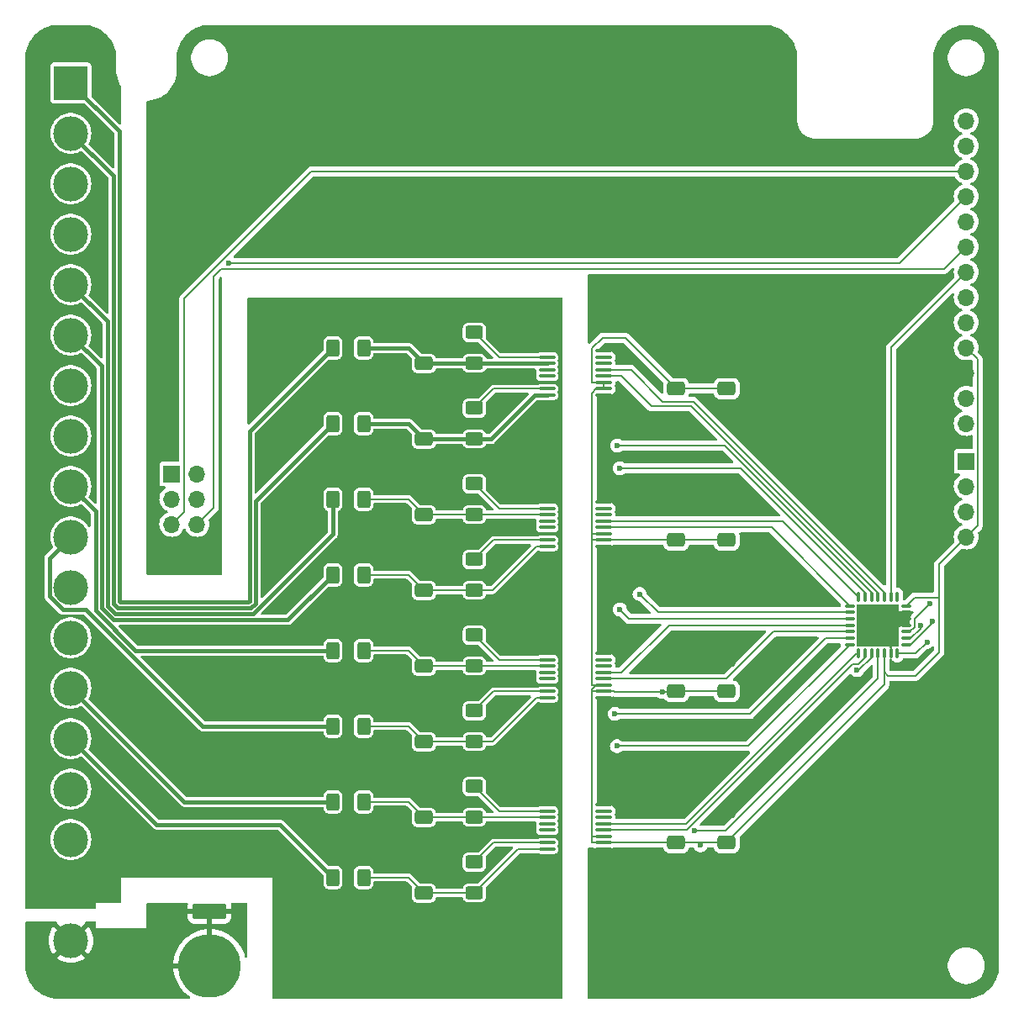
<source format=gbr>
%TF.GenerationSoftware,KiCad,Pcbnew,8.0.4-8.0.4-0~ubuntu22.04.1*%
%TF.CreationDate,2024-08-10T21:57:20+03:00*%
%TF.ProjectId,PM-DI16-DC24sink,504d2d44-4931-4362-9d44-43323473696e,rev?*%
%TF.SameCoordinates,Original*%
%TF.FileFunction,Copper,L1,Top*%
%TF.FilePolarity,Positive*%
%FSLAX46Y46*%
G04 Gerber Fmt 4.6, Leading zero omitted, Abs format (unit mm)*
G04 Created by KiCad (PCBNEW 8.0.4-8.0.4-0~ubuntu22.04.1) date 2024-08-10 21:57:20*
%MOMM*%
%LPD*%
G01*
G04 APERTURE LIST*
G04 Aperture macros list*
%AMRoundRect*
0 Rectangle with rounded corners*
0 $1 Rounding radius*
0 $2 $3 $4 $5 $6 $7 $8 $9 X,Y pos of 4 corners*
0 Add a 4 corners polygon primitive as box body*
4,1,4,$2,$3,$4,$5,$6,$7,$8,$9,$2,$3,0*
0 Add four circle primitives for the rounded corners*
1,1,$1+$1,$2,$3*
1,1,$1+$1,$4,$5*
1,1,$1+$1,$6,$7*
1,1,$1+$1,$8,$9*
0 Add four rect primitives between the rounded corners*
20,1,$1+$1,$2,$3,$4,$5,0*
20,1,$1+$1,$4,$5,$6,$7,0*
20,1,$1+$1,$6,$7,$8,$9,0*
20,1,$1+$1,$8,$9,$2,$3,0*%
G04 Aperture macros list end*
%TA.AperFunction,SMDPad,CuDef*%
%ADD10RoundRect,0.250000X0.625000X-0.400000X0.625000X0.400000X-0.625000X0.400000X-0.625000X-0.400000X0*%
%TD*%
%TA.AperFunction,SMDPad,CuDef*%
%ADD11RoundRect,0.250000X-0.650000X0.412500X-0.650000X-0.412500X0.650000X-0.412500X0.650000X0.412500X0*%
%TD*%
%TA.AperFunction,SMDPad,CuDef*%
%ADD12O,1.649999X0.399999*%
%TD*%
%TA.AperFunction,SMDPad,CuDef*%
%ADD13RoundRect,0.250000X0.650000X-0.412500X0.650000X0.412500X-0.650000X0.412500X-0.650000X-0.412500X0*%
%TD*%
%TA.AperFunction,SMDPad,CuDef*%
%ADD14RoundRect,0.250000X-0.400000X-0.625000X0.400000X-0.625000X0.400000X0.625000X-0.400000X0.625000X0*%
%TD*%
%TA.AperFunction,ComponentPad*%
%ADD15R,1.700000X1.700000*%
%TD*%
%TA.AperFunction,ComponentPad*%
%ADD16O,1.700000X1.700000*%
%TD*%
%TA.AperFunction,SMDPad,CuDef*%
%ADD17RoundRect,0.075000X0.075000X-0.437500X0.075000X0.437500X-0.075000X0.437500X-0.075000X-0.437500X0*%
%TD*%
%TA.AperFunction,SMDPad,CuDef*%
%ADD18RoundRect,0.075000X0.437500X-0.075000X0.437500X0.075000X-0.437500X0.075000X-0.437500X-0.075000X0*%
%TD*%
%TA.AperFunction,HeatsinkPad*%
%ADD19R,4.250000X4.250000*%
%TD*%
%TA.AperFunction,ComponentPad*%
%ADD20O,6.350000X6.350000*%
%TD*%
%TA.AperFunction,ComponentPad*%
%ADD21R,3.500000X3.500000*%
%TD*%
%TA.AperFunction,ComponentPad*%
%ADD22C,3.500000*%
%TD*%
%TA.AperFunction,SMDPad,CuDef*%
%ADD23RoundRect,0.250000X1.450000X-0.537500X1.450000X0.537500X-1.450000X0.537500X-1.450000X-0.537500X0*%
%TD*%
%TA.AperFunction,ViaPad*%
%ADD24C,0.600000*%
%TD*%
%TA.AperFunction,Conductor*%
%ADD25C,0.200000*%
%TD*%
%TA.AperFunction,Conductor*%
%ADD26C,0.400000*%
%TD*%
G04 APERTURE END LIST*
D10*
%TO.P,R9,1*%
%TO.N,Net-(U2-SENSE2)*%
X71120000Y-85370000D03*
%TO.P,R9,2*%
%TO.N,Net-(U2-IN2)*%
X71120000Y-82270000D03*
%TD*%
D11*
%TO.P,C10,1*%
%TO.N,GND*%
X96520000Y-100037500D03*
%TO.P,C10,2*%
%TO.N,+3.3V*%
X96520000Y-103162500D03*
%TD*%
D12*
%TO.P,U3,1,GND1*%
%TO.N,GND*%
X84105001Y-103822500D03*
%TO.P,U3,2,VCC1*%
%TO.N,+3.3V*%
X84105001Y-103187500D03*
%TO.P,U3,3,EN*%
X84105001Y-102552500D03*
%TO.P,U3,4,OUT1*%
%TO.N,/OUT06*%
X84105001Y-101917500D03*
%TO.P,U3,5,OUT2*%
%TO.N,/OUT05*%
X84105001Y-101282500D03*
%TO.P,U3,6,NC*%
%TO.N,unconnected-(U3-NC-Pad6)*%
X84105001Y-100647500D03*
%TO.P,U3,7,NC*%
%TO.N,unconnected-(U3-NC-Pad7)*%
X84105001Y-100012500D03*
%TO.P,U3,8,GND1*%
%TO.N,GND*%
X84105001Y-99377500D03*
%TO.P,U3,9,FGND2*%
%TO.N,FGND*%
X78455002Y-99377500D03*
%TO.P,U3,10,IN2*%
%TO.N,Net-(U3-IN2)*%
X78455002Y-100012500D03*
%TO.P,U3,11,SENSE2*%
%TO.N,Net-(U3-SENSE2)*%
X78455002Y-100647500D03*
%TO.P,U3,12,SUB2*%
%TO.N,unconnected-(U3-SUB2-Pad12)*%
X78455002Y-101282500D03*
%TO.P,U3,13,SUB1*%
%TO.N,unconnected-(U3-SUB1-Pad13)*%
X78455002Y-101917500D03*
%TO.P,U3,14,FGND1*%
%TO.N,FGND*%
X78455002Y-102552500D03*
%TO.P,U3,15,IN1*%
%TO.N,Net-(U3-IN1)*%
X78455002Y-103187500D03*
%TO.P,U3,16,SENSE1*%
%TO.N,Net-(U3-SENSE1)*%
X78455002Y-103822500D03*
%TD*%
D13*
%TO.P,C3,1*%
%TO.N,Net-(U4-SENSE2)*%
X66040000Y-115862500D03*
%TO.P,C3,2*%
%TO.N,FGND*%
X66040000Y-112737500D03*
%TD*%
D14*
%TO.P,R3,1*%
%TO.N,/IN05*%
X56870000Y-99060000D03*
%TO.P,R3,2*%
%TO.N,Net-(U3-SENSE2)*%
X59970000Y-99060000D03*
%TD*%
D10*
%TO.P,R15,1*%
%TO.N,Net-(U5-SENSE2)*%
X71120000Y-131090000D03*
%TO.P,R15,2*%
%TO.N,Net-(U5-IN2)*%
X71120000Y-127990000D03*
%TD*%
D13*
%TO.P,C7,1*%
%TO.N,Net-(U4-SENSE1)*%
X66040000Y-123482500D03*
%TO.P,C7,2*%
%TO.N,FGND*%
X66040000Y-120357500D03*
%TD*%
D11*
%TO.P,C12,1*%
%TO.N,GND*%
X96520000Y-130517500D03*
%TO.P,C12,2*%
%TO.N,+3.3V*%
X96520000Y-133642500D03*
%TD*%
D13*
%TO.P,C8,1*%
%TO.N,Net-(U5-SENSE1)*%
X66040000Y-138722500D03*
%TO.P,C8,2*%
%TO.N,FGND*%
X66040000Y-135597500D03*
%TD*%
D15*
%TO.P,J1,1,Pin_1*%
%TO.N,/SDA*%
X120650000Y-95250000D03*
D16*
%TO.P,J1,2,Pin_2*%
%TO.N,/SCL*%
X120650000Y-97790000D03*
%TO.P,J1,3,Pin_3*%
%TO.N,+5V*%
X120650000Y-100330000D03*
%TO.P,J1,4,Pin_4*%
%TO.N,+3.3V*%
X120650000Y-102870000D03*
%TO.P,J1,5,Pin_5*%
%TO.N,GND*%
X120650000Y-105410000D03*
%TD*%
D12*
%TO.P,U5,1,GND1*%
%TO.N,GND*%
X84105001Y-134302500D03*
%TO.P,U5,2,VCC1*%
%TO.N,+3.3V*%
X84105001Y-133667500D03*
%TO.P,U5,3,EN*%
X84105001Y-133032500D03*
%TO.P,U5,4,OUT1*%
%TO.N,/OUT14*%
X84105001Y-132397500D03*
%TO.P,U5,5,OUT2*%
%TO.N,/OUT13*%
X84105001Y-131762500D03*
%TO.P,U5,6,NC*%
%TO.N,unconnected-(U5-NC-Pad6)*%
X84105001Y-131127500D03*
%TO.P,U5,7,NC*%
%TO.N,unconnected-(U5-NC-Pad7)*%
X84105001Y-130492500D03*
%TO.P,U5,8,GND1*%
%TO.N,GND*%
X84105001Y-129857500D03*
%TO.P,U5,9,FGND2*%
%TO.N,FGND*%
X78455002Y-129857500D03*
%TO.P,U5,10,IN2*%
%TO.N,Net-(U5-IN2)*%
X78455002Y-130492500D03*
%TO.P,U5,11,SENSE2*%
%TO.N,Net-(U5-SENSE2)*%
X78455002Y-131127500D03*
%TO.P,U5,12,SUB2*%
%TO.N,unconnected-(U5-SUB2-Pad12)*%
X78455002Y-131762500D03*
%TO.P,U5,13,SUB1*%
%TO.N,unconnected-(U5-SUB1-Pad13)*%
X78455002Y-132397500D03*
%TO.P,U5,14,FGND1*%
%TO.N,FGND*%
X78455002Y-133032500D03*
%TO.P,U5,15,IN1*%
%TO.N,Net-(U5-IN1)*%
X78455002Y-133667500D03*
%TO.P,U5,16,SENSE1*%
%TO.N,Net-(U5-SENSE1)*%
X78455002Y-134302500D03*
%TD*%
D11*
%TO.P,C13,1*%
%TO.N,GND*%
X91440000Y-84797500D03*
%TO.P,C13,2*%
%TO.N,+3.3V*%
X91440000Y-87922500D03*
%TD*%
D14*
%TO.P,R1,1*%
%TO.N,/IN01*%
X56870000Y-83820000D03*
%TO.P,R1,2*%
%TO.N,Net-(U2-SENSE2)*%
X59970000Y-83820000D03*
%TD*%
D13*
%TO.P,C2,1*%
%TO.N,Net-(U3-SENSE2)*%
X66040000Y-100622500D03*
%TO.P,C2,2*%
%TO.N,FGND*%
X66040000Y-97497500D03*
%TD*%
D17*
%TO.P,U11,1,GPB4*%
%TO.N,/OUT13*%
X109810000Y-114597500D03*
%TO.P,U11,2,GPB5*%
%TO.N,/OUT14*%
X110460000Y-114597500D03*
%TO.P,U11,3,GPB6*%
%TO.N,/OUT15*%
X111110000Y-114597500D03*
%TO.P,U11,4,GPB7*%
%TO.N,/OUT16*%
X111760000Y-114597500D03*
%TO.P,U11,5,VDD*%
%TO.N,+3.3V*%
X112410000Y-114597500D03*
%TO.P,U11,6,VSS*%
%TO.N,GND*%
X113060000Y-114597500D03*
%TO.P,U11,7,~{CS}*%
%TO.N,/CS1*%
X113710000Y-114597500D03*
D18*
%TO.P,U11,8,SCK*%
%TO.N,/SCK*%
X114597500Y-113710000D03*
%TO.P,U11,9,SI*%
%TO.N,/MOSI*%
X114597500Y-113060000D03*
%TO.P,U11,10,SO*%
%TO.N,/MISO*%
X114597500Y-112410000D03*
%TO.P,U11,11,A0*%
%TO.N,GND*%
X114597500Y-111760000D03*
%TO.P,U11,12,A1*%
X114597500Y-111110000D03*
%TO.P,U11,13,A2*%
X114597500Y-110460000D03*
%TO.P,U11,14,~{RESET}*%
%TO.N,+3.3V*%
X114597500Y-109810000D03*
D17*
%TO.P,U11,15,INTB*%
%TO.N,unconnected-(U11-INTB-Pad15)*%
X113710000Y-108922500D03*
%TO.P,U11,16,INTA*%
%TO.N,/INT*%
X113060000Y-108922500D03*
%TO.P,U11,17,GPA0*%
%TO.N,/OUT01*%
X112410000Y-108922500D03*
%TO.P,U11,18,GPA1*%
%TO.N,/OUT02*%
X111760000Y-108922500D03*
%TO.P,U11,19,GPA2*%
%TO.N,/OUT03*%
X111110000Y-108922500D03*
%TO.P,U11,20,GPA3*%
%TO.N,/OUT04*%
X110460000Y-108922500D03*
%TO.P,U11,21,GPA4*%
%TO.N,/OUT05*%
X109810000Y-108922500D03*
D18*
%TO.P,U11,22,GPA5*%
%TO.N,/OUT06*%
X108922500Y-109810000D03*
%TO.P,U11,23,GPA6*%
%TO.N,/OUT07*%
X108922500Y-110460000D03*
%TO.P,U11,24,GPA7*%
%TO.N,/OUT08*%
X108922500Y-111110000D03*
%TO.P,U11,25,GPB0*%
%TO.N,/OUT09*%
X108922500Y-111760000D03*
%TO.P,U11,26,GPB1*%
%TO.N,/OUT10*%
X108922500Y-112410000D03*
%TO.P,U11,27,GPB2*%
%TO.N,/OUT11*%
X108922500Y-113060000D03*
%TO.P,U11,28,GPB3*%
%TO.N,/OUT12*%
X108922500Y-113710000D03*
D19*
%TO.P,U11,29,EP*%
%TO.N,GND*%
X111760000Y-111760000D03*
%TD*%
D13*
%TO.P,C4,1*%
%TO.N,Net-(U5-SENSE2)*%
X66040000Y-131102500D03*
%TO.P,C4,2*%
%TO.N,FGND*%
X66040000Y-127977500D03*
%TD*%
D20*
%TO.P,PE1,1*%
%TO.N,PE*%
X44450000Y-146050000D03*
%TD*%
D15*
%TO.P,J6,1,1*%
%TO.N,+3.3V*%
X40640000Y-96520000D03*
D16*
%TO.P,J6,2,2*%
X43180000Y-96520000D03*
%TO.P,J6,3,3*%
%TO.N,/MOSI*%
X40640000Y-99060000D03*
%TO.P,J6,4,4*%
%TO.N,/SCK*%
X43180000Y-99060000D03*
%TO.P,J6,5,5*%
%TO.N,/MISO*%
X40640000Y-101600000D03*
%TO.P,J6,6,6*%
%TO.N,/CS2*%
X43180000Y-101600000D03*
%TO.P,J6,7,7*%
%TO.N,GND*%
X40640000Y-104140000D03*
%TO.P,J6,8,8*%
X43180000Y-104140000D03*
%TD*%
D10*
%TO.P,R16,1*%
%TO.N,Net-(U5-SENSE1)*%
X71120000Y-138710000D03*
%TO.P,R16,2*%
%TO.N,Net-(U5-IN1)*%
X71120000Y-135610000D03*
%TD*%
D14*
%TO.P,R6,1*%
%TO.N,/IN10*%
X56870000Y-121920000D03*
%TO.P,R6,2*%
%TO.N,Net-(U4-SENSE1)*%
X59970000Y-121920000D03*
%TD*%
D21*
%TO.P,J2,1,Pin_1*%
%TO.N,/IN01*%
X30480000Y-57150000D03*
D22*
%TO.P,J2,2,Pin_2*%
%TO.N,/IN02*%
X30480000Y-62230000D03*
%TO.P,J2,3,Pin_3*%
%TO.N,/IN03*%
X30480000Y-67310000D03*
%TO.P,J2,4,Pin_4*%
%TO.N,/IN04*%
X30480000Y-72390000D03*
%TO.P,J2,5,Pin_5*%
%TO.N,/IN05*%
X30480000Y-77470000D03*
%TO.P,J2,6,Pin_6*%
%TO.N,/IN06*%
X30480000Y-82550000D03*
%TO.P,J2,7,Pin_7*%
%TO.N,/IN07*%
X30480000Y-87630000D03*
%TO.P,J2,8,Pin_8*%
%TO.N,/IN08*%
X30480000Y-92710000D03*
%TO.P,J2,9,Pin_9*%
%TO.N,/IN09*%
X30480000Y-97790000D03*
%TO.P,J2,10,Pin_10*%
%TO.N,/IN10*%
X30480000Y-102870000D03*
%TO.P,J2,11,Pin_11*%
%TO.N,/IN11*%
X30480000Y-107950000D03*
%TO.P,J2,12,Pin_12*%
%TO.N,/IN12*%
X30480000Y-113030000D03*
%TO.P,J2,13,Pin_13*%
%TO.N,/IN13*%
X30480000Y-118110000D03*
%TO.P,J2,14,Pin_14*%
%TO.N,/IN14*%
X30480000Y-123190000D03*
%TO.P,J2,15,Pin_15*%
%TO.N,/IN15*%
X30480000Y-128270000D03*
%TO.P,J2,16,Pin_16*%
%TO.N,/IN16*%
X30480000Y-133350000D03*
%TO.P,J2,17,Pin_17*%
%TO.N,FGND*%
X30480000Y-138430000D03*
%TO.P,J2,18,Pin_18*%
%TO.N,PE*%
X30480000Y-143510000D03*
%TD*%
D13*
%TO.P,C1,1*%
%TO.N,Net-(U2-SENSE2)*%
X66040000Y-85382500D03*
%TO.P,C1,2*%
%TO.N,FGND*%
X66040000Y-82257500D03*
%TD*%
D10*
%TO.P,R10,1*%
%TO.N,Net-(U2-SENSE1)*%
X71120000Y-92990000D03*
%TO.P,R10,2*%
%TO.N,Net-(U2-IN1)*%
X71120000Y-89890000D03*
%TD*%
D14*
%TO.P,R5,1*%
%TO.N,/IN09*%
X56870000Y-114300000D03*
%TO.P,R5,2*%
%TO.N,Net-(U4-SENSE2)*%
X59970000Y-114300000D03*
%TD*%
D13*
%TO.P,C6,1*%
%TO.N,Net-(U3-SENSE1)*%
X66040000Y-108242500D03*
%TO.P,C6,2*%
%TO.N,FGND*%
X66040000Y-105117500D03*
%TD*%
D14*
%TO.P,R7,1*%
%TO.N,/IN13*%
X56870000Y-129540000D03*
%TO.P,R7,2*%
%TO.N,Net-(U5-SENSE2)*%
X59970000Y-129540000D03*
%TD*%
%TO.P,R4,1*%
%TO.N,/IN06*%
X56870000Y-106680000D03*
%TO.P,R4,2*%
%TO.N,Net-(U3-SENSE1)*%
X59970000Y-106680000D03*
%TD*%
D10*
%TO.P,R14,1*%
%TO.N,Net-(U4-SENSE1)*%
X71120000Y-123470000D03*
%TO.P,R14,2*%
%TO.N,Net-(U4-IN1)*%
X71120000Y-120370000D03*
%TD*%
D23*
%TO.P,C33,1*%
%TO.N,PE*%
X44450000Y-140567500D03*
%TO.P,C33,2*%
%TO.N,FGND*%
X44450000Y-136292500D03*
%TD*%
D14*
%TO.P,R2,1*%
%TO.N,/IN02*%
X56870000Y-91440000D03*
%TO.P,R2,2*%
%TO.N,Net-(U2-SENSE1)*%
X59970000Y-91440000D03*
%TD*%
D11*
%TO.P,C16,1*%
%TO.N,GND*%
X91440000Y-130517500D03*
%TO.P,C16,2*%
%TO.N,+3.3V*%
X91440000Y-133642500D03*
%TD*%
%TO.P,C9,1*%
%TO.N,GND*%
X96520000Y-84797500D03*
%TO.P,C9,2*%
%TO.N,+3.3V*%
X96520000Y-87922500D03*
%TD*%
D12*
%TO.P,U4,1,GND1*%
%TO.N,GND*%
X84105001Y-119062500D03*
%TO.P,U4,2,VCC1*%
%TO.N,+3.3V*%
X84105001Y-118427500D03*
%TO.P,U4,3,EN*%
X84105001Y-117792500D03*
%TO.P,U4,4,OUT1*%
%TO.N,/OUT10*%
X84105001Y-117157500D03*
%TO.P,U4,5,OUT2*%
%TO.N,/OUT09*%
X84105001Y-116522500D03*
%TO.P,U4,6,NC*%
%TO.N,unconnected-(U4-NC-Pad6)*%
X84105001Y-115887500D03*
%TO.P,U4,7,NC*%
%TO.N,unconnected-(U4-NC-Pad7)*%
X84105001Y-115252500D03*
%TO.P,U4,8,GND1*%
%TO.N,GND*%
X84105001Y-114617500D03*
%TO.P,U4,9,FGND2*%
%TO.N,FGND*%
X78455002Y-114617500D03*
%TO.P,U4,10,IN2*%
%TO.N,Net-(U4-IN2)*%
X78455002Y-115252500D03*
%TO.P,U4,11,SENSE2*%
%TO.N,Net-(U4-SENSE2)*%
X78455002Y-115887500D03*
%TO.P,U4,12,SUB2*%
%TO.N,unconnected-(U4-SUB2-Pad12)*%
X78455002Y-116522500D03*
%TO.P,U4,13,SUB1*%
%TO.N,unconnected-(U4-SUB1-Pad13)*%
X78455002Y-117157500D03*
%TO.P,U4,14,FGND1*%
%TO.N,FGND*%
X78455002Y-117792500D03*
%TO.P,U4,15,IN1*%
%TO.N,Net-(U4-IN1)*%
X78455002Y-118427500D03*
%TO.P,U4,16,SENSE1*%
%TO.N,Net-(U4-SENSE1)*%
X78455002Y-119062500D03*
%TD*%
D11*
%TO.P,C14,1*%
%TO.N,GND*%
X91440000Y-100037500D03*
%TO.P,C14,2*%
%TO.N,+3.3V*%
X91440000Y-103162500D03*
%TD*%
%TO.P,C15,1*%
%TO.N,GND*%
X91440000Y-115277500D03*
%TO.P,C15,2*%
%TO.N,+3.3V*%
X91440000Y-118402500D03*
%TD*%
D13*
%TO.P,C5,1*%
%TO.N,Net-(U2-SENSE1)*%
X66040000Y-93002500D03*
%TO.P,C5,2*%
%TO.N,FGND*%
X66040000Y-89877500D03*
%TD*%
D12*
%TO.P,U2,1,GND1*%
%TO.N,GND*%
X84105001Y-88582500D03*
%TO.P,U2,2,VCC1*%
%TO.N,+3.3V*%
X84105001Y-87947500D03*
%TO.P,U2,3,EN*%
X84105001Y-87312500D03*
%TO.P,U2,4,OUT1*%
%TO.N,/OUT02*%
X84105001Y-86677500D03*
%TO.P,U2,5,OUT2*%
%TO.N,/OUT01*%
X84105001Y-86042500D03*
%TO.P,U2,6,NC*%
%TO.N,unconnected-(U2-NC-Pad6)*%
X84105001Y-85407500D03*
%TO.P,U2,7,NC*%
%TO.N,unconnected-(U2-NC-Pad7)*%
X84105001Y-84772500D03*
%TO.P,U2,8,GND1*%
%TO.N,GND*%
X84105001Y-84137500D03*
%TO.P,U2,9,FGND2*%
%TO.N,FGND*%
X78455002Y-84137500D03*
%TO.P,U2,10,IN2*%
%TO.N,Net-(U2-IN2)*%
X78455002Y-84772500D03*
%TO.P,U2,11,SENSE2*%
%TO.N,Net-(U2-SENSE2)*%
X78455002Y-85407500D03*
%TO.P,U2,12,SUB2*%
%TO.N,unconnected-(U2-SUB2-Pad12)*%
X78455002Y-86042500D03*
%TO.P,U2,13,SUB1*%
%TO.N,unconnected-(U2-SUB1-Pad13)*%
X78455002Y-86677500D03*
%TO.P,U2,14,FGND1*%
%TO.N,FGND*%
X78455002Y-87312500D03*
%TO.P,U2,15,IN1*%
%TO.N,Net-(U2-IN1)*%
X78455002Y-87947500D03*
%TO.P,U2,16,SENSE1*%
%TO.N,Net-(U2-SENSE1)*%
X78455002Y-88582500D03*
%TD*%
D10*
%TO.P,R11,1*%
%TO.N,Net-(U3-SENSE2)*%
X71120000Y-100610000D03*
%TO.P,R11,2*%
%TO.N,Net-(U3-IN2)*%
X71120000Y-97510000D03*
%TD*%
%TO.P,R13,1*%
%TO.N,Net-(U4-SENSE2)*%
X71120000Y-115850000D03*
%TO.P,R13,2*%
%TO.N,Net-(U4-IN2)*%
X71120000Y-112750000D03*
%TD*%
%TO.P,R12,1*%
%TO.N,Net-(U3-SENSE1)*%
X71120000Y-108230000D03*
%TO.P,R12,2*%
%TO.N,Net-(U3-IN1)*%
X71120000Y-105130000D03*
%TD*%
D11*
%TO.P,C11,1*%
%TO.N,GND*%
X96520000Y-115277500D03*
%TO.P,C11,2*%
%TO.N,+3.3V*%
X96520000Y-118402500D03*
%TD*%
D14*
%TO.P,R8,1*%
%TO.N,/IN14*%
X56870000Y-137160000D03*
%TO.P,R8,2*%
%TO.N,Net-(U5-SENSE1)*%
X59970000Y-137160000D03*
%TD*%
D16*
%TO.P,PM1,1,NC*%
%TO.N,unconnected-(PM1-NC-Pad1)*%
X120650000Y-60960000D03*
%TO.P,PM1,2,GPIO2*%
%TO.N,/MOSI*%
X120650000Y-63500000D03*
%TO.P,PM1,3,GPIO3*%
%TO.N,/MISO*%
X120650000Y-66040000D03*
%TO.P,PM1,4,GPIO9*%
%TO.N,/SCK*%
X120650000Y-68580000D03*
%TO.P,PM1,5,GPIO8*%
%TO.N,/CS1*%
X120650000Y-71120000D03*
%TO.P,PM1,6,GPIO7*%
%TO.N,/CS2*%
X120650000Y-73660000D03*
%TO.P,PM1,7,GPIO6*%
%TO.N,/INT*%
X120650000Y-76200000D03*
%TO.P,PM1,8,GPIO5*%
%TO.N,unconnected-(PM1-GPIO5-Pad8)*%
X120650000Y-78740000D03*
%TO.P,PM1,9,GPIO4*%
%TO.N,unconnected-(PM1-GPIO4-Pad9)*%
X120650000Y-81280000D03*
%TO.P,PM1,10,+3.3V*%
%TO.N,+3.3V*%
X120650000Y-83820000D03*
%TO.P,PM1,11,GND*%
%TO.N,GND*%
X120650000Y-86360000D03*
%TO.P,PM1,12,SDA*%
%TO.N,/SDA*%
X120650000Y-88900000D03*
%TO.P,PM1,13,SCL*%
%TO.N,/SCL*%
X120650000Y-91440000D03*
%TO.P,PM1,14,GND*%
%TO.N,GND*%
X93980000Y-53340000D03*
%TD*%
D24*
%TO.N,GND*%
X40640000Y-88900000D03*
X88900000Y-68580000D03*
X83820000Y-128270000D03*
X113030000Y-110490000D03*
X113030000Y-113030000D03*
X110490000Y-110490000D03*
X99060000Y-128270000D03*
X101600000Y-114300000D03*
X83820000Y-113030000D03*
X83820000Y-90170000D03*
X86360000Y-85090000D03*
X96520000Y-113030000D03*
X83820000Y-97790000D03*
X110490000Y-113030000D03*
X88900000Y-121920000D03*
X83820000Y-135890000D03*
X87630000Y-140970000D03*
X83820000Y-81280000D03*
X86360000Y-119380000D03*
%TO.N,/OUT16*%
X93272100Y-132477100D03*
%TO.N,/OUT07*%
X87759000Y-108621900D03*
%TO.N,/OUT04*%
X85769800Y-95949200D03*
%TO.N,/OUT15*%
X109640100Y-116289100D03*
%TO.N,/OUT03*%
X85523900Y-93662500D03*
%TO.N,/OUT12*%
X85467900Y-123934200D03*
%TO.N,/OUT11*%
X85261000Y-120681000D03*
%TO.N,/OUT08*%
X85769800Y-110164700D03*
%TO.N,/MOSI*%
X116022800Y-111742300D03*
%TO.N,/MISO*%
X116995500Y-109572000D03*
%TO.N,/SCK*%
X117278500Y-111364800D03*
X46344700Y-75273700D03*
%TO.N,+3.3V*%
X93908300Y-133902700D03*
X90034000Y-118455700D03*
%TO.N,/CS1*%
X116698100Y-113442200D03*
%TD*%
D25*
%TO.N,/MISO*%
X120650000Y-66040000D02*
X54711300Y-66040000D01*
X54711300Y-66040000D02*
X41910000Y-78841300D01*
X41910000Y-78841300D02*
X41910000Y-100330000D01*
X41910000Y-100330000D02*
X40640000Y-101600000D01*
%TO.N,/CS2*%
X43180000Y-101600000D02*
X44880600Y-99899400D01*
X44880600Y-99899400D02*
X44880600Y-76607000D01*
X44880600Y-76607000D02*
X45612200Y-75875400D01*
X45612200Y-75875400D02*
X118434600Y-75875400D01*
X118434600Y-75875400D02*
X120650000Y-73660000D01*
%TO.N,+3.3V*%
X120650000Y-83820000D02*
X121808100Y-84978100D01*
X121808100Y-84978100D02*
X121808100Y-101711900D01*
X121808100Y-101711900D02*
X120650000Y-102870000D01*
%TO.N,/INT*%
X120650000Y-76200000D02*
X113060000Y-83790000D01*
X113060000Y-83790000D02*
X113060000Y-108922500D01*
%TO.N,/SCK*%
X120650000Y-68580000D02*
X113956400Y-75273600D01*
X113956400Y-75273600D02*
X46344700Y-75273600D01*
X46344700Y-75273600D02*
X46344700Y-75273700D01*
%TO.N,+3.3V*%
X117937600Y-108951200D02*
X117937600Y-105582400D01*
X117937600Y-105582400D02*
X120650000Y-102870000D01*
D26*
%TO.N,/IN14*%
X51536000Y-131826000D02*
X39116000Y-131826000D01*
X56870000Y-137160000D02*
X51536000Y-131826000D01*
X39116000Y-131826000D02*
X30480000Y-123190000D01*
%TO.N,/IN06*%
X56870000Y-106680000D02*
X52330000Y-111220000D01*
X34731572Y-111220000D02*
X33560000Y-110048428D01*
X33560000Y-85630000D02*
X30480000Y-82550000D01*
X52330000Y-111220000D02*
X34731572Y-111220000D01*
X33560000Y-110048428D02*
X33560000Y-85630000D01*
%TO.N,/IN10*%
X32000280Y-110185764D02*
X29675204Y-110185764D01*
X56870000Y-121920000D02*
X43734516Y-121920000D01*
X43734516Y-121920000D02*
X32000280Y-110185764D01*
X28330000Y-105020000D02*
X30480000Y-102870000D01*
X29675204Y-110185764D02*
X28330000Y-108840560D01*
X28330000Y-108840560D02*
X28330000Y-105020000D01*
%TO.N,/IN13*%
X41910000Y-129540000D02*
X30480000Y-118110000D01*
X56870000Y-129540000D02*
X41910000Y-129540000D01*
%TO.N,/IN05*%
X56870000Y-99060000D02*
X56870000Y-102589900D01*
X34160000Y-109799900D02*
X34160000Y-81150000D01*
X34160000Y-81150000D02*
X30480000Y-77470000D01*
X48839900Y-110620000D02*
X34980100Y-110620000D01*
X34980100Y-110620000D02*
X34160000Y-109799900D01*
X56870000Y-102589900D02*
X48839900Y-110620000D01*
%TO.N,/IN09*%
X32960000Y-110296956D02*
X32960000Y-100270000D01*
X32960000Y-100270000D02*
X30480000Y-97790000D01*
X56870000Y-114300000D02*
X36963044Y-114300000D01*
X36963044Y-114300000D02*
X32960000Y-110296956D01*
%TO.N,/IN02*%
X35228628Y-110020000D02*
X34760000Y-109551372D01*
X56870000Y-91440000D02*
X49060000Y-99250000D01*
X48591372Y-110020000D02*
X35228628Y-110020000D01*
X34760000Y-109551372D02*
X34760000Y-66510000D01*
X34760000Y-66510000D02*
X30480000Y-62230000D01*
X49060000Y-99250000D02*
X49060000Y-109551372D01*
X49060000Y-109551372D02*
X48591372Y-110020000D01*
%TO.N,/IN01*%
X35477156Y-109420000D02*
X35360000Y-109302844D01*
X35360000Y-109302844D02*
X35360000Y-62030000D01*
X35360000Y-62030000D02*
X30480000Y-57150000D01*
X48460000Y-92230000D02*
X48460000Y-109302844D01*
X56870000Y-83820000D02*
X48460000Y-92230000D01*
X48342844Y-109420000D02*
X35477156Y-109420000D01*
X48460000Y-109302844D02*
X48342844Y-109420000D01*
D25*
%TO.N,/OUT02*%
X88960600Y-89698000D02*
X85940100Y-86677500D01*
X92964200Y-89698000D02*
X88960600Y-89698000D01*
X85940100Y-86677500D02*
X84105000Y-86677500D01*
X111760000Y-108493800D02*
X92964200Y-89698000D01*
X111760000Y-108922500D02*
X111760000Y-108493800D01*
%TO.N,/OUT01*%
X86891400Y-86042500D02*
X90085400Y-89236500D01*
X93173900Y-89236500D02*
X112410000Y-108472600D01*
X112410000Y-108472600D02*
X112410000Y-108922500D01*
X84105000Y-86042500D02*
X86891400Y-86042500D01*
X90085400Y-89236500D02*
X93173900Y-89236500D01*
%TO.N,/OUT16*%
X111760000Y-117121500D02*
X96404400Y-132477100D01*
X111760000Y-114597500D02*
X111760000Y-117121500D01*
X96404400Y-132477100D02*
X93272100Y-132477100D01*
%TO.N,/OUT09*%
X90702600Y-111760000D02*
X85940100Y-116522500D01*
X85940100Y-116522500D02*
X84105000Y-116522500D01*
X108922500Y-111760000D02*
X90702600Y-111760000D01*
%TO.N,/OUT07*%
X89597100Y-110460000D02*
X108922500Y-110460000D01*
X87759000Y-108621900D02*
X89597100Y-110460000D01*
%TO.N,/OUT04*%
X110460000Y-108456600D02*
X110460000Y-108922500D01*
X97952600Y-95949200D02*
X110460000Y-108456600D01*
X85769800Y-95949200D02*
X97952600Y-95949200D01*
%TO.N,/OUT15*%
X109640100Y-116289100D02*
X109823300Y-116289100D01*
X109823300Y-116289100D02*
X111110000Y-115002400D01*
X111110000Y-115002400D02*
X111110000Y-114597500D01*
%TO.N,/OUT03*%
X111110000Y-108470400D02*
X111110000Y-108922500D01*
X96302100Y-93662500D02*
X111110000Y-108470400D01*
X85523900Y-93662500D02*
X96302100Y-93662500D01*
%TO.N,/OUT06*%
X101030000Y-101917500D02*
X84105000Y-101917500D01*
X108922500Y-109810000D02*
X101030000Y-101917500D01*
%TO.N,/OUT12*%
X98698300Y-123934200D02*
X108922500Y-113710000D01*
X85467900Y-123934200D02*
X98698300Y-123934200D01*
%TO.N,/OUT10*%
X96484000Y-117157500D02*
X84105000Y-117157500D01*
X101231500Y-112410000D02*
X96484000Y-117157500D01*
X108922500Y-112410000D02*
X101231500Y-112410000D01*
%TO.N,/OUT14*%
X110460000Y-114597500D02*
X110460000Y-115006100D01*
X92500900Y-132397500D02*
X84105000Y-132397500D01*
X109211000Y-115687400D02*
X92500900Y-132397500D01*
X110460000Y-115006100D02*
X109778700Y-115687400D01*
X109778700Y-115687400D02*
X109211000Y-115687400D01*
%TO.N,/OUT13*%
X109620250Y-114597500D02*
X92455250Y-131762500D01*
X92455250Y-131762500D02*
X84105000Y-131762500D01*
X109810000Y-114597500D02*
X109620250Y-114597500D01*
%TO.N,/OUT11*%
X85261000Y-120681000D02*
X98903900Y-120681000D01*
X98903900Y-120681000D02*
X106524900Y-113060000D01*
X106524900Y-113060000D02*
X108922500Y-113060000D01*
%TO.N,/OUT05*%
X84105000Y-101282500D02*
X85231700Y-101282500D01*
X102170000Y-101282500D02*
X109810000Y-108922500D01*
X85231700Y-101282500D02*
X102170000Y-101282500D01*
%TO.N,/OUT08*%
X86715100Y-111110000D02*
X108922500Y-111110000D01*
X85769800Y-110164700D02*
X86715100Y-111110000D01*
%TO.N,/MOSI*%
X116022800Y-111742300D02*
X116022800Y-112104300D01*
X116022800Y-112104300D02*
X115067100Y-113060000D01*
X115067100Y-113060000D02*
X114597500Y-113060000D01*
%TO.N,/MISO*%
X114993100Y-112410000D02*
X114597500Y-112410000D01*
X115421100Y-111982000D02*
X114993100Y-112410000D01*
X115421100Y-111146400D02*
X115421100Y-111982000D01*
X116995500Y-109572000D02*
X115421100Y-111146400D01*
%TO.N,/SCK*%
X114597500Y-113710000D02*
X115061300Y-113710000D01*
X117278500Y-111492800D02*
X117278500Y-111364800D01*
X115061300Y-113710000D02*
X117278500Y-111492800D01*
D26*
%TO.N,Net-(U2-SENSE2)*%
X65885000Y-85227500D02*
X66027500Y-85370000D01*
X71120000Y-85370000D02*
X71157500Y-85407500D01*
X71157500Y-85407500D02*
X77228300Y-85407500D01*
X64477500Y-83820000D02*
X65885000Y-85227500D01*
X59970000Y-83820000D02*
X64477500Y-83820000D01*
X78455000Y-85407500D02*
X77228300Y-85407500D01*
X66027500Y-85370000D02*
X71120000Y-85370000D01*
X65885000Y-85227500D02*
X66040000Y-85382500D01*
%TO.N,Net-(U2-SENSE1)*%
X77228300Y-88582500D02*
X72820800Y-92990000D01*
X59970000Y-91440000D02*
X64477500Y-91440000D01*
X64477500Y-91440000D02*
X66040000Y-93002500D01*
X72820800Y-92990000D02*
X71120000Y-92990000D01*
X71120000Y-92990000D02*
X66052500Y-92990000D01*
X66052500Y-92990000D02*
X66040000Y-93002500D01*
X78455000Y-88582500D02*
X77228300Y-88582500D01*
D25*
%TO.N,Net-(U4-SENSE2)*%
X66040000Y-115850000D02*
X64490000Y-114300000D01*
X66040000Y-115850000D02*
X71120000Y-115850000D01*
X64490000Y-114300000D02*
X59970000Y-114300000D01*
X77290800Y-115850000D02*
X77328300Y-115887500D01*
X78455000Y-115887500D02*
X77328300Y-115887500D01*
X71120000Y-115850000D02*
X77290800Y-115850000D01*
X66040000Y-115862500D02*
X66040000Y-115850000D01*
%TO.N,Net-(U4-SENSE1)*%
X71120000Y-123470000D02*
X72920800Y-123470000D01*
X59970000Y-121920000D02*
X64477500Y-121920000D01*
X66052500Y-123470000D02*
X71120000Y-123470000D01*
X72920800Y-123470000D02*
X77328300Y-119062500D01*
X64477500Y-121920000D02*
X66040000Y-123482500D01*
X78455000Y-119062500D02*
X77328300Y-119062500D01*
X66040000Y-123482500D02*
X66052500Y-123470000D01*
%TO.N,Net-(U2-IN2)*%
X78455000Y-84772500D02*
X73622500Y-84772500D01*
X73622500Y-84772500D02*
X71120000Y-82270000D01*
%TO.N,Net-(U2-IN1)*%
X73062500Y-87947500D02*
X71120000Y-89890000D01*
X78455000Y-87947500D02*
X73062500Y-87947500D01*
%TO.N,Net-(U4-IN2)*%
X78455000Y-115252500D02*
X73622500Y-115252500D01*
X73622500Y-115252500D02*
X71120000Y-112750000D01*
%TO.N,Net-(U4-IN1)*%
X78455000Y-118427500D02*
X73062500Y-118427500D01*
X73062500Y-118427500D02*
X71120000Y-120370000D01*
%TO.N,Net-(U3-SENSE2)*%
X65885000Y-100467500D02*
X66027500Y-100610000D01*
X66027500Y-100610000D02*
X71120000Y-100610000D01*
X77290800Y-100610000D02*
X77328300Y-100647500D01*
X59970000Y-99060000D02*
X64477500Y-99060000D01*
X78455000Y-100647500D02*
X77328300Y-100647500D01*
X65885000Y-100467500D02*
X66040000Y-100622500D01*
X71120000Y-100610000D02*
X77290800Y-100610000D01*
X64477500Y-99060000D02*
X65885000Y-100467500D01*
%TO.N,Net-(U3-SENSE1)*%
X72920800Y-108230000D02*
X77328300Y-103822500D01*
X66052500Y-108230000D02*
X71120000Y-108230000D01*
X64477500Y-106680000D02*
X66040000Y-108242500D01*
X59970000Y-106680000D02*
X64477500Y-106680000D01*
X66040000Y-108242500D02*
X66052500Y-108230000D01*
X78455000Y-103822500D02*
X77328300Y-103822500D01*
X71120000Y-108230000D02*
X72920800Y-108230000D01*
%TO.N,Net-(U3-IN2)*%
X78455000Y-100012500D02*
X73622500Y-100012500D01*
X73622500Y-100012500D02*
X71120000Y-97510000D01*
%TO.N,Net-(U3-IN1)*%
X73062500Y-103187500D02*
X71120000Y-105130000D01*
X78455000Y-103187500D02*
X73062500Y-103187500D01*
%TO.N,Net-(U5-SENSE2)*%
X59970000Y-129540000D02*
X64477500Y-129540000D01*
X77290800Y-131090000D02*
X77328300Y-131127500D01*
X65885000Y-130947500D02*
X66040000Y-131102500D01*
X71120000Y-131090000D02*
X77290800Y-131090000D01*
X66027500Y-131090000D02*
X71120000Y-131090000D01*
X64477500Y-129540000D02*
X65885000Y-130947500D01*
X78455000Y-131127500D02*
X77328300Y-131127500D01*
X65885000Y-130947500D02*
X66027500Y-131090000D01*
%TO.N,Net-(U5-SENSE1)*%
X78455000Y-134302500D02*
X75527500Y-134302500D01*
X71120000Y-138710000D02*
X66052500Y-138710000D01*
X59970000Y-137160000D02*
X64477500Y-137160000D01*
X66052500Y-138710000D02*
X66040000Y-138722500D01*
X64477500Y-137160000D02*
X66040000Y-138722500D01*
X75527500Y-134302500D02*
X71120000Y-138710000D01*
%TO.N,Net-(U5-IN2)*%
X73622500Y-130492500D02*
X71120000Y-127990000D01*
X78455000Y-130492500D02*
X73622500Y-130492500D01*
%TO.N,Net-(U5-IN1)*%
X78455000Y-133667500D02*
X73062500Y-133667500D01*
X73062500Y-133667500D02*
X71120000Y-135610000D01*
%TO.N,+3.3V*%
X82978300Y-83859700D02*
X82978300Y-87312500D01*
X82978300Y-118429000D02*
X82979800Y-118427500D01*
X82978300Y-133667500D02*
X82978300Y-133032500D01*
X83407894Y-87947500D02*
X84105001Y-87947500D01*
X85231700Y-118427500D02*
X85245800Y-118441600D01*
X84105000Y-103187500D02*
X83129600Y-103187500D01*
X85256700Y-103162500D02*
X91440000Y-103162500D01*
X82979800Y-103187500D02*
X82978300Y-103187500D01*
X82978300Y-88377094D02*
X83407894Y-87947500D01*
X90034000Y-118441600D02*
X90034000Y-118455700D01*
X84105000Y-133032500D02*
X82978300Y-133032500D01*
X112410000Y-116474000D02*
X112776000Y-116840000D01*
X82978300Y-118219700D02*
X82978300Y-118427500D01*
X82978300Y-133032500D02*
X82978300Y-118429000D01*
X84034000Y-82804000D02*
X82978300Y-83859700D01*
X117937600Y-114472400D02*
X117937600Y-108951200D01*
X93908300Y-133642500D02*
X91440000Y-133642500D01*
X85245800Y-118441600D02*
X90034000Y-118441600D01*
X83405500Y-117792500D02*
X82978300Y-118219700D01*
X83129600Y-103187500D02*
X82979800Y-103187500D01*
X96520000Y-118402500D02*
X91440000Y-118402500D01*
X115570000Y-116840000D02*
X117937600Y-114472400D01*
X85256700Y-133642500D02*
X85231700Y-133667500D01*
X84105000Y-103187500D02*
X85231700Y-103187500D01*
X96520000Y-87922500D02*
X91440000Y-87922500D01*
X93908300Y-133902700D02*
X93908300Y-133642500D01*
X112776000Y-116840000D02*
X115570000Y-116840000D01*
X83532100Y-117792500D02*
X83405500Y-117792500D01*
X84105000Y-133667500D02*
X82978300Y-133667500D01*
X85231700Y-103187500D02*
X85256700Y-103162500D01*
X91440000Y-87922500D02*
X86321500Y-82804000D01*
X84105000Y-102552500D02*
X82978300Y-102552500D01*
X90034000Y-118441600D02*
X91400900Y-118441600D01*
X93908300Y-133642500D02*
X96520000Y-133642500D01*
X112410000Y-114597500D02*
X112410000Y-116078000D01*
X82978300Y-87312500D02*
X84596700Y-87312500D01*
X82979800Y-118427500D02*
X82978300Y-118427500D01*
X82979800Y-103187500D02*
X82978300Y-103189000D01*
X84105000Y-117792500D02*
X83532100Y-117792500D01*
X96520000Y-133642500D02*
X112410000Y-117752500D01*
X82978300Y-103189000D02*
X82978300Y-117792500D01*
X84153400Y-87947500D02*
X84105000Y-87947500D01*
X114597500Y-109810000D02*
X115456300Y-108951200D01*
X84105000Y-133667500D02*
X85231700Y-133667500D01*
X91440000Y-133642500D02*
X85256700Y-133642500D01*
X83532100Y-117792500D02*
X82978300Y-117792500D01*
X84105000Y-118427500D02*
X85231700Y-118427500D01*
X115456300Y-108951200D02*
X117937600Y-108951200D01*
X84105001Y-87312500D02*
X84105001Y-87947500D01*
X112410000Y-117752500D02*
X112410000Y-116078000D01*
X82978300Y-102552500D02*
X82978300Y-103187500D01*
X112410000Y-116078000D02*
X112410000Y-116474000D01*
X91440000Y-103162500D02*
X96520000Y-103162500D01*
X82978300Y-102552500D02*
X82978300Y-88377094D01*
X91400900Y-118441600D02*
X91440000Y-118402500D01*
X84105000Y-118427500D02*
X82979800Y-118427500D01*
X86321500Y-82804000D02*
X84034000Y-82804000D01*
%TO.N,/CS1*%
X115542800Y-114597500D02*
X116698100Y-113442200D01*
X113710000Y-114597500D02*
X115542800Y-114597500D01*
%TD*%
%TA.AperFunction,Conductor*%
%TO.N,PE*%
G36*
X42214566Y-139719685D02*
G01*
X42260321Y-139772489D01*
X42270265Y-139841647D01*
X42265233Y-139863004D01*
X42260494Y-139877302D01*
X42260493Y-139877309D01*
X42250000Y-139980013D01*
X42250000Y-140317500D01*
X46649999Y-140317500D01*
X46649999Y-139980028D01*
X46649998Y-139980013D01*
X46639505Y-139877300D01*
X46634768Y-139863003D01*
X46632367Y-139793174D01*
X46668099Y-139733133D01*
X46730620Y-139701941D01*
X46752474Y-139700000D01*
X48136000Y-139700000D01*
X48203039Y-139719685D01*
X48248794Y-139772489D01*
X48260000Y-139824000D01*
X48260000Y-145128133D01*
X48240315Y-145195172D01*
X48187511Y-145240927D01*
X48118353Y-145250871D01*
X48054797Y-145221846D01*
X48017023Y-145163068D01*
X48016225Y-145160227D01*
X47949926Y-144912796D01*
X47811885Y-144553188D01*
X47637008Y-144209974D01*
X47427218Y-143886926D01*
X47184808Y-143587575D01*
X47184801Y-143587567D01*
X46912432Y-143315198D01*
X46912424Y-143315191D01*
X46613070Y-143072779D01*
X46613068Y-143072777D01*
X46290026Y-142862991D01*
X45946811Y-142688114D01*
X45587200Y-142550072D01*
X45215125Y-142450375D01*
X45215118Y-142450374D01*
X44834670Y-142390117D01*
X44700000Y-142383059D01*
X44700000Y-144469651D01*
X44575923Y-144450000D01*
X44324077Y-144450000D01*
X44200000Y-144469651D01*
X44200000Y-142383059D01*
X44199999Y-142383059D01*
X44065329Y-142390117D01*
X43684881Y-142450374D01*
X43684874Y-142450375D01*
X43312799Y-142550072D01*
X42953188Y-142688114D01*
X42609974Y-142862991D01*
X42286926Y-143072781D01*
X41987575Y-143315191D01*
X41987567Y-143315198D01*
X41715198Y-143587567D01*
X41715191Y-143587575D01*
X41472781Y-143886926D01*
X41262991Y-144209974D01*
X41088114Y-144553188D01*
X40950072Y-144912799D01*
X40850375Y-145284874D01*
X40850374Y-145284881D01*
X40790117Y-145665329D01*
X40783059Y-145799999D01*
X40783059Y-145800000D01*
X42869652Y-145800000D01*
X42850000Y-145924077D01*
X42850000Y-146175923D01*
X42869652Y-146300000D01*
X40783059Y-146300000D01*
X40790117Y-146434670D01*
X40850374Y-146815118D01*
X40850375Y-146815125D01*
X40950072Y-147187200D01*
X41088114Y-147546811D01*
X41262991Y-147890026D01*
X41472777Y-148213068D01*
X41472779Y-148213070D01*
X41715191Y-148512424D01*
X41715198Y-148512432D01*
X41987567Y-148784801D01*
X41987575Y-148784808D01*
X42286926Y-149027218D01*
X42447513Y-149131505D01*
X42493015Y-149184526D01*
X42502629Y-149253731D01*
X42473302Y-149317148D01*
X42414345Y-149354642D01*
X42379977Y-149359500D01*
X29213246Y-149359500D01*
X29206756Y-149359330D01*
X28870549Y-149341709D01*
X28857641Y-149340352D01*
X28528337Y-149288196D01*
X28515642Y-149285498D01*
X28193586Y-149199204D01*
X28181241Y-149195193D01*
X27869972Y-149075708D01*
X27858115Y-149070429D01*
X27773309Y-149027218D01*
X27561029Y-148919055D01*
X27549802Y-148912573D01*
X27270171Y-148730978D01*
X27259683Y-148723359D01*
X27000558Y-148513524D01*
X26990913Y-148504839D01*
X26755160Y-148269086D01*
X26746475Y-148259441D01*
X26536638Y-148000313D01*
X26529023Y-147989832D01*
X26347423Y-147710191D01*
X26340947Y-147698976D01*
X26189565Y-147401873D01*
X26184296Y-147390038D01*
X26064803Y-147078749D01*
X26060798Y-147066422D01*
X25974497Y-146744342D01*
X25971806Y-146731677D01*
X25919647Y-146402358D01*
X25918290Y-146389450D01*
X25900670Y-146053243D01*
X25900500Y-146046753D01*
X25900500Y-141729000D01*
X25920185Y-141661961D01*
X25972989Y-141616206D01*
X26024500Y-141605000D01*
X28950594Y-141605000D01*
X29017633Y-141624685D01*
X29063388Y-141677489D01*
X29074528Y-141733059D01*
X29073959Y-141750405D01*
X30079438Y-142755884D01*
X30077374Y-142756740D01*
X29938156Y-142849762D01*
X29819762Y-142968156D01*
X29726740Y-143107374D01*
X29725884Y-143109438D01*
X28720405Y-142103959D01*
X28720403Y-142103959D01*
X28691131Y-142137339D01*
X28691126Y-142137346D01*
X28527265Y-142382580D01*
X28527258Y-142382593D01*
X28396812Y-142647111D01*
X28302005Y-142926400D01*
X28302001Y-142926415D01*
X28244464Y-143215675D01*
X28244462Y-143215687D01*
X28225172Y-143510000D01*
X28244462Y-143804312D01*
X28244464Y-143804324D01*
X28302001Y-144093584D01*
X28302005Y-144093599D01*
X28396812Y-144372888D01*
X28527258Y-144637406D01*
X28527265Y-144637419D01*
X28691123Y-144882649D01*
X28720405Y-144916040D01*
X29725884Y-143910561D01*
X29726740Y-143912626D01*
X29819762Y-144051844D01*
X29938156Y-144170238D01*
X30077374Y-144263260D01*
X30079437Y-144264114D01*
X29073958Y-145269593D01*
X29107350Y-145298876D01*
X29352580Y-145462734D01*
X29352593Y-145462741D01*
X29617111Y-145593187D01*
X29896400Y-145687994D01*
X29896415Y-145687998D01*
X30185675Y-145745535D01*
X30185687Y-145745537D01*
X30480000Y-145764827D01*
X30774312Y-145745537D01*
X30774324Y-145745535D01*
X31063584Y-145687998D01*
X31063599Y-145687994D01*
X31342888Y-145593187D01*
X31607406Y-145462741D01*
X31607419Y-145462734D01*
X31852648Y-145298877D01*
X31886039Y-145269593D01*
X30880562Y-144264114D01*
X30882626Y-144263260D01*
X31021844Y-144170238D01*
X31140238Y-144051844D01*
X31233260Y-143912626D01*
X31234115Y-143910561D01*
X32239593Y-144916039D01*
X32268877Y-144882648D01*
X32432734Y-144637419D01*
X32432741Y-144637406D01*
X32563187Y-144372888D01*
X32657994Y-144093599D01*
X32657998Y-144093584D01*
X32715535Y-143804324D01*
X32715537Y-143804312D01*
X32734827Y-143510000D01*
X32715537Y-143215687D01*
X32715535Y-143215675D01*
X32657998Y-142926415D01*
X32657994Y-142926400D01*
X32563187Y-142647111D01*
X32432741Y-142382593D01*
X32432734Y-142382580D01*
X32268876Y-142137350D01*
X32239593Y-142103958D01*
X31234114Y-143109437D01*
X31233260Y-143107374D01*
X31140238Y-142968156D01*
X31021844Y-142849762D01*
X30882626Y-142756740D01*
X30880561Y-142755884D01*
X31886039Y-141750406D01*
X31885472Y-141733058D01*
X31902953Y-141665410D01*
X31954231Y-141617952D01*
X32009406Y-141605000D01*
X32896000Y-141605000D01*
X32963039Y-141624685D01*
X33008794Y-141677489D01*
X33020000Y-141729000D01*
X33020000Y-142240000D01*
X38100000Y-142240000D01*
X38100000Y-141154986D01*
X42250001Y-141154986D01*
X42260494Y-141257697D01*
X42315641Y-141424119D01*
X42315643Y-141424124D01*
X42407684Y-141573345D01*
X42531654Y-141697315D01*
X42680875Y-141789356D01*
X42680880Y-141789358D01*
X42847302Y-141844505D01*
X42847309Y-141844506D01*
X42950019Y-141854999D01*
X44199999Y-141854999D01*
X44700000Y-141854999D01*
X45949972Y-141854999D01*
X45949986Y-141854998D01*
X46052697Y-141844505D01*
X46219119Y-141789358D01*
X46219124Y-141789356D01*
X46368345Y-141697315D01*
X46492315Y-141573345D01*
X46584356Y-141424124D01*
X46584358Y-141424119D01*
X46639505Y-141257697D01*
X46639506Y-141257690D01*
X46649999Y-141154986D01*
X46650000Y-141154973D01*
X46650000Y-140817500D01*
X44700000Y-140817500D01*
X44700000Y-141854999D01*
X44199999Y-141854999D01*
X44200000Y-141854998D01*
X44200000Y-140817500D01*
X42250001Y-140817500D01*
X42250001Y-141154986D01*
X38100000Y-141154986D01*
X38100000Y-139824000D01*
X38119685Y-139756961D01*
X38172489Y-139711206D01*
X38224000Y-139700000D01*
X42147527Y-139700000D01*
X42214566Y-139719685D01*
G37*
%TD.AperFunction*%
%TD*%
%TA.AperFunction,Conductor*%
%TO.N,GND*%
G36*
X100333243Y-51300669D02*
G01*
X100669450Y-51318290D01*
X100682358Y-51319647D01*
X101011677Y-51371806D01*
X101024342Y-51374497D01*
X101346422Y-51460798D01*
X101358749Y-51464803D01*
X101670038Y-51584296D01*
X101681873Y-51589565D01*
X101978976Y-51740947D01*
X101990191Y-51747423D01*
X102269832Y-51929023D01*
X102280313Y-51936638D01*
X102539441Y-52146475D01*
X102549086Y-52155160D01*
X102784839Y-52390913D01*
X102793524Y-52400558D01*
X103003359Y-52659683D01*
X103010978Y-52670171D01*
X103192573Y-52949802D01*
X103199055Y-52961029D01*
X103328834Y-53215733D01*
X103350429Y-53258115D01*
X103355708Y-53269972D01*
X103475193Y-53581241D01*
X103479204Y-53593586D01*
X103565498Y-53915642D01*
X103568196Y-53928337D01*
X103620352Y-54257641D01*
X103621709Y-54270549D01*
X103639330Y-54606756D01*
X103639500Y-54613246D01*
X103639500Y-60894108D01*
X103639500Y-60960000D01*
X103639500Y-61086629D01*
X103652634Y-61177977D01*
X103675541Y-61337303D01*
X103675543Y-61337313D01*
X103746894Y-61580312D01*
X103852093Y-61810666D01*
X103852106Y-61810689D01*
X103989016Y-62023725D01*
X103989020Y-62023731D01*
X104154868Y-62215131D01*
X104346268Y-62380979D01*
X104346274Y-62380983D01*
X104559310Y-62517893D01*
X104559333Y-62517906D01*
X104789687Y-62623105D01*
X104789691Y-62623106D01*
X104789693Y-62623107D01*
X105032692Y-62694458D01*
X105283371Y-62730500D01*
X105283374Y-62730500D01*
X115696626Y-62730500D01*
X115696629Y-62730500D01*
X115947308Y-62694458D01*
X116190307Y-62623107D01*
X116190310Y-62623105D01*
X116190312Y-62623105D01*
X116420666Y-62517906D01*
X116420670Y-62517903D01*
X116420678Y-62517900D01*
X116633732Y-62380979D01*
X116825131Y-62215131D01*
X116990979Y-62023732D01*
X117127900Y-61810678D01*
X117127903Y-61810670D01*
X117127906Y-61810666D01*
X117233105Y-61580312D01*
X117233105Y-61580310D01*
X117233107Y-61580307D01*
X117304458Y-61337308D01*
X117340500Y-61086629D01*
X117340500Y-60960000D01*
X117340500Y-60894108D01*
X117340500Y-54613246D01*
X117340670Y-54606756D01*
X117343953Y-54544108D01*
X117346856Y-54488711D01*
X118799500Y-54488711D01*
X118799500Y-54731288D01*
X118831161Y-54971785D01*
X118893947Y-55206104D01*
X118965770Y-55379500D01*
X118986776Y-55430212D01*
X119108064Y-55640289D01*
X119108066Y-55640292D01*
X119108067Y-55640293D01*
X119255733Y-55832736D01*
X119255739Y-55832743D01*
X119427256Y-56004260D01*
X119427263Y-56004266D01*
X119540321Y-56091018D01*
X119619711Y-56151936D01*
X119829788Y-56273224D01*
X120053900Y-56366054D01*
X120288211Y-56428838D01*
X120468586Y-56452584D01*
X120528711Y-56460500D01*
X120528712Y-56460500D01*
X120771289Y-56460500D01*
X120819388Y-56454167D01*
X121011789Y-56428838D01*
X121246100Y-56366054D01*
X121470212Y-56273224D01*
X121680289Y-56151936D01*
X121872738Y-56004265D01*
X122044265Y-55832738D01*
X122191936Y-55640289D01*
X122313224Y-55430212D01*
X122406054Y-55206100D01*
X122468838Y-54971789D01*
X122500500Y-54731288D01*
X122500500Y-54488712D01*
X122468838Y-54248211D01*
X122406054Y-54013900D01*
X122313224Y-53789788D01*
X122191936Y-53579711D01*
X122044265Y-53387262D01*
X122044260Y-53387256D01*
X121872743Y-53215739D01*
X121872736Y-53215733D01*
X121680293Y-53068067D01*
X121680292Y-53068066D01*
X121680289Y-53068064D01*
X121494909Y-52961035D01*
X121470214Y-52946777D01*
X121470205Y-52946773D01*
X121246104Y-52853947D01*
X121011785Y-52791161D01*
X120771289Y-52759500D01*
X120771288Y-52759500D01*
X120528712Y-52759500D01*
X120528711Y-52759500D01*
X120288214Y-52791161D01*
X120053895Y-52853947D01*
X119829794Y-52946773D01*
X119829785Y-52946777D01*
X119619706Y-53068067D01*
X119427263Y-53215733D01*
X119427256Y-53215739D01*
X119255739Y-53387256D01*
X119255733Y-53387263D01*
X119108067Y-53579706D01*
X118986777Y-53789785D01*
X118986773Y-53789794D01*
X118893947Y-54013895D01*
X118831161Y-54248214D01*
X118799500Y-54488711D01*
X117346856Y-54488711D01*
X117358290Y-54270547D01*
X117359647Y-54257641D01*
X117361141Y-54248211D01*
X117411806Y-53928318D01*
X117414496Y-53915661D01*
X117500799Y-53593571D01*
X117504801Y-53581256D01*
X117624298Y-53269954D01*
X117629561Y-53258133D01*
X117780951Y-52961014D01*
X117787417Y-52949816D01*
X117969029Y-52670158D01*
X117976631Y-52659695D01*
X118186483Y-52400548D01*
X118195150Y-52390923D01*
X118430923Y-52155150D01*
X118440548Y-52146483D01*
X118699695Y-51936631D01*
X118710158Y-51929029D01*
X118989816Y-51747417D01*
X119001014Y-51740951D01*
X119298133Y-51589561D01*
X119309954Y-51584298D01*
X119621256Y-51464801D01*
X119633571Y-51460799D01*
X119955661Y-51374496D01*
X119968318Y-51371806D01*
X120297643Y-51319646D01*
X120310547Y-51318290D01*
X120643512Y-51300840D01*
X120656488Y-51300840D01*
X120989450Y-51318290D01*
X121002358Y-51319647D01*
X121331677Y-51371806D01*
X121344342Y-51374497D01*
X121666422Y-51460798D01*
X121678749Y-51464803D01*
X121990038Y-51584296D01*
X122001873Y-51589565D01*
X122298976Y-51740947D01*
X122310191Y-51747423D01*
X122589832Y-51929023D01*
X122600313Y-51936638D01*
X122859441Y-52146475D01*
X122869086Y-52155160D01*
X123104839Y-52390913D01*
X123113524Y-52400558D01*
X123323359Y-52659683D01*
X123330978Y-52670171D01*
X123512573Y-52949802D01*
X123519055Y-52961029D01*
X123648834Y-53215733D01*
X123670429Y-53258115D01*
X123675708Y-53269972D01*
X123795193Y-53581241D01*
X123799204Y-53593586D01*
X123885498Y-53915642D01*
X123888196Y-53928337D01*
X123940352Y-54257641D01*
X123941709Y-54270549D01*
X123959330Y-54606756D01*
X123959500Y-54613246D01*
X123959500Y-146046753D01*
X123959330Y-146053243D01*
X123941709Y-146389450D01*
X123940352Y-146402358D01*
X123888196Y-146731662D01*
X123885498Y-146744357D01*
X123799204Y-147066413D01*
X123795193Y-147078758D01*
X123675708Y-147390027D01*
X123670429Y-147401884D01*
X123519059Y-147698964D01*
X123512569Y-147710204D01*
X123330983Y-147989822D01*
X123323354Y-148000323D01*
X123113524Y-148259441D01*
X123104839Y-148269086D01*
X122869086Y-148504839D01*
X122859441Y-148513524D01*
X122600323Y-148723354D01*
X122589822Y-148730983D01*
X122310204Y-148912569D01*
X122298964Y-148919059D01*
X122001884Y-149070429D01*
X121990027Y-149075708D01*
X121678758Y-149195193D01*
X121666413Y-149199204D01*
X121344357Y-149285498D01*
X121331662Y-149288196D01*
X121002358Y-149340352D01*
X120989450Y-149341709D01*
X120653244Y-149359330D01*
X120646754Y-149359500D01*
X82674000Y-149359500D01*
X82606961Y-149339815D01*
X82561206Y-149287011D01*
X82550000Y-149235500D01*
X82550000Y-145928711D01*
X118799500Y-145928711D01*
X118799500Y-146171288D01*
X118831161Y-146411785D01*
X118893947Y-146646104D01*
X118976516Y-146845442D01*
X118986776Y-146870212D01*
X119108064Y-147080289D01*
X119108066Y-147080292D01*
X119108067Y-147080293D01*
X119255733Y-147272736D01*
X119255739Y-147272743D01*
X119427256Y-147444260D01*
X119427262Y-147444265D01*
X119619711Y-147591936D01*
X119829788Y-147713224D01*
X120053900Y-147806054D01*
X120288211Y-147868838D01*
X120468586Y-147892584D01*
X120528711Y-147900500D01*
X120528712Y-147900500D01*
X120771289Y-147900500D01*
X120819388Y-147894167D01*
X121011789Y-147868838D01*
X121246100Y-147806054D01*
X121470212Y-147713224D01*
X121680289Y-147591936D01*
X121872738Y-147444265D01*
X122044265Y-147272738D01*
X122191936Y-147080289D01*
X122313224Y-146870212D01*
X122406054Y-146646100D01*
X122468838Y-146411789D01*
X122500500Y-146171288D01*
X122500500Y-145928712D01*
X122468838Y-145688211D01*
X122406054Y-145453900D01*
X122313224Y-145229788D01*
X122191936Y-145019711D01*
X122044265Y-144827262D01*
X122044260Y-144827256D01*
X121872743Y-144655739D01*
X121872736Y-144655733D01*
X121680293Y-144508067D01*
X121680292Y-144508066D01*
X121680289Y-144508064D01*
X121470212Y-144386776D01*
X121470205Y-144386773D01*
X121246104Y-144293947D01*
X121128944Y-144262554D01*
X121011789Y-144231162D01*
X121011788Y-144231161D01*
X121011785Y-144231161D01*
X120771289Y-144199500D01*
X120771288Y-144199500D01*
X120528712Y-144199500D01*
X120528711Y-144199500D01*
X120288214Y-144231161D01*
X120053895Y-144293947D01*
X119829794Y-144386773D01*
X119829785Y-144386777D01*
X119619706Y-144508067D01*
X119427263Y-144655733D01*
X119427256Y-144655739D01*
X119255739Y-144827256D01*
X119255733Y-144827263D01*
X119108067Y-145019706D01*
X118986777Y-145229785D01*
X118986773Y-145229794D01*
X118893947Y-145453895D01*
X118831161Y-145688214D01*
X118799500Y-145928711D01*
X82550000Y-145928711D01*
X82550000Y-134212923D01*
X82569685Y-134145884D01*
X82622489Y-134100129D01*
X82691647Y-134090185D01*
X82735998Y-134105535D01*
X82785114Y-134133892D01*
X82912408Y-134168000D01*
X83112669Y-134168000D01*
X83174668Y-134184612D01*
X83248217Y-134227076D01*
X83400944Y-134267999D01*
X83400946Y-134267999D01*
X84809056Y-134267999D01*
X84809058Y-134267999D01*
X84961785Y-134227076D01*
X85035333Y-134184612D01*
X85097333Y-134168000D01*
X85297590Y-134168000D01*
X85297592Y-134168000D01*
X85375126Y-134147225D01*
X85407219Y-134143000D01*
X90045067Y-134143000D01*
X90112106Y-134162685D01*
X90157861Y-134215489D01*
X90164143Y-134232404D01*
X90188254Y-134315395D01*
X90188255Y-134315396D01*
X90271917Y-134456862D01*
X90271923Y-134456870D01*
X90388129Y-134573076D01*
X90388133Y-134573079D01*
X90388135Y-134573081D01*
X90529602Y-134656744D01*
X90564624Y-134666919D01*
X90687426Y-134702597D01*
X90687429Y-134702597D01*
X90687431Y-134702598D01*
X90724306Y-134705500D01*
X90724314Y-134705500D01*
X92155686Y-134705500D01*
X92155694Y-134705500D01*
X92192569Y-134702598D01*
X92192571Y-134702597D01*
X92192573Y-134702597D01*
X92234191Y-134690505D01*
X92350398Y-134656744D01*
X92491865Y-134573081D01*
X92608081Y-134456865D01*
X92691744Y-134315398D01*
X92691745Y-134315395D01*
X92715857Y-134232404D01*
X92753464Y-134173519D01*
X92816936Y-134144313D01*
X92834933Y-134143000D01*
X93164658Y-134143000D01*
X93231697Y-134162685D01*
X93277452Y-134215489D01*
X93280591Y-134223008D01*
X93283482Y-134230630D01*
X93283483Y-134230632D01*
X93309275Y-134267998D01*
X93380117Y-134370629D01*
X93477454Y-134456862D01*
X93507450Y-134483436D01*
X93610274Y-134537402D01*
X93658075Y-134562490D01*
X93823244Y-134603200D01*
X93993356Y-134603200D01*
X94158525Y-134562490D01*
X94237992Y-134520781D01*
X94309149Y-134483436D01*
X94309150Y-134483434D01*
X94309152Y-134483434D01*
X94436483Y-134370629D01*
X94533118Y-134230630D01*
X94536000Y-134223028D01*
X94578176Y-134167328D01*
X94643773Y-134143269D01*
X94651942Y-134143000D01*
X95125067Y-134143000D01*
X95192106Y-134162685D01*
X95237861Y-134215489D01*
X95244143Y-134232404D01*
X95268254Y-134315395D01*
X95268255Y-134315396D01*
X95351917Y-134456862D01*
X95351923Y-134456870D01*
X95468129Y-134573076D01*
X95468133Y-134573079D01*
X95468135Y-134573081D01*
X95609602Y-134656744D01*
X95644624Y-134666919D01*
X95767426Y-134702597D01*
X95767429Y-134702597D01*
X95767431Y-134702598D01*
X95804306Y-134705500D01*
X95804314Y-134705500D01*
X97235686Y-134705500D01*
X97235694Y-134705500D01*
X97272569Y-134702598D01*
X97272571Y-134702597D01*
X97272573Y-134702597D01*
X97314191Y-134690505D01*
X97430398Y-134656744D01*
X97571865Y-134573081D01*
X97688081Y-134456865D01*
X97771744Y-134315398D01*
X97812964Y-134173519D01*
X97817597Y-134157573D01*
X97817598Y-134157567D01*
X97818412Y-134147225D01*
X97820500Y-134120694D01*
X97820500Y-133164306D01*
X97817598Y-133127431D01*
X97817101Y-133121114D01*
X97818508Y-133121003D01*
X97825054Y-133058763D01*
X97852041Y-133018271D01*
X112810500Y-118059814D01*
X112811094Y-118058785D01*
X112876392Y-117945686D01*
X112910500Y-117818392D01*
X112910500Y-117464500D01*
X112930185Y-117397461D01*
X112982989Y-117351706D01*
X113034500Y-117340500D01*
X115635890Y-117340500D01*
X115635892Y-117340500D01*
X115763186Y-117306392D01*
X115877314Y-117240500D01*
X118338100Y-114779714D01*
X118403992Y-114665586D01*
X118438100Y-114538292D01*
X118438100Y-114406508D01*
X118438100Y-108885308D01*
X118438100Y-108885307D01*
X118438100Y-105841075D01*
X118457785Y-105774036D01*
X118474414Y-105753399D01*
X120136583Y-104091229D01*
X120197904Y-104057746D01*
X120256355Y-104059137D01*
X120295570Y-104069644D01*
X120432023Y-104106207D01*
X120614926Y-104122208D01*
X120649998Y-104125277D01*
X120650000Y-104125277D01*
X120650002Y-104125277D01*
X120678254Y-104122805D01*
X120867977Y-104106207D01*
X121079330Y-104049575D01*
X121277639Y-103957102D01*
X121456877Y-103831598D01*
X121611598Y-103676877D01*
X121737102Y-103497639D01*
X121829575Y-103299330D01*
X121886207Y-103087977D01*
X121905277Y-102870000D01*
X121902320Y-102836206D01*
X121901050Y-102821684D01*
X121886207Y-102652023D01*
X121848378Y-102510843D01*
X121839137Y-102476355D01*
X121840800Y-102406506D01*
X121871229Y-102356583D01*
X122208600Y-102019214D01*
X122274492Y-101905086D01*
X122308600Y-101777792D01*
X122308600Y-101646007D01*
X122308600Y-84912208D01*
X122274492Y-84784914D01*
X122208600Y-84670786D01*
X122115414Y-84577600D01*
X121871230Y-84333416D01*
X121837745Y-84272093D01*
X121839135Y-84213648D01*
X121886207Y-84037977D01*
X121905277Y-83820000D01*
X121886207Y-83602023D01*
X121832608Y-83401989D01*
X121829577Y-83390677D01*
X121829576Y-83390676D01*
X121829575Y-83390670D01*
X121737102Y-83192362D01*
X121737100Y-83192359D01*
X121737099Y-83192357D01*
X121611599Y-83013124D01*
X121611596Y-83013121D01*
X121456877Y-82858402D01*
X121277639Y-82732898D01*
X121126414Y-82662381D01*
X121073977Y-82616210D01*
X121054825Y-82549016D01*
X121075041Y-82482135D01*
X121126414Y-82437618D01*
X121277639Y-82367102D01*
X121456877Y-82241598D01*
X121611598Y-82086877D01*
X121737102Y-81907639D01*
X121829575Y-81709330D01*
X121886207Y-81497977D01*
X121905277Y-81280000D01*
X121886207Y-81062023D01*
X121829575Y-80850670D01*
X121737102Y-80652362D01*
X121737100Y-80652359D01*
X121737099Y-80652357D01*
X121611599Y-80473124D01*
X121611596Y-80473121D01*
X121456877Y-80318402D01*
X121277639Y-80192898D01*
X121126414Y-80122381D01*
X121073977Y-80076210D01*
X121054825Y-80009016D01*
X121075041Y-79942135D01*
X121126414Y-79897618D01*
X121277639Y-79827102D01*
X121456877Y-79701598D01*
X121611598Y-79546877D01*
X121737102Y-79367639D01*
X121829575Y-79169330D01*
X121886207Y-78957977D01*
X121905277Y-78740000D01*
X121886207Y-78522023D01*
X121829575Y-78310670D01*
X121737102Y-78112362D01*
X121737100Y-78112359D01*
X121737099Y-78112357D01*
X121611599Y-77933124D01*
X121611598Y-77933123D01*
X121456877Y-77778402D01*
X121277639Y-77652898D01*
X121126414Y-77582381D01*
X121073977Y-77536210D01*
X121054825Y-77469016D01*
X121075041Y-77402135D01*
X121126414Y-77357618D01*
X121277639Y-77287102D01*
X121456877Y-77161598D01*
X121611598Y-77006877D01*
X121737102Y-76827639D01*
X121829575Y-76629330D01*
X121886207Y-76417977D01*
X121905277Y-76200000D01*
X121886207Y-75982023D01*
X121829575Y-75770670D01*
X121737102Y-75572362D01*
X121737100Y-75572359D01*
X121737099Y-75572357D01*
X121611599Y-75393124D01*
X121557056Y-75338581D01*
X121456877Y-75238402D01*
X121277639Y-75112898D01*
X121126414Y-75042381D01*
X121073977Y-74996210D01*
X121054825Y-74929016D01*
X121075041Y-74862135D01*
X121126414Y-74817618D01*
X121277639Y-74747102D01*
X121456877Y-74621598D01*
X121611598Y-74466877D01*
X121737102Y-74287639D01*
X121829575Y-74089330D01*
X121886207Y-73877977D01*
X121905277Y-73660000D01*
X121886207Y-73442023D01*
X121829575Y-73230670D01*
X121737102Y-73032362D01*
X121737100Y-73032359D01*
X121737099Y-73032357D01*
X121611599Y-72853124D01*
X121611596Y-72853121D01*
X121456877Y-72698402D01*
X121277639Y-72572898D01*
X121126414Y-72502381D01*
X121073977Y-72456210D01*
X121054825Y-72389016D01*
X121075041Y-72322135D01*
X121126414Y-72277618D01*
X121277639Y-72207102D01*
X121456877Y-72081598D01*
X121611598Y-71926877D01*
X121737102Y-71747639D01*
X121829575Y-71549330D01*
X121886207Y-71337977D01*
X121905277Y-71120000D01*
X121886207Y-70902023D01*
X121829575Y-70690670D01*
X121737102Y-70492362D01*
X121737100Y-70492359D01*
X121737099Y-70492357D01*
X121611599Y-70313124D01*
X121611598Y-70313123D01*
X121456877Y-70158402D01*
X121277639Y-70032898D01*
X121126414Y-69962381D01*
X121073977Y-69916210D01*
X121054825Y-69849016D01*
X121075041Y-69782135D01*
X121126414Y-69737618D01*
X121277639Y-69667102D01*
X121456877Y-69541598D01*
X121611598Y-69386877D01*
X121737102Y-69207639D01*
X121829575Y-69009330D01*
X121886207Y-68797977D01*
X121905277Y-68580000D01*
X121886207Y-68362023D01*
X121829575Y-68150670D01*
X121737102Y-67952362D01*
X121737100Y-67952359D01*
X121737099Y-67952357D01*
X121611599Y-67773124D01*
X121611596Y-67773121D01*
X121456877Y-67618402D01*
X121277639Y-67492898D01*
X121126414Y-67422381D01*
X121073977Y-67376210D01*
X121054825Y-67309016D01*
X121075041Y-67242135D01*
X121126414Y-67197618D01*
X121277639Y-67127102D01*
X121456877Y-67001598D01*
X121611598Y-66846877D01*
X121737102Y-66667639D01*
X121829575Y-66469330D01*
X121886207Y-66257977D01*
X121905277Y-66040000D01*
X121886207Y-65822023D01*
X121829575Y-65610670D01*
X121737102Y-65412362D01*
X121737100Y-65412359D01*
X121737099Y-65412357D01*
X121611599Y-65233124D01*
X121611596Y-65233121D01*
X121456877Y-65078402D01*
X121277639Y-64952898D01*
X121126414Y-64882381D01*
X121073977Y-64836210D01*
X121054825Y-64769016D01*
X121075041Y-64702135D01*
X121126414Y-64657618D01*
X121277639Y-64587102D01*
X121456877Y-64461598D01*
X121611598Y-64306877D01*
X121737102Y-64127639D01*
X121829575Y-63929330D01*
X121886207Y-63717977D01*
X121905277Y-63500000D01*
X121886207Y-63282023D01*
X121829575Y-63070670D01*
X121737102Y-62872362D01*
X121737100Y-62872359D01*
X121737099Y-62872357D01*
X121611599Y-62693124D01*
X121541580Y-62623105D01*
X121456877Y-62538402D01*
X121277639Y-62412898D01*
X121126414Y-62342381D01*
X121073977Y-62296210D01*
X121054825Y-62229016D01*
X121075041Y-62162135D01*
X121126414Y-62117618D01*
X121277639Y-62047102D01*
X121456877Y-61921598D01*
X121611598Y-61766877D01*
X121737102Y-61587639D01*
X121829575Y-61389330D01*
X121886207Y-61177977D01*
X121905277Y-60960000D01*
X121886207Y-60742023D01*
X121829575Y-60530670D01*
X121737102Y-60332362D01*
X121737100Y-60332359D01*
X121737099Y-60332357D01*
X121611599Y-60153124D01*
X121611596Y-60153121D01*
X121456877Y-59998402D01*
X121277639Y-59872898D01*
X121277640Y-59872898D01*
X121277638Y-59872897D01*
X121178484Y-59826661D01*
X121079330Y-59780425D01*
X121079326Y-59780424D01*
X121079322Y-59780422D01*
X120867977Y-59723793D01*
X120650002Y-59704723D01*
X120649998Y-59704723D01*
X120504682Y-59717436D01*
X120432023Y-59723793D01*
X120432020Y-59723793D01*
X120220677Y-59780422D01*
X120220668Y-59780426D01*
X120022361Y-59872898D01*
X120022357Y-59872900D01*
X119843121Y-59998402D01*
X119688402Y-60153121D01*
X119562900Y-60332357D01*
X119562898Y-60332361D01*
X119470426Y-60530668D01*
X119470422Y-60530677D01*
X119413793Y-60742020D01*
X119413793Y-60742024D01*
X119394723Y-60959997D01*
X119394723Y-60960002D01*
X119413793Y-61177975D01*
X119413793Y-61177979D01*
X119470422Y-61389322D01*
X119470424Y-61389326D01*
X119470425Y-61389330D01*
X119516661Y-61488484D01*
X119562897Y-61587638D01*
X119562898Y-61587639D01*
X119688402Y-61766877D01*
X119843123Y-61921598D01*
X120022360Y-62047101D01*
X120022361Y-62047102D01*
X120173583Y-62117618D01*
X120226022Y-62163790D01*
X120245174Y-62230984D01*
X120224958Y-62297865D01*
X120173583Y-62342382D01*
X120022361Y-62412898D01*
X120022357Y-62412900D01*
X119843121Y-62538402D01*
X119688402Y-62693121D01*
X119562900Y-62872357D01*
X119562898Y-62872361D01*
X119470426Y-63070668D01*
X119470422Y-63070677D01*
X119413793Y-63282020D01*
X119413793Y-63282024D01*
X119394723Y-63499997D01*
X119394723Y-63500002D01*
X119413793Y-63717975D01*
X119413793Y-63717979D01*
X119470422Y-63929322D01*
X119470424Y-63929326D01*
X119470425Y-63929330D01*
X119516661Y-64028484D01*
X119562897Y-64127638D01*
X119562898Y-64127639D01*
X119688402Y-64306877D01*
X119843123Y-64461598D01*
X120022360Y-64587101D01*
X120022361Y-64587102D01*
X120173583Y-64657618D01*
X120226022Y-64703790D01*
X120245174Y-64770984D01*
X120224958Y-64837865D01*
X120173583Y-64882382D01*
X120022361Y-64952898D01*
X120022357Y-64952900D01*
X119843121Y-65078402D01*
X119688402Y-65233121D01*
X119562898Y-65412360D01*
X119562895Y-65412366D01*
X119536998Y-65467904D01*
X119490826Y-65520344D01*
X119424616Y-65539500D01*
X54645407Y-65539500D01*
X54518112Y-65573608D01*
X54403986Y-65639500D01*
X54403983Y-65639502D01*
X41509502Y-78533983D01*
X41509500Y-78533986D01*
X41443608Y-78648112D01*
X41409500Y-78775408D01*
X41409500Y-95145500D01*
X41389815Y-95212539D01*
X41337011Y-95258294D01*
X41285500Y-95269500D01*
X39758482Y-95269500D01*
X39677519Y-95282323D01*
X39664696Y-95284354D01*
X39551658Y-95341950D01*
X39551657Y-95341951D01*
X39551652Y-95341954D01*
X39461954Y-95431652D01*
X39461951Y-95431657D01*
X39461950Y-95431658D01*
X39453428Y-95448384D01*
X39404352Y-95544698D01*
X39389500Y-95638475D01*
X39389500Y-97401517D01*
X39400292Y-97469657D01*
X39404354Y-97495304D01*
X39461950Y-97608342D01*
X39461952Y-97608344D01*
X39461954Y-97608347D01*
X39551652Y-97698045D01*
X39551654Y-97698046D01*
X39551658Y-97698050D01*
X39664696Y-97755646D01*
X39664698Y-97755647D01*
X39758475Y-97770499D01*
X39758481Y-97770500D01*
X39908140Y-97770499D01*
X39975177Y-97790183D01*
X40020932Y-97842987D01*
X40030876Y-97912145D01*
X40001851Y-97975701D01*
X39979262Y-97996074D01*
X39833118Y-98098405D01*
X39678402Y-98253121D01*
X39552900Y-98432357D01*
X39552898Y-98432361D01*
X39460426Y-98630668D01*
X39460422Y-98630677D01*
X39403793Y-98842020D01*
X39403793Y-98842023D01*
X39400724Y-98877102D01*
X39389204Y-99008785D01*
X39384723Y-99060000D01*
X39402559Y-99263876D01*
X39403793Y-99277975D01*
X39403793Y-99277979D01*
X39460422Y-99489322D01*
X39460424Y-99489326D01*
X39460425Y-99489330D01*
X39480314Y-99531982D01*
X39552897Y-99687638D01*
X39563206Y-99702361D01*
X39678402Y-99866877D01*
X39833123Y-100021598D01*
X40008368Y-100144306D01*
X40012361Y-100147102D01*
X40163583Y-100217618D01*
X40216022Y-100263790D01*
X40235174Y-100330984D01*
X40214958Y-100397865D01*
X40163583Y-100442382D01*
X40012361Y-100512898D01*
X40012357Y-100512900D01*
X39833121Y-100638402D01*
X39678402Y-100793121D01*
X39552900Y-100972357D01*
X39552898Y-100972361D01*
X39460426Y-101170668D01*
X39460422Y-101170677D01*
X39403793Y-101382020D01*
X39403793Y-101382023D01*
X39401182Y-101411865D01*
X39384723Y-101599997D01*
X39384723Y-101600002D01*
X39403793Y-101817975D01*
X39403793Y-101817979D01*
X39460422Y-102029322D01*
X39460424Y-102029326D01*
X39460425Y-102029330D01*
X39476182Y-102063121D01*
X39552897Y-102227638D01*
X39563206Y-102242361D01*
X39678402Y-102406877D01*
X39833123Y-102561598D01*
X40012361Y-102687102D01*
X40210670Y-102779575D01*
X40422023Y-102836207D01*
X40604926Y-102852208D01*
X40639998Y-102855277D01*
X40640000Y-102855277D01*
X40640002Y-102855277D01*
X40668254Y-102852805D01*
X40857977Y-102836207D01*
X41069330Y-102779575D01*
X41267639Y-102687102D01*
X41446877Y-102561598D01*
X41601598Y-102406877D01*
X41727102Y-102227639D01*
X41797618Y-102076414D01*
X41843790Y-102023977D01*
X41910984Y-102004825D01*
X41977865Y-102025041D01*
X42022381Y-102076414D01*
X42092898Y-102227639D01*
X42218402Y-102406877D01*
X42373123Y-102561598D01*
X42552361Y-102687102D01*
X42750670Y-102779575D01*
X42962023Y-102836207D01*
X43144926Y-102852208D01*
X43179998Y-102855277D01*
X43180000Y-102855277D01*
X43180002Y-102855277D01*
X43208254Y-102852805D01*
X43397977Y-102836207D01*
X43609330Y-102779575D01*
X43807639Y-102687102D01*
X43986877Y-102561598D01*
X44141598Y-102406877D01*
X44267102Y-102227639D01*
X44359575Y-102029330D01*
X44416207Y-101817977D01*
X44435277Y-101600000D01*
X44416207Y-101382023D01*
X44369137Y-101206355D01*
X44370800Y-101136506D01*
X44401229Y-101086583D01*
X45281100Y-100206714D01*
X45346992Y-100092586D01*
X45381100Y-99965292D01*
X45381100Y-99833507D01*
X45381100Y-76865676D01*
X45400785Y-76798637D01*
X45417419Y-76777995D01*
X45508319Y-76687095D01*
X45569642Y-76653610D01*
X45639334Y-76658594D01*
X45695267Y-76700466D01*
X45719684Y-76765930D01*
X45720000Y-76774776D01*
X45720000Y-106556000D01*
X45700315Y-106623039D01*
X45647511Y-106668794D01*
X45596000Y-106680000D01*
X38224000Y-106680000D01*
X38156961Y-106660315D01*
X38111206Y-106607511D01*
X38100000Y-106556000D01*
X38100000Y-59044500D01*
X38119685Y-58977461D01*
X38172489Y-58931706D01*
X38224000Y-58920500D01*
X38259342Y-58920500D01*
X38259346Y-58920500D01*
X38576292Y-58887188D01*
X38888019Y-58820928D01*
X39191113Y-58722447D01*
X39482253Y-58592824D01*
X39758246Y-58433479D01*
X39758247Y-58433479D01*
X39806502Y-58398418D01*
X40016075Y-58246155D01*
X40252909Y-58032909D01*
X40466155Y-57796075D01*
X40653478Y-57538248D01*
X40812824Y-57262253D01*
X40942447Y-56971113D01*
X41040928Y-56668019D01*
X41107188Y-56356292D01*
X41140500Y-56039346D01*
X41140500Y-55880000D01*
X41140500Y-55814108D01*
X41140500Y-54613246D01*
X41140670Y-54606756D01*
X41143953Y-54544108D01*
X41146856Y-54488711D01*
X42599500Y-54488711D01*
X42599500Y-54731288D01*
X42631161Y-54971785D01*
X42693947Y-55206104D01*
X42765770Y-55379500D01*
X42786776Y-55430212D01*
X42908064Y-55640289D01*
X42908066Y-55640292D01*
X42908067Y-55640293D01*
X43055733Y-55832736D01*
X43055739Y-55832743D01*
X43227256Y-56004260D01*
X43227263Y-56004266D01*
X43340321Y-56091018D01*
X43419711Y-56151936D01*
X43629788Y-56273224D01*
X43853900Y-56366054D01*
X44088211Y-56428838D01*
X44268586Y-56452584D01*
X44328711Y-56460500D01*
X44328712Y-56460500D01*
X44571289Y-56460500D01*
X44619388Y-56454167D01*
X44811789Y-56428838D01*
X45046100Y-56366054D01*
X45270212Y-56273224D01*
X45480289Y-56151936D01*
X45672738Y-56004265D01*
X45844265Y-55832738D01*
X45991936Y-55640289D01*
X46113224Y-55430212D01*
X46206054Y-55206100D01*
X46268838Y-54971789D01*
X46300500Y-54731288D01*
X46300500Y-54488712D01*
X46268838Y-54248211D01*
X46206054Y-54013900D01*
X46113224Y-53789788D01*
X45991936Y-53579711D01*
X45844265Y-53387262D01*
X45844260Y-53387256D01*
X45672743Y-53215739D01*
X45672736Y-53215733D01*
X45480293Y-53068067D01*
X45480292Y-53068066D01*
X45480289Y-53068064D01*
X45294909Y-52961035D01*
X45270214Y-52946777D01*
X45270205Y-52946773D01*
X45046104Y-52853947D01*
X44811785Y-52791161D01*
X44571289Y-52759500D01*
X44571288Y-52759500D01*
X44328712Y-52759500D01*
X44328711Y-52759500D01*
X44088214Y-52791161D01*
X43853895Y-52853947D01*
X43629794Y-52946773D01*
X43629785Y-52946777D01*
X43419706Y-53068067D01*
X43227263Y-53215733D01*
X43227256Y-53215739D01*
X43055739Y-53387256D01*
X43055733Y-53387263D01*
X42908067Y-53579706D01*
X42786777Y-53789785D01*
X42786773Y-53789794D01*
X42693947Y-54013895D01*
X42631161Y-54248214D01*
X42599500Y-54488711D01*
X41146856Y-54488711D01*
X41158290Y-54270547D01*
X41159647Y-54257641D01*
X41161141Y-54248211D01*
X41211806Y-53928318D01*
X41214496Y-53915661D01*
X41300799Y-53593571D01*
X41304801Y-53581256D01*
X41424298Y-53269954D01*
X41429561Y-53258133D01*
X41580951Y-52961014D01*
X41587417Y-52949816D01*
X41769029Y-52670158D01*
X41776631Y-52659695D01*
X41986483Y-52400548D01*
X41995150Y-52390923D01*
X42230923Y-52155150D01*
X42240548Y-52146483D01*
X42499695Y-51936631D01*
X42510158Y-51929029D01*
X42789816Y-51747417D01*
X42801014Y-51740951D01*
X43098133Y-51589561D01*
X43109954Y-51584298D01*
X43421256Y-51464801D01*
X43433571Y-51460799D01*
X43755661Y-51374496D01*
X43768318Y-51371806D01*
X44097643Y-51319646D01*
X44110547Y-51318290D01*
X44446756Y-51300669D01*
X44453246Y-51300500D01*
X44515892Y-51300500D01*
X100264108Y-51300500D01*
X100326754Y-51300500D01*
X100333243Y-51300669D01*
G37*
%TD.AperFunction*%
%TA.AperFunction,Conductor*%
G36*
X111178834Y-115743893D02*
G01*
X111234767Y-115785765D01*
X111259184Y-115851229D01*
X111259500Y-115860075D01*
X111259500Y-116862824D01*
X111239815Y-116929863D01*
X111223181Y-116950505D01*
X96233405Y-131940281D01*
X96172082Y-131973766D01*
X96145724Y-131976600D01*
X93928975Y-131976600D01*
X93861936Y-131956915D01*
X93816181Y-131904111D01*
X93806237Y-131834953D01*
X93835262Y-131771397D01*
X93841294Y-131764919D01*
X101344083Y-124262130D01*
X108899416Y-116706796D01*
X108960737Y-116673313D01*
X109030429Y-116678297D01*
X109086362Y-116720169D01*
X109089144Y-116724038D01*
X109111915Y-116757027D01*
X109111916Y-116757028D01*
X109111917Y-116757029D01*
X109175582Y-116813431D01*
X109239250Y-116869836D01*
X109345721Y-116925716D01*
X109389875Y-116948890D01*
X109555044Y-116989600D01*
X109725156Y-116989600D01*
X109890325Y-116948890D01*
X109969792Y-116907181D01*
X110040949Y-116869836D01*
X110040950Y-116869834D01*
X110040952Y-116869834D01*
X110168283Y-116757029D01*
X110264918Y-116617030D01*
X110293195Y-116542465D01*
X110321454Y-116498758D01*
X111047820Y-115772393D01*
X111109142Y-115738909D01*
X111178834Y-115743893D01*
G37*
%TD.AperFunction*%
%TA.AperFunction,Conductor*%
G36*
X105734263Y-112930185D02*
G01*
X105780018Y-112982989D01*
X105789962Y-113052147D01*
X105760937Y-113115703D01*
X105754905Y-113122181D01*
X98732905Y-120144181D01*
X98671582Y-120177666D01*
X98645224Y-120180500D01*
X85799445Y-120180500D01*
X85732406Y-120160815D01*
X85717218Y-120149316D01*
X85711422Y-120144181D01*
X85661852Y-120100266D01*
X85661850Y-120100265D01*
X85661849Y-120100264D01*
X85511226Y-120021210D01*
X85346056Y-119980500D01*
X85175944Y-119980500D01*
X85010773Y-120021210D01*
X84860150Y-120100263D01*
X84732816Y-120213072D01*
X84636182Y-120353068D01*
X84575860Y-120512125D01*
X84575859Y-120512130D01*
X84555355Y-120681000D01*
X84575859Y-120849869D01*
X84575860Y-120849874D01*
X84636182Y-121008931D01*
X84651000Y-121030398D01*
X84732817Y-121148929D01*
X84771234Y-121182963D01*
X84860150Y-121261736D01*
X85010773Y-121340789D01*
X85010775Y-121340790D01*
X85175944Y-121381500D01*
X85346056Y-121381500D01*
X85511225Y-121340790D01*
X85661852Y-121261734D01*
X85717218Y-121212683D01*
X85780451Y-121182963D01*
X85799445Y-121181500D01*
X98969790Y-121181500D01*
X98969792Y-121181500D01*
X99097086Y-121147392D01*
X99211214Y-121081500D01*
X106695895Y-113596819D01*
X106757218Y-113563334D01*
X106783576Y-113560500D01*
X107885500Y-113560500D01*
X107952539Y-113580185D01*
X107998294Y-113632989D01*
X108009500Y-113684499D01*
X108009500Y-113830480D01*
X108009501Y-113830495D01*
X108011381Y-113847982D01*
X107998973Y-113916741D01*
X107975772Y-113948913D01*
X98527305Y-123397381D01*
X98465982Y-123430866D01*
X98439624Y-123433700D01*
X86006345Y-123433700D01*
X85939306Y-123414015D01*
X85924118Y-123402516D01*
X85918322Y-123397381D01*
X85868752Y-123353466D01*
X85868750Y-123353465D01*
X85868749Y-123353464D01*
X85718126Y-123274410D01*
X85552956Y-123233700D01*
X85382844Y-123233700D01*
X85217673Y-123274410D01*
X85067050Y-123353463D01*
X84939716Y-123466272D01*
X84843082Y-123606268D01*
X84782760Y-123765325D01*
X84782759Y-123765330D01*
X84762255Y-123934200D01*
X84782759Y-124103069D01*
X84782760Y-124103074D01*
X84843082Y-124262131D01*
X84867058Y-124296865D01*
X84939717Y-124402129D01*
X85041542Y-124492338D01*
X85067050Y-124514936D01*
X85217673Y-124593989D01*
X85217675Y-124593990D01*
X85382844Y-124634700D01*
X85552956Y-124634700D01*
X85718125Y-124593990D01*
X85868752Y-124514934D01*
X85924118Y-124465883D01*
X85987351Y-124436163D01*
X86006345Y-124434700D01*
X98772319Y-124434700D01*
X98772319Y-124437112D01*
X98829231Y-124445972D01*
X98881500Y-124492338D01*
X98900404Y-124559601D01*
X98879941Y-124626408D01*
X98864093Y-124645841D01*
X92284255Y-131225681D01*
X92222932Y-131259166D01*
X92196574Y-131262000D01*
X85454500Y-131262000D01*
X85387461Y-131242315D01*
X85341706Y-131189511D01*
X85330500Y-131138000D01*
X85330500Y-131048445D01*
X85330500Y-131048443D01*
X85289577Y-130895716D01*
X85275885Y-130872002D01*
X85259411Y-130804103D01*
X85275886Y-130747997D01*
X85289575Y-130724287D01*
X85289577Y-130724284D01*
X85330500Y-130571557D01*
X85330500Y-130413443D01*
X85289577Y-130260716D01*
X85210520Y-130123785D01*
X85098716Y-130011981D01*
X84961785Y-129932924D01*
X84809058Y-129892001D01*
X84809057Y-129892001D01*
X83602800Y-129892001D01*
X83535761Y-129872316D01*
X83490006Y-129819512D01*
X83478800Y-129768001D01*
X83478800Y-119151999D01*
X83498485Y-119084960D01*
X83551289Y-119039205D01*
X83602800Y-119027999D01*
X84809056Y-119027999D01*
X84809058Y-119027999D01*
X84961785Y-118987076D01*
X85035333Y-118944612D01*
X85097333Y-118928000D01*
X85110960Y-118928000D01*
X85143052Y-118932224D01*
X85179907Y-118942100D01*
X85179908Y-118942100D01*
X89479640Y-118942100D01*
X89546679Y-118961785D01*
X89561867Y-118973285D01*
X89633147Y-119036433D01*
X89633149Y-119036435D01*
X89783773Y-119115489D01*
X89783775Y-119115490D01*
X89948944Y-119156200D01*
X90119054Y-119156200D01*
X90119056Y-119156200D01*
X90131669Y-119153091D01*
X90201471Y-119156160D01*
X90258533Y-119196480D01*
X90268077Y-119210368D01*
X90271918Y-119216864D01*
X90271923Y-119216870D01*
X90388129Y-119333076D01*
X90388133Y-119333079D01*
X90388135Y-119333081D01*
X90529602Y-119416744D01*
X90564624Y-119426919D01*
X90687426Y-119462597D01*
X90687429Y-119462597D01*
X90687431Y-119462598D01*
X90724306Y-119465500D01*
X90724314Y-119465500D01*
X92155686Y-119465500D01*
X92155694Y-119465500D01*
X92192569Y-119462598D01*
X92192571Y-119462597D01*
X92192573Y-119462597D01*
X92234191Y-119450505D01*
X92350398Y-119416744D01*
X92491865Y-119333081D01*
X92608081Y-119216865D01*
X92691744Y-119075398D01*
X92691745Y-119075395D01*
X92715857Y-118992404D01*
X92753464Y-118933519D01*
X92816936Y-118904313D01*
X92834933Y-118903000D01*
X95125067Y-118903000D01*
X95192106Y-118922685D01*
X95237861Y-118975489D01*
X95244143Y-118992404D01*
X95268254Y-119075395D01*
X95268255Y-119075396D01*
X95348076Y-119210368D01*
X95351918Y-119216864D01*
X95351923Y-119216870D01*
X95468129Y-119333076D01*
X95468133Y-119333079D01*
X95468135Y-119333081D01*
X95609602Y-119416744D01*
X95644624Y-119426919D01*
X95767426Y-119462597D01*
X95767429Y-119462597D01*
X95767431Y-119462598D01*
X95804306Y-119465500D01*
X95804314Y-119465500D01*
X97235686Y-119465500D01*
X97235694Y-119465500D01*
X97272569Y-119462598D01*
X97272571Y-119462597D01*
X97272573Y-119462597D01*
X97314191Y-119450505D01*
X97430398Y-119416744D01*
X97571865Y-119333081D01*
X97688081Y-119216865D01*
X97771744Y-119075398D01*
X97813340Y-118932225D01*
X97817597Y-118917573D01*
X97817598Y-118917567D01*
X97818641Y-118904313D01*
X97820500Y-118880694D01*
X97820500Y-117924306D01*
X97817598Y-117887431D01*
X97814920Y-117878215D01*
X97771745Y-117729606D01*
X97771744Y-117729603D01*
X97771744Y-117729602D01*
X97688081Y-117588135D01*
X97688079Y-117588133D01*
X97688076Y-117588129D01*
X97571870Y-117471923D01*
X97571862Y-117471917D01*
X97430396Y-117388255D01*
X97430395Y-117388254D01*
X97268063Y-117341092D01*
X97209178Y-117303486D01*
X97179972Y-117240013D01*
X97189718Y-117170826D01*
X97214975Y-117134338D01*
X101402495Y-112946819D01*
X101463818Y-112913334D01*
X101490176Y-112910500D01*
X105667224Y-112910500D01*
X105734263Y-112930185D01*
G37*
%TD.AperFunction*%
%TA.AperFunction,Conductor*%
G36*
X100440863Y-112280185D02*
G01*
X100486618Y-112332989D01*
X100496562Y-112402147D01*
X100467537Y-112465703D01*
X100461505Y-112472181D01*
X96313005Y-116620681D01*
X96251682Y-116654166D01*
X96225324Y-116657000D01*
X86812776Y-116657000D01*
X86745737Y-116637315D01*
X86699982Y-116584511D01*
X86690038Y-116515353D01*
X86719063Y-116451797D01*
X86725095Y-116445319D01*
X90873595Y-112296819D01*
X90934918Y-112263334D01*
X90961276Y-112260500D01*
X100373824Y-112260500D01*
X100440863Y-112280185D01*
G37*
%TD.AperFunction*%
%TA.AperFunction,Conductor*%
G36*
X117363370Y-113885525D02*
G01*
X117416673Y-113930697D01*
X117437093Y-113997516D01*
X117437100Y-113998878D01*
X117437100Y-114213724D01*
X117417415Y-114280763D01*
X117400781Y-114301405D01*
X115399005Y-116303181D01*
X115337682Y-116336666D01*
X115311324Y-116339500D01*
X113034676Y-116339500D01*
X112967637Y-116319815D01*
X112946995Y-116303181D01*
X112946819Y-116303005D01*
X112913334Y-116241682D01*
X112910500Y-116215324D01*
X112910500Y-115277214D01*
X112918316Y-115233886D01*
X112943820Y-115165510D01*
X112985689Y-115109582D01*
X113051153Y-115085165D01*
X113119426Y-115100017D01*
X113168831Y-115149422D01*
X113176180Y-115165514D01*
X113181086Y-115178666D01*
X113213372Y-115265226D01*
X113295313Y-115374687D01*
X113404774Y-115456628D01*
X113532886Y-115504412D01*
X113589515Y-115510500D01*
X113830484Y-115510499D01*
X113887114Y-115504412D01*
X114015226Y-115456628D01*
X114124687Y-115374687D01*
X114206628Y-115265226D01*
X114238914Y-115178666D01*
X114280785Y-115122732D01*
X114346250Y-115098316D01*
X114355095Y-115098000D01*
X115608690Y-115098000D01*
X115608692Y-115098000D01*
X115735986Y-115063892D01*
X115850114Y-114998000D01*
X116669095Y-114179019D01*
X116730418Y-114145534D01*
X116756776Y-114142700D01*
X116783156Y-114142700D01*
X116948325Y-114101990D01*
X117098952Y-114022934D01*
X117195249Y-113937622D01*
X117230873Y-113906063D01*
X117294106Y-113876341D01*
X117363370Y-113885525D01*
G37*
%TD.AperFunction*%
%TA.AperFunction,Conductor*%
G36*
X100838363Y-102437685D02*
G01*
X100859005Y-102454319D01*
X107975771Y-109571085D01*
X108009256Y-109632408D01*
X108011380Y-109672016D01*
X108009500Y-109689502D01*
X108009500Y-109689514D01*
X108009500Y-109689515D01*
X108009500Y-109790416D01*
X108009501Y-109835499D01*
X107989817Y-109902539D01*
X107937013Y-109948294D01*
X107885501Y-109959500D01*
X89855776Y-109959500D01*
X89788737Y-109939815D01*
X89768095Y-109923181D01*
X88494602Y-108649688D01*
X88461117Y-108588365D01*
X88459187Y-108576953D01*
X88456000Y-108550702D01*
X88444140Y-108453028D01*
X88439016Y-108439518D01*
X88383817Y-108293968D01*
X88349476Y-108244218D01*
X88287183Y-108153971D01*
X88184919Y-108063373D01*
X88159849Y-108041163D01*
X88009226Y-107962110D01*
X87844056Y-107921400D01*
X87673944Y-107921400D01*
X87508773Y-107962110D01*
X87358150Y-108041163D01*
X87230816Y-108153972D01*
X87134182Y-108293968D01*
X87073860Y-108453025D01*
X87073859Y-108453030D01*
X87053355Y-108621900D01*
X87073859Y-108790769D01*
X87073860Y-108790774D01*
X87134182Y-108949831D01*
X87134413Y-108950165D01*
X87230817Y-109089829D01*
X87336505Y-109183460D01*
X87358150Y-109202636D01*
X87500978Y-109277598D01*
X87508775Y-109281690D01*
X87673944Y-109322400D01*
X87700324Y-109322400D01*
X87767363Y-109342085D01*
X87788005Y-109358719D01*
X88827105Y-110397819D01*
X88860590Y-110459142D01*
X88855606Y-110528834D01*
X88813734Y-110584767D01*
X88748270Y-110609184D01*
X88739424Y-110609500D01*
X86973776Y-110609500D01*
X86906737Y-110589815D01*
X86886095Y-110573181D01*
X86505402Y-110192488D01*
X86471917Y-110131165D01*
X86469987Y-110119753D01*
X86454940Y-109995828D01*
X86394618Y-109836770D01*
X86393741Y-109835500D01*
X86303832Y-109705245D01*
X86297983Y-109696771D01*
X86170652Y-109583966D01*
X86170649Y-109583963D01*
X86020026Y-109504910D01*
X85854856Y-109464200D01*
X85684744Y-109464200D01*
X85519573Y-109504910D01*
X85368950Y-109583963D01*
X85269560Y-109672016D01*
X85249809Y-109689514D01*
X85241616Y-109696772D01*
X85144982Y-109836768D01*
X85084660Y-109995825D01*
X85084659Y-109995830D01*
X85064155Y-110164700D01*
X85084659Y-110333569D01*
X85084660Y-110333574D01*
X85144982Y-110492631D01*
X85146015Y-110494127D01*
X85241617Y-110632629D01*
X85316599Y-110699057D01*
X85368950Y-110745436D01*
X85519573Y-110824489D01*
X85519575Y-110824490D01*
X85684744Y-110865200D01*
X85711124Y-110865200D01*
X85778163Y-110884885D01*
X85798805Y-110901519D01*
X86407786Y-111510500D01*
X86521914Y-111576392D01*
X86649207Y-111610500D01*
X86649208Y-111610500D01*
X89844924Y-111610500D01*
X89911963Y-111630185D01*
X89957718Y-111682989D01*
X89967662Y-111752147D01*
X89938637Y-111815703D01*
X89932605Y-111822181D01*
X85769105Y-115985681D01*
X85707782Y-116019166D01*
X85681424Y-116022000D01*
X85454500Y-116022000D01*
X85387461Y-116002315D01*
X85341706Y-115949511D01*
X85330500Y-115898000D01*
X85330500Y-115808445D01*
X85330500Y-115808443D01*
X85289577Y-115655716D01*
X85275885Y-115632002D01*
X85259411Y-115564103D01*
X85275886Y-115507997D01*
X85289575Y-115484287D01*
X85289577Y-115484284D01*
X85330500Y-115331557D01*
X85330500Y-115173443D01*
X85289577Y-115020716D01*
X85210520Y-114883785D01*
X85098716Y-114771981D01*
X84961785Y-114692924D01*
X84809058Y-114652001D01*
X84809057Y-114652001D01*
X83602800Y-114652001D01*
X83535761Y-114632316D01*
X83490006Y-114579512D01*
X83478800Y-114528001D01*
X83478800Y-103911999D01*
X83498485Y-103844960D01*
X83551289Y-103799205D01*
X83602800Y-103787999D01*
X84809056Y-103787999D01*
X84809058Y-103787999D01*
X84961785Y-103747076D01*
X85035333Y-103704612D01*
X85097333Y-103688000D01*
X85297590Y-103688000D01*
X85297592Y-103688000D01*
X85375126Y-103667225D01*
X85407219Y-103663000D01*
X90045067Y-103663000D01*
X90112106Y-103682685D01*
X90157861Y-103735489D01*
X90164143Y-103752404D01*
X90188254Y-103835395D01*
X90188255Y-103835396D01*
X90271917Y-103976862D01*
X90271923Y-103976870D01*
X90388129Y-104093076D01*
X90388133Y-104093079D01*
X90388135Y-104093081D01*
X90529602Y-104176744D01*
X90564624Y-104186919D01*
X90687426Y-104222597D01*
X90687429Y-104222597D01*
X90687431Y-104222598D01*
X90724306Y-104225500D01*
X90724314Y-104225500D01*
X92155686Y-104225500D01*
X92155694Y-104225500D01*
X92192569Y-104222598D01*
X92192571Y-104222597D01*
X92192573Y-104222597D01*
X92234191Y-104210505D01*
X92350398Y-104176744D01*
X92491865Y-104093081D01*
X92608081Y-103976865D01*
X92691744Y-103835398D01*
X92691745Y-103835395D01*
X92715857Y-103752404D01*
X92753464Y-103693519D01*
X92816936Y-103664313D01*
X92834933Y-103663000D01*
X95125067Y-103663000D01*
X95192106Y-103682685D01*
X95237861Y-103735489D01*
X95244143Y-103752404D01*
X95268254Y-103835395D01*
X95268255Y-103835396D01*
X95351917Y-103976862D01*
X95351923Y-103976870D01*
X95468129Y-104093076D01*
X95468133Y-104093079D01*
X95468135Y-104093081D01*
X95609602Y-104176744D01*
X95644624Y-104186919D01*
X95767426Y-104222597D01*
X95767429Y-104222597D01*
X95767431Y-104222598D01*
X95804306Y-104225500D01*
X95804314Y-104225500D01*
X97235686Y-104225500D01*
X97235694Y-104225500D01*
X97272569Y-104222598D01*
X97272571Y-104222597D01*
X97272573Y-104222597D01*
X97314191Y-104210505D01*
X97430398Y-104176744D01*
X97571865Y-104093081D01*
X97688081Y-103976865D01*
X97771744Y-103835398D01*
X97812964Y-103693519D01*
X97817597Y-103677573D01*
X97817598Y-103677567D01*
X97818641Y-103664313D01*
X97820500Y-103640694D01*
X97820500Y-102684306D01*
X97817598Y-102647431D01*
X97797018Y-102576594D01*
X97797218Y-102506725D01*
X97835161Y-102448055D01*
X97898799Y-102419212D01*
X97916095Y-102418000D01*
X100771324Y-102418000D01*
X100838363Y-102437685D01*
G37*
%TD.AperFunction*%
%TA.AperFunction,Conductor*%
G36*
X113428327Y-109790412D02*
G01*
X113532886Y-109829412D01*
X113575928Y-109834039D01*
X113640476Y-109860776D01*
X113680325Y-109918168D01*
X113685961Y-109944074D01*
X113690588Y-109987115D01*
X113732341Y-110099057D01*
X113738372Y-110115226D01*
X113820313Y-110224687D01*
X113929774Y-110306628D01*
X114057886Y-110354412D01*
X114114515Y-110360500D01*
X115080484Y-110360499D01*
X115137114Y-110354412D01*
X115190193Y-110334613D01*
X115259884Y-110329628D01*
X115321208Y-110363113D01*
X115354694Y-110424435D01*
X115349710Y-110494127D01*
X115321209Y-110538476D01*
X115113786Y-110745900D01*
X115020602Y-110839083D01*
X115020600Y-110839086D01*
X114954708Y-110953212D01*
X114920600Y-111080508D01*
X114920600Y-111723322D01*
X114900915Y-111790361D01*
X114884281Y-111811003D01*
X114872103Y-111823181D01*
X114810780Y-111856666D01*
X114784422Y-111859500D01*
X114114518Y-111859500D01*
X114114509Y-111859501D01*
X114057885Y-111865587D01*
X113929773Y-111913372D01*
X113820313Y-111995313D01*
X113738373Y-112104771D01*
X113690587Y-112232889D01*
X113684500Y-112289499D01*
X113684500Y-112530480D01*
X113684501Y-112530490D01*
X113690587Y-112587114D01*
X113729584Y-112691667D01*
X113734568Y-112761358D01*
X113729584Y-112778333D01*
X113690587Y-112882887D01*
X113684500Y-112939499D01*
X113684500Y-113180480D01*
X113684501Y-113180490D01*
X113690587Y-113237114D01*
X113729584Y-113341667D01*
X113734568Y-113411358D01*
X113729584Y-113428333D01*
X113690587Y-113532887D01*
X113685960Y-113575927D01*
X113659222Y-113640478D01*
X113601829Y-113680326D01*
X113575925Y-113685961D01*
X113532884Y-113690588D01*
X113404773Y-113738372D01*
X113295313Y-113820313D01*
X113213371Y-113929774D01*
X113176181Y-114029484D01*
X113134310Y-114085418D01*
X113068845Y-114109834D01*
X113000572Y-114094982D01*
X112951167Y-114045576D01*
X112943819Y-114029484D01*
X112906628Y-113929774D01*
X112888878Y-113906063D01*
X112824687Y-113820313D01*
X112757650Y-113770130D01*
X112715228Y-113738373D01*
X112715226Y-113738372D01*
X112587114Y-113690588D01*
X112587112Y-113690587D01*
X112587110Y-113690587D01*
X112530493Y-113684500D01*
X112289519Y-113684500D01*
X112289509Y-113684501D01*
X112232885Y-113690587D01*
X112128332Y-113729584D01*
X112058640Y-113734568D01*
X112041666Y-113729584D01*
X111937111Y-113690587D01*
X111937112Y-113690587D01*
X111880493Y-113684500D01*
X111639519Y-113684500D01*
X111639509Y-113684501D01*
X111582885Y-113690587D01*
X111478332Y-113729584D01*
X111408640Y-113734568D01*
X111391666Y-113729584D01*
X111287111Y-113690587D01*
X111287112Y-113690587D01*
X111230493Y-113684500D01*
X110989519Y-113684500D01*
X110989509Y-113684501D01*
X110932885Y-113690587D01*
X110828332Y-113729584D01*
X110758640Y-113734568D01*
X110741666Y-113729584D01*
X110637111Y-113690587D01*
X110637112Y-113690587D01*
X110580493Y-113684500D01*
X110339519Y-113684500D01*
X110339509Y-113684501D01*
X110282885Y-113690587D01*
X110178332Y-113729584D01*
X110108640Y-113734568D01*
X110091666Y-113729584D01*
X109987111Y-113690587D01*
X109987112Y-113690587D01*
X109944072Y-113685960D01*
X109879521Y-113659222D01*
X109839673Y-113601829D01*
X109834038Y-113575923D01*
X109829412Y-113532887D01*
X109790415Y-113428333D01*
X109785431Y-113358641D01*
X109790411Y-113341676D01*
X109829412Y-113237114D01*
X109831922Y-113213761D01*
X109835499Y-113180500D01*
X109835499Y-113180490D01*
X109835500Y-113180485D01*
X109835499Y-112939516D01*
X109829412Y-112882886D01*
X109790414Y-112778332D01*
X109785431Y-112708641D01*
X109790411Y-112691676D01*
X109829412Y-112587114D01*
X109831922Y-112563761D01*
X109835499Y-112530500D01*
X109835499Y-112530490D01*
X109835500Y-112530485D01*
X109835499Y-112289516D01*
X109829412Y-112232886D01*
X109790414Y-112128332D01*
X109785431Y-112058641D01*
X109790411Y-112041676D01*
X109829412Y-111937114D01*
X109831964Y-111913372D01*
X109835499Y-111880500D01*
X109835499Y-111880494D01*
X109835500Y-111880485D01*
X109835499Y-111639516D01*
X109829412Y-111582886D01*
X109790414Y-111478332D01*
X109785431Y-111408641D01*
X109790411Y-111391676D01*
X109829412Y-111287114D01*
X109831922Y-111263761D01*
X109835499Y-111230500D01*
X109835499Y-111230494D01*
X109835500Y-111230485D01*
X109835499Y-110989516D01*
X109829412Y-110932886D01*
X109790414Y-110828332D01*
X109785431Y-110758641D01*
X109790411Y-110741676D01*
X109829412Y-110637114D01*
X109835040Y-110584767D01*
X109835499Y-110580500D01*
X109835499Y-110580494D01*
X109835500Y-110580485D01*
X109835499Y-110339516D01*
X109829412Y-110282886D01*
X109790414Y-110178332D01*
X109785431Y-110108641D01*
X109790411Y-110091676D01*
X109829412Y-109987114D01*
X109834039Y-109944070D01*
X109860776Y-109879523D01*
X109918168Y-109839674D01*
X109944076Y-109834038D01*
X109987114Y-109829412D01*
X110025022Y-109815272D01*
X110091666Y-109790416D01*
X110161357Y-109785431D01*
X110178327Y-109790412D01*
X110282886Y-109829412D01*
X110339515Y-109835500D01*
X110580484Y-109835499D01*
X110637114Y-109829412D01*
X110675022Y-109815272D01*
X110741666Y-109790416D01*
X110811357Y-109785431D01*
X110828327Y-109790412D01*
X110932886Y-109829412D01*
X110989515Y-109835500D01*
X111230484Y-109835499D01*
X111287114Y-109829412D01*
X111325022Y-109815272D01*
X111391666Y-109790416D01*
X111461357Y-109785431D01*
X111478327Y-109790412D01*
X111582886Y-109829412D01*
X111639515Y-109835500D01*
X111880484Y-109835499D01*
X111937114Y-109829412D01*
X111975022Y-109815272D01*
X112041666Y-109790416D01*
X112111357Y-109785431D01*
X112128327Y-109790412D01*
X112232886Y-109829412D01*
X112289515Y-109835500D01*
X112530484Y-109835499D01*
X112587114Y-109829412D01*
X112625022Y-109815272D01*
X112691666Y-109790416D01*
X112761357Y-109785431D01*
X112778327Y-109790412D01*
X112882886Y-109829412D01*
X112939515Y-109835500D01*
X113180484Y-109835499D01*
X113237114Y-109829412D01*
X113275022Y-109815272D01*
X113341666Y-109790416D01*
X113411357Y-109785431D01*
X113428327Y-109790412D01*
G37*
%TD.AperFunction*%
%TA.AperFunction,Conductor*%
G36*
X119355936Y-78304391D02*
G01*
X119411869Y-78346263D01*
X119436286Y-78411727D01*
X119432377Y-78452666D01*
X119413793Y-78522020D01*
X119413793Y-78522024D01*
X119394723Y-78739997D01*
X119394723Y-78740002D01*
X119413793Y-78957975D01*
X119413793Y-78957979D01*
X119470422Y-79169322D01*
X119470424Y-79169326D01*
X119470425Y-79169330D01*
X119516661Y-79268484D01*
X119562897Y-79367638D01*
X119562898Y-79367639D01*
X119688402Y-79546877D01*
X119843123Y-79701598D01*
X120022360Y-79827101D01*
X120022361Y-79827102D01*
X120173583Y-79897618D01*
X120226022Y-79943790D01*
X120245174Y-80010984D01*
X120224958Y-80077865D01*
X120173583Y-80122382D01*
X120022361Y-80192898D01*
X120022357Y-80192900D01*
X119843121Y-80318402D01*
X119688402Y-80473121D01*
X119562900Y-80652357D01*
X119562898Y-80652361D01*
X119470426Y-80850668D01*
X119470422Y-80850677D01*
X119413793Y-81062020D01*
X119413793Y-81062024D01*
X119394723Y-81279997D01*
X119394723Y-81280002D01*
X119413793Y-81497975D01*
X119413793Y-81497979D01*
X119470422Y-81709322D01*
X119470424Y-81709326D01*
X119470425Y-81709330D01*
X119497518Y-81767431D01*
X119562897Y-81907638D01*
X119562898Y-81907639D01*
X119688402Y-82086877D01*
X119843123Y-82241598D01*
X120022360Y-82367101D01*
X120022361Y-82367102D01*
X120173583Y-82437618D01*
X120226022Y-82483790D01*
X120245174Y-82550984D01*
X120224958Y-82617865D01*
X120173583Y-82662382D01*
X120022361Y-82732898D01*
X120022357Y-82732900D01*
X119843121Y-82858402D01*
X119688402Y-83013121D01*
X119562900Y-83192357D01*
X119562898Y-83192361D01*
X119470426Y-83390668D01*
X119470422Y-83390677D01*
X119413793Y-83602020D01*
X119413793Y-83602024D01*
X119394723Y-83819997D01*
X119394723Y-83820002D01*
X119413793Y-84037975D01*
X119413793Y-84037979D01*
X119470422Y-84249322D01*
X119470424Y-84249326D01*
X119470425Y-84249330D01*
X119490314Y-84291982D01*
X119562897Y-84447638D01*
X119562898Y-84447639D01*
X119688402Y-84626877D01*
X119843123Y-84781598D01*
X120022361Y-84907102D01*
X120220670Y-84999575D01*
X120220676Y-84999576D01*
X120220677Y-84999577D01*
X120238255Y-85004287D01*
X120432023Y-85056207D01*
X120614926Y-85072208D01*
X120649998Y-85075277D01*
X120650000Y-85075277D01*
X120650002Y-85075277D01*
X120737190Y-85067649D01*
X120867977Y-85056207D01*
X121043647Y-85009136D01*
X121113490Y-85010799D01*
X121163416Y-85041230D01*
X121271281Y-85149095D01*
X121304766Y-85210418D01*
X121307600Y-85236776D01*
X121307600Y-87632228D01*
X121287915Y-87699267D01*
X121235111Y-87745022D01*
X121165953Y-87754966D01*
X121131196Y-87744610D01*
X121079336Y-87720427D01*
X121079322Y-87720422D01*
X120867977Y-87663793D01*
X120650002Y-87644723D01*
X120649998Y-87644723D01*
X120504682Y-87657436D01*
X120432023Y-87663793D01*
X120432020Y-87663793D01*
X120220677Y-87720422D01*
X120220668Y-87720426D01*
X120022361Y-87812898D01*
X120022357Y-87812900D01*
X119843121Y-87938402D01*
X119688402Y-88093121D01*
X119562900Y-88272357D01*
X119562898Y-88272361D01*
X119470426Y-88470668D01*
X119470422Y-88470677D01*
X119413793Y-88682020D01*
X119413793Y-88682024D01*
X119394723Y-88899997D01*
X119394723Y-88900002D01*
X119413793Y-89117975D01*
X119413793Y-89117979D01*
X119470422Y-89329322D01*
X119470424Y-89329326D01*
X119470425Y-89329330D01*
X119497518Y-89387431D01*
X119562897Y-89527638D01*
X119562898Y-89527639D01*
X119688402Y-89706877D01*
X119843123Y-89861598D01*
X119992400Y-89966123D01*
X120022361Y-89987102D01*
X120173583Y-90057618D01*
X120226022Y-90103790D01*
X120245174Y-90170984D01*
X120224958Y-90237865D01*
X120173583Y-90282382D01*
X120022361Y-90352898D01*
X120022357Y-90352900D01*
X119843121Y-90478402D01*
X119688402Y-90633121D01*
X119562900Y-90812357D01*
X119562898Y-90812361D01*
X119470426Y-91010668D01*
X119470422Y-91010677D01*
X119413793Y-91222020D01*
X119413793Y-91222024D01*
X119394723Y-91439997D01*
X119394723Y-91440002D01*
X119413793Y-91657975D01*
X119413793Y-91657979D01*
X119470422Y-91869322D01*
X119470424Y-91869326D01*
X119470425Y-91869330D01*
X119503146Y-91939500D01*
X119562897Y-92067638D01*
X119562898Y-92067639D01*
X119688402Y-92246877D01*
X119843123Y-92401598D01*
X120022361Y-92527102D01*
X120220670Y-92619575D01*
X120432023Y-92676207D01*
X120614926Y-92692208D01*
X120649998Y-92695277D01*
X120650000Y-92695277D01*
X120650002Y-92695277D01*
X120678254Y-92692805D01*
X120867977Y-92676207D01*
X121079330Y-92619575D01*
X121131198Y-92595388D01*
X121200271Y-92584897D01*
X121264056Y-92613416D01*
X121302296Y-92671892D01*
X121307600Y-92707771D01*
X121307600Y-93875500D01*
X121287915Y-93942539D01*
X121235111Y-93988294D01*
X121183600Y-93999500D01*
X119768482Y-93999500D01*
X119687519Y-94012323D01*
X119674696Y-94014354D01*
X119561658Y-94071950D01*
X119561657Y-94071951D01*
X119561652Y-94071954D01*
X119471954Y-94161652D01*
X119471951Y-94161657D01*
X119471950Y-94161658D01*
X119470521Y-94164463D01*
X119414352Y-94274698D01*
X119399500Y-94368475D01*
X119399500Y-96131517D01*
X119405163Y-96167270D01*
X119414354Y-96225304D01*
X119471950Y-96338342D01*
X119471952Y-96338344D01*
X119471954Y-96338347D01*
X119561652Y-96428045D01*
X119561654Y-96428046D01*
X119561658Y-96428050D01*
X119674696Y-96485646D01*
X119674698Y-96485647D01*
X119768475Y-96500499D01*
X119768481Y-96500500D01*
X119918140Y-96500499D01*
X119985177Y-96520183D01*
X120030932Y-96572987D01*
X120040876Y-96642145D01*
X120011851Y-96705701D01*
X119989262Y-96726074D01*
X119843118Y-96828405D01*
X119688402Y-96983121D01*
X119562900Y-97162357D01*
X119562898Y-97162361D01*
X119470426Y-97360668D01*
X119470422Y-97360677D01*
X119413793Y-97572020D01*
X119413793Y-97572024D01*
X119394723Y-97789997D01*
X119394723Y-97790002D01*
X119413793Y-98007975D01*
X119413793Y-98007979D01*
X119470422Y-98219322D01*
X119470424Y-98219326D01*
X119470425Y-98219330D01*
X119486183Y-98253123D01*
X119562897Y-98417638D01*
X119573206Y-98432361D01*
X119688402Y-98596877D01*
X119843123Y-98751598D01*
X119972265Y-98842024D01*
X120022361Y-98877102D01*
X120173583Y-98947618D01*
X120226022Y-98993790D01*
X120245174Y-99060984D01*
X120224958Y-99127865D01*
X120173583Y-99172382D01*
X120022361Y-99242898D01*
X120022357Y-99242900D01*
X119843121Y-99368402D01*
X119688402Y-99523121D01*
X119562900Y-99702357D01*
X119562898Y-99702361D01*
X119470426Y-99900668D01*
X119470422Y-99900677D01*
X119413793Y-100112020D01*
X119413793Y-100112024D01*
X119394723Y-100329997D01*
X119394723Y-100330002D01*
X119413793Y-100547975D01*
X119413793Y-100547979D01*
X119470422Y-100759322D01*
X119470424Y-100759326D01*
X119470425Y-100759330D01*
X119486182Y-100793121D01*
X119562897Y-100957638D01*
X119573206Y-100972361D01*
X119688402Y-101136877D01*
X119843123Y-101291598D01*
X119972265Y-101382024D01*
X120022361Y-101417102D01*
X120173583Y-101487618D01*
X120226022Y-101533790D01*
X120245174Y-101600984D01*
X120224958Y-101667865D01*
X120173583Y-101712382D01*
X120022361Y-101782898D01*
X120022357Y-101782900D01*
X119843121Y-101908402D01*
X119688402Y-102063121D01*
X119562900Y-102242357D01*
X119562898Y-102242361D01*
X119470426Y-102440668D01*
X119470422Y-102440677D01*
X119413793Y-102652020D01*
X119413793Y-102652024D01*
X119394723Y-102869997D01*
X119394723Y-102870002D01*
X119413793Y-103087975D01*
X119413793Y-103087979D01*
X119460862Y-103263642D01*
X119459199Y-103333492D01*
X119428768Y-103383416D01*
X117630286Y-105181900D01*
X117537102Y-105275083D01*
X117537100Y-105275086D01*
X117471208Y-105389212D01*
X117437100Y-105516508D01*
X117437100Y-108326700D01*
X117417415Y-108393739D01*
X117364611Y-108439494D01*
X117313100Y-108450700D01*
X115390408Y-108450700D01*
X115263112Y-108484808D01*
X115148986Y-108550700D01*
X115148983Y-108550702D01*
X114476504Y-109223181D01*
X114415181Y-109256666D01*
X114388823Y-109259500D01*
X114384499Y-109259500D01*
X114317460Y-109239815D01*
X114271705Y-109187011D01*
X114260499Y-109135500D01*
X114260499Y-108439518D01*
X114260498Y-108439509D01*
X114260496Y-108439494D01*
X114254412Y-108382886D01*
X114206628Y-108254774D01*
X114124687Y-108145313D01*
X114058911Y-108096074D01*
X114015228Y-108063373D01*
X114015226Y-108063372D01*
X113887114Y-108015588D01*
X113887112Y-108015587D01*
X113887110Y-108015587D01*
X113830500Y-108009500D01*
X113684500Y-108009500D01*
X113617461Y-107989815D01*
X113571706Y-107937011D01*
X113560500Y-107885500D01*
X113560500Y-84048675D01*
X113580185Y-83981636D01*
X113596814Y-83960999D01*
X119224921Y-78332891D01*
X119286244Y-78299407D01*
X119355936Y-78304391D01*
G37*
%TD.AperFunction*%
%TA.AperFunction,Conductor*%
G36*
X119355934Y-75764391D02*
G01*
X119411868Y-75806262D01*
X119436285Y-75871727D01*
X119432376Y-75912665D01*
X119413794Y-75982017D01*
X119413793Y-75982024D01*
X119394723Y-76199997D01*
X119394723Y-76200002D01*
X119413793Y-76417975D01*
X119413793Y-76417979D01*
X119460862Y-76593642D01*
X119459199Y-76663492D01*
X119428768Y-76713416D01*
X112752686Y-83389500D01*
X112659502Y-83482683D01*
X112659500Y-83482686D01*
X112593608Y-83596812D01*
X112559500Y-83724108D01*
X112559500Y-107614924D01*
X112539815Y-107681963D01*
X112487011Y-107727718D01*
X112417853Y-107737662D01*
X112354297Y-107708637D01*
X112347819Y-107702605D01*
X93481216Y-88836002D01*
X93481214Y-88836000D01*
X93424150Y-88803054D01*
X93367087Y-88770108D01*
X93303439Y-88753054D01*
X93239792Y-88736000D01*
X93239791Y-88736000D01*
X92816048Y-88736000D01*
X92749009Y-88716315D01*
X92703254Y-88663511D01*
X92693310Y-88594353D01*
X92696972Y-88577404D01*
X92715857Y-88512404D01*
X92753464Y-88453518D01*
X92816937Y-88424313D01*
X92834933Y-88423000D01*
X95125067Y-88423000D01*
X95192106Y-88442685D01*
X95237861Y-88495489D01*
X95244143Y-88512404D01*
X95268254Y-88595395D01*
X95268255Y-88595396D01*
X95351917Y-88736862D01*
X95351923Y-88736870D01*
X95468129Y-88853076D01*
X95468133Y-88853079D01*
X95468135Y-88853081D01*
X95609602Y-88936744D01*
X95644624Y-88946919D01*
X95767426Y-88982597D01*
X95767429Y-88982597D01*
X95767431Y-88982598D01*
X95804306Y-88985500D01*
X95804314Y-88985500D01*
X97235686Y-88985500D01*
X97235694Y-88985500D01*
X97272569Y-88982598D01*
X97272571Y-88982597D01*
X97272573Y-88982597D01*
X97314191Y-88970505D01*
X97430398Y-88936744D01*
X97571865Y-88853081D01*
X97688081Y-88736865D01*
X97771744Y-88595398D01*
X97812964Y-88453518D01*
X97817597Y-88437573D01*
X97817598Y-88437567D01*
X97820500Y-88400694D01*
X97820500Y-87444306D01*
X97817598Y-87407431D01*
X97812986Y-87391557D01*
X97771745Y-87249606D01*
X97771744Y-87249602D01*
X97688081Y-87108135D01*
X97688079Y-87108133D01*
X97688076Y-87108129D01*
X97571870Y-86991923D01*
X97571862Y-86991917D01*
X97430396Y-86908255D01*
X97430393Y-86908254D01*
X97272573Y-86862402D01*
X97272567Y-86862401D01*
X97235701Y-86859500D01*
X97235694Y-86859500D01*
X95804306Y-86859500D01*
X95804298Y-86859500D01*
X95767432Y-86862401D01*
X95767426Y-86862402D01*
X95609606Y-86908254D01*
X95609603Y-86908255D01*
X95468137Y-86991917D01*
X95468129Y-86991923D01*
X95351923Y-87108129D01*
X95351917Y-87108137D01*
X95268255Y-87249603D01*
X95268254Y-87249604D01*
X95244143Y-87332596D01*
X95206536Y-87391481D01*
X95143064Y-87420687D01*
X95125067Y-87422000D01*
X92834933Y-87422000D01*
X92767894Y-87402315D01*
X92722139Y-87349511D01*
X92715857Y-87332596D01*
X92691745Y-87249604D01*
X92691744Y-87249603D01*
X92691744Y-87249602D01*
X92608081Y-87108135D01*
X92608079Y-87108133D01*
X92608076Y-87108129D01*
X92491870Y-86991923D01*
X92491862Y-86991917D01*
X92350396Y-86908255D01*
X92350393Y-86908254D01*
X92192573Y-86862402D01*
X92192567Y-86862401D01*
X92155701Y-86859500D01*
X92155694Y-86859500D01*
X91136176Y-86859500D01*
X91069137Y-86839815D01*
X91048495Y-86823181D01*
X86628816Y-82403502D01*
X86628814Y-82403500D01*
X86565769Y-82367101D01*
X86514687Y-82337608D01*
X86451039Y-82320554D01*
X86387392Y-82303500D01*
X84099892Y-82303500D01*
X83968107Y-82303500D01*
X83847220Y-82335890D01*
X83847221Y-82335891D01*
X83840814Y-82337607D01*
X83726686Y-82403500D01*
X83726683Y-82403502D01*
X83633498Y-82496688D01*
X82761681Y-83368504D01*
X82700358Y-83401989D01*
X82630666Y-83397005D01*
X82574733Y-83355133D01*
X82550316Y-83289669D01*
X82550000Y-83280823D01*
X82550000Y-76499900D01*
X82569685Y-76432861D01*
X82622489Y-76387106D01*
X82674000Y-76375900D01*
X118500490Y-76375900D01*
X118500492Y-76375900D01*
X118627786Y-76341792D01*
X118741914Y-76275900D01*
X119224923Y-75792889D01*
X119286243Y-75759407D01*
X119355934Y-75764391D01*
G37*
%TD.AperFunction*%
%TA.AperFunction,Conductor*%
G36*
X85748463Y-87197685D02*
G01*
X85769105Y-87214319D01*
X88560100Y-90005314D01*
X88653286Y-90098500D01*
X88767414Y-90164392D01*
X88894708Y-90198500D01*
X92705524Y-90198500D01*
X92772563Y-90218185D01*
X92793205Y-90234819D01*
X95508705Y-92950319D01*
X95542190Y-93011642D01*
X95537206Y-93081334D01*
X95495334Y-93137267D01*
X95429870Y-93161684D01*
X95421024Y-93162000D01*
X86062345Y-93162000D01*
X85995306Y-93142315D01*
X85980118Y-93130816D01*
X85924752Y-93081766D01*
X85924750Y-93081765D01*
X85924749Y-93081764D01*
X85774126Y-93002710D01*
X85608956Y-92962000D01*
X85438844Y-92962000D01*
X85273673Y-93002710D01*
X85123050Y-93081763D01*
X84995716Y-93194572D01*
X84899082Y-93334568D01*
X84838760Y-93493625D01*
X84838759Y-93493630D01*
X84818255Y-93662500D01*
X84838759Y-93831369D01*
X84838760Y-93831374D01*
X84899082Y-93990431D01*
X84917245Y-94016744D01*
X84995717Y-94130429D01*
X85067682Y-94194184D01*
X85123050Y-94243236D01*
X85273673Y-94322289D01*
X85273675Y-94322290D01*
X85438844Y-94363000D01*
X85608956Y-94363000D01*
X85774125Y-94322290D01*
X85924752Y-94243234D01*
X85980118Y-94194183D01*
X86043351Y-94164463D01*
X86062345Y-94163000D01*
X96043424Y-94163000D01*
X96110463Y-94182685D01*
X96131105Y-94199319D01*
X97168805Y-95237019D01*
X97202290Y-95298342D01*
X97197306Y-95368034D01*
X97155434Y-95423967D01*
X97089970Y-95448384D01*
X97081124Y-95448700D01*
X86308245Y-95448700D01*
X86241206Y-95429015D01*
X86226018Y-95417516D01*
X86204849Y-95398762D01*
X86170652Y-95368466D01*
X86170650Y-95368465D01*
X86170649Y-95368464D01*
X86020026Y-95289410D01*
X85854856Y-95248700D01*
X85684744Y-95248700D01*
X85519573Y-95289410D01*
X85368950Y-95368463D01*
X85241616Y-95481272D01*
X85144982Y-95621268D01*
X85084660Y-95780325D01*
X85084659Y-95780330D01*
X85064155Y-95949200D01*
X85084659Y-96118069D01*
X85084660Y-96118074D01*
X85144982Y-96277131D01*
X85187234Y-96338342D01*
X85241617Y-96417129D01*
X85318957Y-96485646D01*
X85368950Y-96529936D01*
X85487049Y-96591919D01*
X85519575Y-96608990D01*
X85684744Y-96649700D01*
X85854856Y-96649700D01*
X86020025Y-96608990D01*
X86170652Y-96529934D01*
X86226018Y-96480883D01*
X86289251Y-96451163D01*
X86308245Y-96449700D01*
X97693924Y-96449700D01*
X97760963Y-96469385D01*
X97781605Y-96486019D01*
X101865905Y-100570319D01*
X101899390Y-100631642D01*
X101894406Y-100701334D01*
X101852534Y-100757267D01*
X101787070Y-100781684D01*
X101778224Y-100782000D01*
X85454500Y-100782000D01*
X85387461Y-100762315D01*
X85341706Y-100709511D01*
X85330500Y-100658000D01*
X85330500Y-100568445D01*
X85330500Y-100568443D01*
X85289577Y-100415716D01*
X85275885Y-100392002D01*
X85259411Y-100324103D01*
X85275886Y-100267997D01*
X85289575Y-100244287D01*
X85289577Y-100244284D01*
X85330500Y-100091557D01*
X85330500Y-99933443D01*
X85289577Y-99780716D01*
X85210520Y-99643785D01*
X85098716Y-99531981D01*
X84961785Y-99452924D01*
X84809058Y-99412001D01*
X84809057Y-99412001D01*
X83602800Y-99412001D01*
X83535761Y-99392316D01*
X83490006Y-99339512D01*
X83478800Y-99288001D01*
X83478800Y-88671999D01*
X83498485Y-88604960D01*
X83551289Y-88559205D01*
X83602800Y-88547999D01*
X84809056Y-88547999D01*
X84809058Y-88547999D01*
X84961785Y-88507076D01*
X85098716Y-88428019D01*
X85210520Y-88316215D01*
X85289577Y-88179284D01*
X85330500Y-88026557D01*
X85330500Y-87868443D01*
X85289577Y-87715716D01*
X85275885Y-87692002D01*
X85259411Y-87624103D01*
X85275886Y-87567997D01*
X85289575Y-87544287D01*
X85289577Y-87544284D01*
X85330500Y-87391557D01*
X85330500Y-87302000D01*
X85350185Y-87234961D01*
X85402989Y-87189206D01*
X85454500Y-87178000D01*
X85681424Y-87178000D01*
X85748463Y-87197685D01*
G37*
%TD.AperFunction*%
%TA.AperFunction,Conductor*%
G36*
X86129863Y-83324185D02*
G01*
X86150505Y-83340819D01*
X90107955Y-87298269D01*
X90141440Y-87359592D01*
X90142135Y-87401053D01*
X90142899Y-87401114D01*
X90139500Y-87444298D01*
X90139500Y-88283424D01*
X90119815Y-88350463D01*
X90067011Y-88396218D01*
X89997853Y-88406162D01*
X89934297Y-88377137D01*
X89927819Y-88371105D01*
X87198716Y-85642002D01*
X87198714Y-85642000D01*
X87141650Y-85609054D01*
X87084587Y-85576108D01*
X87020939Y-85559054D01*
X86957292Y-85542000D01*
X86957291Y-85542000D01*
X85454500Y-85542000D01*
X85387461Y-85522315D01*
X85341706Y-85469511D01*
X85330500Y-85418000D01*
X85330500Y-85328445D01*
X85330500Y-85328443D01*
X85289577Y-85175716D01*
X85275885Y-85152002D01*
X85259411Y-85084103D01*
X85275886Y-85027997D01*
X85285815Y-85010799D01*
X85289577Y-85004284D01*
X85330500Y-84851557D01*
X85330500Y-84693443D01*
X85289577Y-84540716D01*
X85210520Y-84403785D01*
X85098716Y-84291981D01*
X84961785Y-84212924D01*
X84809058Y-84172001D01*
X84809057Y-84172001D01*
X83673174Y-84172001D01*
X83606135Y-84152316D01*
X83560380Y-84099512D01*
X83550436Y-84030354D01*
X83579461Y-83966798D01*
X83585493Y-83960320D01*
X84204994Y-83340819D01*
X84266317Y-83307334D01*
X84292675Y-83304500D01*
X86062824Y-83304500D01*
X86129863Y-83324185D01*
G37*
%TD.AperFunction*%
%TA.AperFunction,Conductor*%
G36*
X119491655Y-66560185D02*
G01*
X119536997Y-66612095D01*
X119562898Y-66667639D01*
X119688402Y-66846877D01*
X119843123Y-67001598D01*
X120022360Y-67127101D01*
X120022361Y-67127102D01*
X120173583Y-67197618D01*
X120226022Y-67243790D01*
X120245174Y-67310984D01*
X120224958Y-67377865D01*
X120173583Y-67422382D01*
X120022361Y-67492898D01*
X120022357Y-67492900D01*
X119843121Y-67618402D01*
X119688402Y-67773121D01*
X119562900Y-67952357D01*
X119562898Y-67952361D01*
X119470426Y-68150668D01*
X119470422Y-68150677D01*
X119413793Y-68362020D01*
X119413793Y-68362024D01*
X119394723Y-68579997D01*
X119394723Y-68580002D01*
X119413793Y-68797975D01*
X119413793Y-68797979D01*
X119460862Y-68973642D01*
X119459199Y-69043492D01*
X119428768Y-69093416D01*
X113785405Y-74736781D01*
X113724082Y-74770266D01*
X113697724Y-74773100D01*
X46985375Y-74773100D01*
X46918336Y-74753415D01*
X46872581Y-74700611D01*
X46862637Y-74631453D01*
X46891662Y-74567897D01*
X46897694Y-74561419D01*
X54882295Y-66576819D01*
X54943618Y-66543334D01*
X54969976Y-66540500D01*
X119424616Y-66540500D01*
X119491655Y-66560185D01*
G37*
%TD.AperFunction*%
%TD*%
%TA.AperFunction,Conductor*%
%TO.N,FGND*%
G36*
X31753243Y-51300669D02*
G01*
X32089450Y-51318290D01*
X32102358Y-51319647D01*
X32431677Y-51371806D01*
X32444342Y-51374497D01*
X32766422Y-51460798D01*
X32778749Y-51464803D01*
X33090038Y-51584296D01*
X33101873Y-51589565D01*
X33398976Y-51740947D01*
X33410191Y-51747423D01*
X33689832Y-51929023D01*
X33700313Y-51936638D01*
X33959441Y-52146475D01*
X33969086Y-52155160D01*
X34204839Y-52390913D01*
X34213524Y-52400558D01*
X34423359Y-52659683D01*
X34430978Y-52670171D01*
X34612573Y-52949802D01*
X34619059Y-52961035D01*
X34770429Y-53258115D01*
X34775708Y-53269972D01*
X34895193Y-53581241D01*
X34899204Y-53593586D01*
X34985498Y-53915642D01*
X34988196Y-53928337D01*
X35040352Y-54257641D01*
X35041709Y-54270549D01*
X35059330Y-54606756D01*
X35059500Y-54613246D01*
X35059500Y-56039342D01*
X35092812Y-56356295D01*
X35092813Y-56356296D01*
X35159070Y-56668014D01*
X35159071Y-56668015D01*
X35159072Y-56668019D01*
X35257553Y-56971113D01*
X35324540Y-57121569D01*
X35387178Y-57262257D01*
X35387180Y-57262262D01*
X35543387Y-57532818D01*
X35560000Y-57594818D01*
X35560000Y-61222825D01*
X35540315Y-61289864D01*
X35487511Y-61335619D01*
X35418353Y-61345563D01*
X35354797Y-61316538D01*
X35348319Y-61310506D01*
X32566818Y-58529005D01*
X32533333Y-58467682D01*
X32530499Y-58441324D01*
X32530499Y-55355143D01*
X32530499Y-55355136D01*
X32530497Y-55355117D01*
X32527586Y-55330012D01*
X32527585Y-55330010D01*
X32527585Y-55330009D01*
X32482206Y-55227235D01*
X32402765Y-55147794D01*
X32402763Y-55147793D01*
X32299992Y-55102415D01*
X32274865Y-55099500D01*
X28685143Y-55099500D01*
X28685117Y-55099502D01*
X28660012Y-55102413D01*
X28660008Y-55102415D01*
X28557235Y-55147793D01*
X28477794Y-55227234D01*
X28432415Y-55330006D01*
X28432415Y-55330008D01*
X28429500Y-55355131D01*
X28429500Y-58944856D01*
X28429502Y-58944882D01*
X28432413Y-58969987D01*
X28432415Y-58969991D01*
X28477793Y-59072764D01*
X28477794Y-59072765D01*
X28557235Y-59152206D01*
X28660009Y-59197585D01*
X28685135Y-59200500D01*
X31771323Y-59200499D01*
X31838362Y-59220184D01*
X31859004Y-59236818D01*
X34823181Y-62200994D01*
X34856666Y-62262317D01*
X34859500Y-62288675D01*
X34859500Y-65602324D01*
X34839815Y-65669363D01*
X34787011Y-65715118D01*
X34717853Y-65725062D01*
X34654297Y-65696037D01*
X34647819Y-65690005D01*
X32306943Y-63349129D01*
X32273458Y-63287806D01*
X32278442Y-63218114D01*
X32284526Y-63204400D01*
X32365136Y-63048830D01*
X32459075Y-62784511D01*
X32459076Y-62784504D01*
X32459078Y-62784499D01*
X32485571Y-62657005D01*
X32516148Y-62509862D01*
X32535291Y-62230000D01*
X32516148Y-61950138D01*
X32468883Y-61722686D01*
X32459078Y-61675500D01*
X32459073Y-61675483D01*
X32365136Y-61411171D01*
X32365136Y-61411170D01*
X32236081Y-61162104D01*
X32074312Y-60932931D01*
X32074307Y-60932925D01*
X31882845Y-60727919D01*
X31665242Y-60550886D01*
X31425566Y-60405136D01*
X31168276Y-60293380D01*
X30898166Y-60217698D01*
X30898162Y-60217697D01*
X30898161Y-60217697D01*
X30759209Y-60198598D01*
X30620259Y-60179500D01*
X30620258Y-60179500D01*
X30339742Y-60179500D01*
X30339741Y-60179500D01*
X30061839Y-60217697D01*
X30061833Y-60217698D01*
X29791723Y-60293380D01*
X29534433Y-60405136D01*
X29294757Y-60550886D01*
X29077154Y-60727919D01*
X28885692Y-60932925D01*
X28885692Y-60932926D01*
X28723919Y-61162103D01*
X28594863Y-61411171D01*
X28500926Y-61675483D01*
X28500921Y-61675500D01*
X28443852Y-61950135D01*
X28443851Y-61950137D01*
X28424709Y-62230000D01*
X28443851Y-62509862D01*
X28443852Y-62509864D01*
X28500921Y-62784499D01*
X28500926Y-62784516D01*
X28594863Y-63048828D01*
X28594864Y-63048830D01*
X28723919Y-63297896D01*
X28885688Y-63527069D01*
X28885692Y-63527073D01*
X28885692Y-63527074D01*
X29077154Y-63732080D01*
X29077155Y-63732081D01*
X29294754Y-63909111D01*
X29294756Y-63909112D01*
X29294757Y-63909113D01*
X29534433Y-64054863D01*
X29743257Y-64145567D01*
X29791725Y-64166620D01*
X30061839Y-64242303D01*
X30306159Y-64275884D01*
X30339741Y-64280500D01*
X30339742Y-64280500D01*
X30620259Y-64280500D01*
X30650219Y-64276381D01*
X30898161Y-64242303D01*
X31168275Y-64166620D01*
X31425568Y-64054862D01*
X31443499Y-64043958D01*
X31448972Y-64040630D01*
X31516479Y-64022615D01*
X31583009Y-64043958D01*
X31601082Y-64058896D01*
X34223181Y-66680995D01*
X34256666Y-66742318D01*
X34259500Y-66768676D01*
X34259500Y-80242324D01*
X34239815Y-80309363D01*
X34187011Y-80355118D01*
X34117853Y-80365062D01*
X34054297Y-80336037D01*
X34047819Y-80330005D01*
X32306943Y-78589129D01*
X32273458Y-78527806D01*
X32278442Y-78458114D01*
X32284526Y-78444400D01*
X32365136Y-78288830D01*
X32459075Y-78024511D01*
X32459076Y-78024504D01*
X32459078Y-78024499D01*
X32485571Y-77897005D01*
X32516148Y-77749862D01*
X32535291Y-77470000D01*
X32516148Y-77190138D01*
X32496443Y-77095315D01*
X32459078Y-76915500D01*
X32459073Y-76915483D01*
X32365136Y-76651171D01*
X32365136Y-76651170D01*
X32236081Y-76402104D01*
X32074312Y-76172931D01*
X32074307Y-76172925D01*
X31882845Y-75967919D01*
X31665242Y-75790886D01*
X31425566Y-75645136D01*
X31168276Y-75533380D01*
X30898166Y-75457698D01*
X30898162Y-75457697D01*
X30898161Y-75457697D01*
X30759209Y-75438598D01*
X30620259Y-75419500D01*
X30620258Y-75419500D01*
X30339742Y-75419500D01*
X30339741Y-75419500D01*
X30061839Y-75457697D01*
X30061833Y-75457698D01*
X29791723Y-75533380D01*
X29534433Y-75645136D01*
X29294757Y-75790886D01*
X29077154Y-75967919D01*
X28885692Y-76172925D01*
X28885692Y-76172926D01*
X28723919Y-76402103D01*
X28594863Y-76651171D01*
X28500926Y-76915483D01*
X28500921Y-76915500D01*
X28443852Y-77190135D01*
X28443851Y-77190137D01*
X28424709Y-77470000D01*
X28443851Y-77749862D01*
X28443852Y-77749864D01*
X28500921Y-78024499D01*
X28500926Y-78024516D01*
X28594863Y-78288828D01*
X28594864Y-78288830D01*
X28723919Y-78537896D01*
X28885688Y-78767069D01*
X28885692Y-78767073D01*
X28885692Y-78767074D01*
X29077154Y-78972080D01*
X29077155Y-78972081D01*
X29294754Y-79149111D01*
X29294756Y-79149112D01*
X29294757Y-79149113D01*
X29534433Y-79294863D01*
X29743257Y-79385567D01*
X29791725Y-79406620D01*
X30061839Y-79482303D01*
X30306159Y-79515884D01*
X30339741Y-79520500D01*
X30339742Y-79520500D01*
X30620259Y-79520500D01*
X30650219Y-79516381D01*
X30898161Y-79482303D01*
X31168275Y-79406620D01*
X31425568Y-79294862D01*
X31443499Y-79283958D01*
X31448972Y-79280630D01*
X31516479Y-79262615D01*
X31583009Y-79283958D01*
X31601082Y-79298896D01*
X33623181Y-81320995D01*
X33656666Y-81382318D01*
X33659500Y-81408676D01*
X33659500Y-84722324D01*
X33639815Y-84789363D01*
X33587011Y-84835118D01*
X33517853Y-84845062D01*
X33454297Y-84816037D01*
X33447819Y-84810005D01*
X32306943Y-83669129D01*
X32273458Y-83607806D01*
X32278442Y-83538114D01*
X32284526Y-83524400D01*
X32365136Y-83368830D01*
X32459075Y-83104511D01*
X32459076Y-83104504D01*
X32459078Y-83104499D01*
X32492774Y-82942342D01*
X32516148Y-82829862D01*
X32535291Y-82550000D01*
X32516148Y-82270138D01*
X32496443Y-82175315D01*
X32459078Y-81995500D01*
X32459073Y-81995483D01*
X32433576Y-81923742D01*
X32365136Y-81731170D01*
X32236081Y-81482104D01*
X32074312Y-81252931D01*
X32074307Y-81252925D01*
X31882845Y-81047919D01*
X31665242Y-80870886D01*
X31425566Y-80725136D01*
X31168276Y-80613380D01*
X30898166Y-80537698D01*
X30898162Y-80537697D01*
X30898161Y-80537697D01*
X30759209Y-80518598D01*
X30620259Y-80499500D01*
X30620258Y-80499500D01*
X30339742Y-80499500D01*
X30339741Y-80499500D01*
X30061839Y-80537697D01*
X30061833Y-80537698D01*
X29791723Y-80613380D01*
X29534433Y-80725136D01*
X29294757Y-80870886D01*
X29077154Y-81047919D01*
X28885692Y-81252925D01*
X28885692Y-81252926D01*
X28723919Y-81482103D01*
X28594863Y-81731171D01*
X28500926Y-81995483D01*
X28500921Y-81995500D01*
X28443852Y-82270135D01*
X28443851Y-82270137D01*
X28424709Y-82550000D01*
X28443851Y-82829862D01*
X28443852Y-82829864D01*
X28500921Y-83104499D01*
X28500926Y-83104516D01*
X28555055Y-83256819D01*
X28594864Y-83368830D01*
X28723919Y-83617896D01*
X28885688Y-83847069D01*
X28885692Y-83847073D01*
X28885692Y-83847074D01*
X29039091Y-84011324D01*
X29077155Y-84052081D01*
X29294754Y-84229111D01*
X29294756Y-84229112D01*
X29294757Y-84229113D01*
X29534433Y-84374863D01*
X29694755Y-84444500D01*
X29791725Y-84486620D01*
X30061839Y-84562303D01*
X30306159Y-84595884D01*
X30339741Y-84600500D01*
X30339742Y-84600500D01*
X30620259Y-84600500D01*
X30650219Y-84596381D01*
X30898161Y-84562303D01*
X31168275Y-84486620D01*
X31425568Y-84374862D01*
X31443499Y-84363958D01*
X31448972Y-84360630D01*
X31516479Y-84342615D01*
X31583009Y-84363958D01*
X31601082Y-84378896D01*
X33023181Y-85800995D01*
X33056666Y-85862318D01*
X33059500Y-85888676D01*
X33059500Y-99362324D01*
X33039815Y-99429363D01*
X32987011Y-99475118D01*
X32917853Y-99485062D01*
X32854297Y-99456037D01*
X32847819Y-99450005D01*
X32306943Y-98909129D01*
X32273458Y-98847806D01*
X32278442Y-98778114D01*
X32284526Y-98764400D01*
X32297418Y-98739520D01*
X32365136Y-98608830D01*
X32459075Y-98344511D01*
X32459076Y-98344504D01*
X32459078Y-98344499D01*
X32492774Y-98182342D01*
X32516148Y-98069862D01*
X32535291Y-97790000D01*
X32516148Y-97510138D01*
X32472150Y-97298407D01*
X32459078Y-97235500D01*
X32459073Y-97235483D01*
X32420964Y-97128255D01*
X32365136Y-96971170D01*
X32236081Y-96722104D01*
X32074312Y-96492931D01*
X32074307Y-96492925D01*
X31882845Y-96287919D01*
X31665242Y-96110886D01*
X31425566Y-95965136D01*
X31168276Y-95853380D01*
X30898166Y-95777698D01*
X30898162Y-95777697D01*
X30898161Y-95777697D01*
X30759209Y-95758598D01*
X30620259Y-95739500D01*
X30620258Y-95739500D01*
X30339742Y-95739500D01*
X30339741Y-95739500D01*
X30061839Y-95777697D01*
X30061833Y-95777698D01*
X29791723Y-95853380D01*
X29534433Y-95965136D01*
X29294757Y-96110886D01*
X29077154Y-96287919D01*
X28885692Y-96492925D01*
X28885692Y-96492926D01*
X28885689Y-96492928D01*
X28885688Y-96492931D01*
X28838698Y-96559500D01*
X28723919Y-96722103D01*
X28594863Y-96971171D01*
X28500926Y-97235483D01*
X28500921Y-97235500D01*
X28443852Y-97510135D01*
X28443851Y-97510137D01*
X28424709Y-97790000D01*
X28443851Y-98069862D01*
X28443852Y-98069864D01*
X28500921Y-98344499D01*
X28500926Y-98344516D01*
X28594863Y-98608828D01*
X28594864Y-98608830D01*
X28723919Y-98857896D01*
X28885688Y-99087069D01*
X28885692Y-99087073D01*
X28885692Y-99087074D01*
X29058690Y-99272310D01*
X29077155Y-99292081D01*
X29294754Y-99469111D01*
X29294756Y-99469112D01*
X29294757Y-99469113D01*
X29534433Y-99614863D01*
X29742374Y-99705184D01*
X29791725Y-99726620D01*
X30061839Y-99802303D01*
X30306159Y-99835884D01*
X30339741Y-99840500D01*
X30339742Y-99840500D01*
X30620259Y-99840500D01*
X30650219Y-99836381D01*
X30898161Y-99802303D01*
X31168275Y-99726620D01*
X31425568Y-99614862D01*
X31443499Y-99603958D01*
X31448972Y-99600630D01*
X31516479Y-99582615D01*
X31583009Y-99603958D01*
X31601082Y-99618896D01*
X32423181Y-100440995D01*
X32456666Y-100502318D01*
X32459500Y-100528676D01*
X32459500Y-101727924D01*
X32439815Y-101794963D01*
X32387011Y-101840718D01*
X32317853Y-101850662D01*
X32254297Y-101821637D01*
X32234196Y-101799433D01*
X32181170Y-101724314D01*
X32074312Y-101572931D01*
X32074307Y-101572925D01*
X31882845Y-101367919D01*
X31696856Y-101216606D01*
X31665246Y-101190889D01*
X31665244Y-101190888D01*
X31665242Y-101190886D01*
X31425566Y-101045136D01*
X31168276Y-100933380D01*
X30898166Y-100857698D01*
X30898162Y-100857697D01*
X30898161Y-100857697D01*
X30759209Y-100838598D01*
X30620259Y-100819500D01*
X30620258Y-100819500D01*
X30339742Y-100819500D01*
X30339741Y-100819500D01*
X30061839Y-100857697D01*
X30061833Y-100857698D01*
X29791723Y-100933380D01*
X29534433Y-101045136D01*
X29294757Y-101190886D01*
X29077154Y-101367919D01*
X28885692Y-101572925D01*
X28885692Y-101572926D01*
X28885689Y-101572928D01*
X28885688Y-101572931D01*
X28822817Y-101661999D01*
X28723919Y-101802103D01*
X28594863Y-102051171D01*
X28500926Y-102315483D01*
X28500921Y-102315500D01*
X28443852Y-102590135D01*
X28443851Y-102590137D01*
X28424709Y-102870000D01*
X28443851Y-103149862D01*
X28443852Y-103149864D01*
X28500921Y-103424499D01*
X28500926Y-103424516D01*
X28594863Y-103688828D01*
X28594864Y-103688830D01*
X28648945Y-103793203D01*
X28675473Y-103844399D01*
X28688838Y-103912979D01*
X28663004Y-103977897D01*
X28653056Y-103989128D01*
X28022686Y-104619500D01*
X27929502Y-104712683D01*
X27929500Y-104712686D01*
X27863608Y-104826812D01*
X27848740Y-104882301D01*
X27829500Y-104954108D01*
X27829500Y-108774668D01*
X27829500Y-108906452D01*
X27835098Y-108927343D01*
X27863608Y-109033747D01*
X27896554Y-109090810D01*
X27929500Y-109147874D01*
X29367890Y-110586264D01*
X29482018Y-110652156D01*
X29609312Y-110686264D01*
X29741097Y-110686264D01*
X31741604Y-110686264D01*
X31808643Y-110705949D01*
X31829285Y-110722583D01*
X43427202Y-122320500D01*
X43541330Y-122386392D01*
X43668624Y-122420500D01*
X43800409Y-122420500D01*
X55795500Y-122420500D01*
X55862539Y-122440185D01*
X55908294Y-122492989D01*
X55919500Y-122544500D01*
X55919500Y-122588102D01*
X55925126Y-122634954D01*
X55930122Y-122676561D01*
X55985639Y-122817343D01*
X56077077Y-122937922D01*
X56197656Y-123029360D01*
X56197657Y-123029360D01*
X56197658Y-123029361D01*
X56338436Y-123084877D01*
X56426898Y-123095500D01*
X56426903Y-123095500D01*
X57313097Y-123095500D01*
X57313102Y-123095500D01*
X57401564Y-123084877D01*
X57542342Y-123029361D01*
X57662922Y-122937922D01*
X57754361Y-122817342D01*
X57809877Y-122676564D01*
X57820500Y-122588102D01*
X57820500Y-121251898D01*
X59019500Y-121251898D01*
X59019500Y-122588102D01*
X59025126Y-122634954D01*
X59030122Y-122676561D01*
X59085639Y-122817343D01*
X59177077Y-122937922D01*
X59297656Y-123029360D01*
X59297657Y-123029360D01*
X59297658Y-123029361D01*
X59438436Y-123084877D01*
X59526898Y-123095500D01*
X59526903Y-123095500D01*
X60413097Y-123095500D01*
X60413102Y-123095500D01*
X60501564Y-123084877D01*
X60642342Y-123029361D01*
X60762922Y-122937922D01*
X60854361Y-122817342D01*
X60909877Y-122676564D01*
X60920500Y-122588102D01*
X60920500Y-122444500D01*
X60940185Y-122377461D01*
X60992989Y-122331706D01*
X61044500Y-122320500D01*
X64260245Y-122320500D01*
X64327284Y-122340185D01*
X64347926Y-122356819D01*
X64816351Y-122825244D01*
X64849836Y-122886567D01*
X64849113Y-122930306D01*
X64851071Y-122930541D01*
X64850123Y-122938436D01*
X64839500Y-123026898D01*
X64839500Y-123938102D01*
X64845126Y-123984954D01*
X64850122Y-124026561D01*
X64905639Y-124167343D01*
X64997077Y-124287922D01*
X65117656Y-124379360D01*
X65117657Y-124379360D01*
X65117658Y-124379361D01*
X65258436Y-124434877D01*
X65346898Y-124445500D01*
X65346903Y-124445500D01*
X66733097Y-124445500D01*
X66733102Y-124445500D01*
X66821564Y-124434877D01*
X66962342Y-124379361D01*
X67082922Y-124287922D01*
X67174361Y-124167342D01*
X67229877Y-124026564D01*
X67235502Y-123979714D01*
X67263039Y-123915503D01*
X67320921Y-123876369D01*
X67358618Y-123870500D01*
X69829384Y-123870500D01*
X69896423Y-123890185D01*
X69942178Y-123942989D01*
X69952499Y-123979715D01*
X69952499Y-123979717D01*
X69952500Y-123979718D01*
X69955122Y-124001561D01*
X69955122Y-124001563D01*
X69955123Y-124001564D01*
X69964981Y-124026561D01*
X70010639Y-124142343D01*
X70102077Y-124262922D01*
X70222656Y-124354360D01*
X70222657Y-124354360D01*
X70222658Y-124354361D01*
X70363436Y-124409877D01*
X70451898Y-124420500D01*
X70451903Y-124420500D01*
X71788097Y-124420500D01*
X71788102Y-124420500D01*
X71876564Y-124409877D01*
X72017342Y-124354361D01*
X72137922Y-124262922D01*
X72229361Y-124142342D01*
X72284877Y-124001564D01*
X72287500Y-123979716D01*
X72315036Y-123915503D01*
X72372918Y-123876369D01*
X72410616Y-123870500D01*
X72973525Y-123870500D01*
X72973527Y-123870500D01*
X73075388Y-123843207D01*
X73166713Y-123790480D01*
X77437345Y-119519847D01*
X77498666Y-119486364D01*
X77568358Y-119491348D01*
X77587022Y-119500142D01*
X77636817Y-119528891D01*
X77764110Y-119562999D01*
X77764112Y-119562999D01*
X79145892Y-119562999D01*
X79145894Y-119562999D01*
X79273187Y-119528891D01*
X79387316Y-119462999D01*
X79480501Y-119369814D01*
X79546393Y-119255685D01*
X79580501Y-119128392D01*
X79580501Y-118996608D01*
X79546393Y-118869315D01*
X79510414Y-118806997D01*
X79493942Y-118739100D01*
X79510413Y-118683003D01*
X79546393Y-118620685D01*
X79580501Y-118493392D01*
X79580501Y-118361608D01*
X79546393Y-118234315D01*
X79480501Y-118120186D01*
X79387316Y-118027001D01*
X79387315Y-118027000D01*
X79387312Y-118026998D01*
X79273189Y-117961110D01*
X79273188Y-117961109D01*
X79273187Y-117961109D01*
X79145894Y-117927001D01*
X77764110Y-117927001D01*
X77636817Y-117961109D01*
X77636814Y-117961110D01*
X77551465Y-118010387D01*
X77489465Y-118027000D01*
X73009773Y-118027000D01*
X72907910Y-118054293D01*
X72816587Y-118107020D01*
X72816584Y-118107022D01*
X71540426Y-119383181D01*
X71479103Y-119416666D01*
X71452745Y-119419500D01*
X70451898Y-119419500D01*
X70412853Y-119424188D01*
X70363438Y-119430122D01*
X70222656Y-119485639D01*
X70102077Y-119577077D01*
X70010639Y-119697656D01*
X69955122Y-119838438D01*
X69949188Y-119887853D01*
X69944500Y-119926898D01*
X69944500Y-120813102D01*
X69950126Y-120859954D01*
X69955122Y-120901561D01*
X70010639Y-121042343D01*
X70102077Y-121162922D01*
X70222656Y-121254360D01*
X70222657Y-121254360D01*
X70222658Y-121254361D01*
X70363436Y-121309877D01*
X70451898Y-121320500D01*
X70451903Y-121320500D01*
X71788097Y-121320500D01*
X71788102Y-121320500D01*
X71876564Y-121309877D01*
X72017342Y-121254361D01*
X72137922Y-121162922D01*
X72229361Y-121042342D01*
X72284877Y-120901564D01*
X72295500Y-120813102D01*
X72295500Y-119926898D01*
X72284888Y-119838530D01*
X72296440Y-119769625D01*
X72320320Y-119736071D01*
X73192074Y-118864319D01*
X73253397Y-118830834D01*
X73279755Y-118828000D01*
X76697045Y-118828000D01*
X76764084Y-118847685D01*
X76809839Y-118900489D01*
X76819783Y-118969647D01*
X76790758Y-119033203D01*
X76784726Y-119039681D01*
X72791226Y-123033181D01*
X72729903Y-123066666D01*
X72703545Y-123069500D01*
X72410616Y-123069500D01*
X72343577Y-123049815D01*
X72297822Y-122997011D01*
X72287500Y-122960282D01*
X72284877Y-122938438D01*
X72284877Y-122938436D01*
X72229361Y-122797658D01*
X72229360Y-122797657D01*
X72229360Y-122797656D01*
X72137922Y-122677077D01*
X72017343Y-122585639D01*
X71876561Y-122530122D01*
X71830926Y-122524642D01*
X71788102Y-122519500D01*
X70451898Y-122519500D01*
X70412853Y-122524188D01*
X70363438Y-122530122D01*
X70222656Y-122585639D01*
X70102077Y-122677077D01*
X70010639Y-122797656D01*
X69955122Y-122938438D01*
X69952500Y-122960282D01*
X69924964Y-123024497D01*
X69867082Y-123063631D01*
X69829384Y-123069500D01*
X67355616Y-123069500D01*
X67288577Y-123049815D01*
X67242822Y-122997011D01*
X67232500Y-122960282D01*
X67229877Y-122938438D01*
X67229877Y-122938436D01*
X67174361Y-122797658D01*
X67174360Y-122797657D01*
X67174360Y-122797656D01*
X67082922Y-122677077D01*
X66962343Y-122585639D01*
X66821561Y-122530122D01*
X66775926Y-122524642D01*
X66733102Y-122519500D01*
X66733097Y-122519500D01*
X65694754Y-122519500D01*
X65627715Y-122499815D01*
X65607073Y-122483181D01*
X64723415Y-121599522D01*
X64723414Y-121599521D01*
X64723413Y-121599520D01*
X64677750Y-121573156D01*
X64632089Y-121546793D01*
X64581157Y-121533146D01*
X64530227Y-121519500D01*
X64530226Y-121519500D01*
X61044500Y-121519500D01*
X60977461Y-121499815D01*
X60931706Y-121447011D01*
X60920500Y-121395500D01*
X60920500Y-121251903D01*
X60920500Y-121251898D01*
X60909877Y-121163436D01*
X60854361Y-121022658D01*
X60854360Y-121022657D01*
X60854360Y-121022656D01*
X60762922Y-120902077D01*
X60642343Y-120810639D01*
X60501561Y-120755122D01*
X60455926Y-120749642D01*
X60413102Y-120744500D01*
X59526898Y-120744500D01*
X59487853Y-120749188D01*
X59438438Y-120755122D01*
X59297656Y-120810639D01*
X59177077Y-120902077D01*
X59085639Y-121022656D01*
X59030122Y-121163438D01*
X59028410Y-121177697D01*
X59019500Y-121251898D01*
X57820500Y-121251898D01*
X57809877Y-121163436D01*
X57754361Y-121022658D01*
X57754360Y-121022657D01*
X57754360Y-121022656D01*
X57662922Y-120902077D01*
X57542343Y-120810639D01*
X57401561Y-120755122D01*
X57355926Y-120749642D01*
X57313102Y-120744500D01*
X56426898Y-120744500D01*
X56387853Y-120749188D01*
X56338438Y-120755122D01*
X56197656Y-120810639D01*
X56077077Y-120902077D01*
X55985639Y-121022656D01*
X55930122Y-121163438D01*
X55928410Y-121177697D01*
X55919500Y-121251898D01*
X55919500Y-121251903D01*
X55919500Y-121295500D01*
X55899815Y-121362539D01*
X55847011Y-121408294D01*
X55795500Y-121419500D01*
X43993192Y-121419500D01*
X43926153Y-121399815D01*
X43905511Y-121383181D01*
X37534511Y-115012181D01*
X37501026Y-114950858D01*
X37506010Y-114881166D01*
X37547882Y-114825233D01*
X37613346Y-114800816D01*
X37622192Y-114800500D01*
X55795500Y-114800500D01*
X55862539Y-114820185D01*
X55908294Y-114872989D01*
X55919500Y-114924500D01*
X55919500Y-114968102D01*
X55924793Y-115012181D01*
X55930122Y-115056561D01*
X55985639Y-115197343D01*
X56077077Y-115317922D01*
X56197656Y-115409360D01*
X56197657Y-115409360D01*
X56197658Y-115409361D01*
X56338436Y-115464877D01*
X56426898Y-115475500D01*
X56426903Y-115475500D01*
X57313097Y-115475500D01*
X57313102Y-115475500D01*
X57401564Y-115464877D01*
X57542342Y-115409361D01*
X57662922Y-115317922D01*
X57754361Y-115197342D01*
X57809877Y-115056564D01*
X57820500Y-114968102D01*
X57820500Y-113631898D01*
X59019500Y-113631898D01*
X59019500Y-114968102D01*
X59024793Y-115012181D01*
X59030122Y-115056561D01*
X59085639Y-115197343D01*
X59177077Y-115317922D01*
X59297656Y-115409360D01*
X59297657Y-115409360D01*
X59297658Y-115409361D01*
X59438436Y-115464877D01*
X59526898Y-115475500D01*
X59526903Y-115475500D01*
X60413097Y-115475500D01*
X60413102Y-115475500D01*
X60501564Y-115464877D01*
X60642342Y-115409361D01*
X60762922Y-115317922D01*
X60854361Y-115197342D01*
X60909877Y-115056564D01*
X60920500Y-114968102D01*
X60920500Y-114824500D01*
X60940185Y-114757461D01*
X60992989Y-114711706D01*
X61044500Y-114700500D01*
X64272745Y-114700500D01*
X64339784Y-114720185D01*
X64360426Y-114736819D01*
X64818873Y-115195266D01*
X64852358Y-115256589D01*
X64851414Y-115313324D01*
X64850123Y-115318431D01*
X64844811Y-115362667D01*
X64839500Y-115406898D01*
X64839500Y-116318102D01*
X64845126Y-116364954D01*
X64850122Y-116406561D01*
X64905639Y-116547343D01*
X64997077Y-116667922D01*
X65117656Y-116759360D01*
X65117657Y-116759360D01*
X65117658Y-116759361D01*
X65258436Y-116814877D01*
X65346898Y-116825500D01*
X65346903Y-116825500D01*
X66733097Y-116825500D01*
X66733102Y-116825500D01*
X66821564Y-116814877D01*
X66962342Y-116759361D01*
X67082922Y-116667922D01*
X67174361Y-116547342D01*
X67229877Y-116406564D01*
X67235502Y-116359714D01*
X67263039Y-116295503D01*
X67320921Y-116256369D01*
X67358618Y-116250500D01*
X69829384Y-116250500D01*
X69896423Y-116270185D01*
X69942178Y-116322989D01*
X69952499Y-116359715D01*
X69952499Y-116359717D01*
X69952500Y-116359718D01*
X69955122Y-116381561D01*
X70010639Y-116522343D01*
X70102077Y-116642922D01*
X70222656Y-116734360D01*
X70222657Y-116734360D01*
X70222658Y-116734361D01*
X70363436Y-116789877D01*
X70451898Y-116800500D01*
X70451903Y-116800500D01*
X71788097Y-116800500D01*
X71788102Y-116800500D01*
X71876564Y-116789877D01*
X72017342Y-116734361D01*
X72137922Y-116642922D01*
X72229361Y-116522342D01*
X72284877Y-116381564D01*
X72287500Y-116359716D01*
X72315036Y-116295503D01*
X72372918Y-116256369D01*
X72410616Y-116250500D01*
X77124405Y-116250500D01*
X77165824Y-116258738D01*
X77165861Y-116258603D01*
X77167928Y-116259157D01*
X77171855Y-116259938D01*
X77173708Y-116260705D01*
X77173709Y-116260705D01*
X77173712Y-116260707D01*
X77248268Y-116280683D01*
X77307927Y-116317047D01*
X77338457Y-116379894D01*
X77335949Y-116432550D01*
X77329503Y-116456606D01*
X77329503Y-116456608D01*
X77329503Y-116588392D01*
X77344115Y-116642922D01*
X77363611Y-116715684D01*
X77363611Y-116715685D01*
X77399589Y-116778001D01*
X77416061Y-116845901D01*
X77399589Y-116901999D01*
X77363611Y-116964314D01*
X77363611Y-116964315D01*
X77329503Y-117091608D01*
X77329503Y-117223392D01*
X77347665Y-117291171D01*
X77363611Y-117350684D01*
X77363612Y-117350687D01*
X77429500Y-117464810D01*
X77429502Y-117464813D01*
X77429503Y-117464814D01*
X77522688Y-117557999D01*
X77636817Y-117623891D01*
X77764110Y-117657999D01*
X77764112Y-117657999D01*
X79145892Y-117657999D01*
X79145894Y-117657999D01*
X79273187Y-117623891D01*
X79387316Y-117557999D01*
X79480501Y-117464814D01*
X79546393Y-117350685D01*
X79580501Y-117223392D01*
X79580501Y-117091608D01*
X79546393Y-116964315D01*
X79510414Y-116901997D01*
X79493942Y-116834100D01*
X79510413Y-116778003D01*
X79546393Y-116715685D01*
X79580501Y-116588392D01*
X79580501Y-116456608D01*
X79546393Y-116329315D01*
X79510414Y-116266997D01*
X79493942Y-116199100D01*
X79510413Y-116143003D01*
X79546393Y-116080685D01*
X79580501Y-115953392D01*
X79580501Y-115821608D01*
X79546393Y-115694315D01*
X79510414Y-115631997D01*
X79493942Y-115564100D01*
X79510413Y-115508003D01*
X79546393Y-115445685D01*
X79580501Y-115318392D01*
X79580501Y-115186608D01*
X79546393Y-115059315D01*
X79513447Y-115002250D01*
X79480503Y-114945189D01*
X79480499Y-114945184D01*
X79387317Y-114852002D01*
X79387312Y-114851998D01*
X79273189Y-114786110D01*
X79273188Y-114786109D01*
X79273187Y-114786109D01*
X79145894Y-114752001D01*
X77764110Y-114752001D01*
X77636817Y-114786109D01*
X77636814Y-114786110D01*
X77551465Y-114835387D01*
X77489465Y-114852000D01*
X73839755Y-114852000D01*
X73772716Y-114832315D01*
X73752074Y-114815681D01*
X72320323Y-113383930D01*
X72286838Y-113322607D01*
X72284889Y-113281464D01*
X72295500Y-113193102D01*
X72295500Y-112306903D01*
X72295500Y-112306898D01*
X72284877Y-112218436D01*
X72229361Y-112077658D01*
X72229360Y-112077657D01*
X72229360Y-112077656D01*
X72137922Y-111957077D01*
X72017343Y-111865639D01*
X71876561Y-111810122D01*
X71830926Y-111804642D01*
X71788102Y-111799500D01*
X70451898Y-111799500D01*
X70412853Y-111804188D01*
X70363438Y-111810122D01*
X70222656Y-111865639D01*
X70102077Y-111957077D01*
X70010639Y-112077656D01*
X69955122Y-112218438D01*
X69949188Y-112267853D01*
X69944500Y-112306898D01*
X69944500Y-113193102D01*
X69950126Y-113239954D01*
X69955122Y-113281561D01*
X70010639Y-113422343D01*
X70102077Y-113542922D01*
X70222656Y-113634360D01*
X70222657Y-113634360D01*
X70222658Y-113634361D01*
X70363436Y-113689877D01*
X70451898Y-113700500D01*
X71452745Y-113700500D01*
X71519784Y-113720185D01*
X71540426Y-113736819D01*
X73041426Y-115237819D01*
X73074911Y-115299142D01*
X73069927Y-115368834D01*
X73028055Y-115424767D01*
X72962591Y-115449184D01*
X72953745Y-115449500D01*
X72410616Y-115449500D01*
X72343577Y-115429815D01*
X72297822Y-115377011D01*
X72287500Y-115340282D01*
X72284877Y-115318438D01*
X72284877Y-115318436D01*
X72229361Y-115177658D01*
X72229360Y-115177657D01*
X72229360Y-115177656D01*
X72137922Y-115057077D01*
X72017343Y-114965639D01*
X71876561Y-114910122D01*
X71830926Y-114904642D01*
X71788102Y-114899500D01*
X70451898Y-114899500D01*
X70412853Y-114904188D01*
X70363438Y-114910122D01*
X70222656Y-114965639D01*
X70102077Y-115057077D01*
X70010639Y-115177656D01*
X69955122Y-115318438D01*
X69952500Y-115340282D01*
X69924964Y-115404497D01*
X69867082Y-115443631D01*
X69829384Y-115449500D01*
X67355616Y-115449500D01*
X67288577Y-115429815D01*
X67242822Y-115377011D01*
X67232500Y-115340282D01*
X67229877Y-115318438D01*
X67229877Y-115318436D01*
X67174361Y-115177658D01*
X67174360Y-115177657D01*
X67174360Y-115177656D01*
X67082922Y-115057077D01*
X66962343Y-114965639D01*
X66821561Y-114910122D01*
X66775926Y-114904642D01*
X66733102Y-114899500D01*
X66733097Y-114899500D01*
X65707255Y-114899500D01*
X65640216Y-114879815D01*
X65619574Y-114863181D01*
X64735915Y-113979522D01*
X64735913Y-113979520D01*
X64690250Y-113953156D01*
X64644589Y-113926793D01*
X64593657Y-113913146D01*
X64542727Y-113899500D01*
X64542726Y-113899500D01*
X61044500Y-113899500D01*
X60977461Y-113879815D01*
X60931706Y-113827011D01*
X60920500Y-113775500D01*
X60920500Y-113631903D01*
X60920500Y-113631898D01*
X60909877Y-113543436D01*
X60854361Y-113402658D01*
X60854360Y-113402657D01*
X60854360Y-113402656D01*
X60762922Y-113282077D01*
X60642343Y-113190639D01*
X60501561Y-113135122D01*
X60455926Y-113129642D01*
X60413102Y-113124500D01*
X59526898Y-113124500D01*
X59487853Y-113129188D01*
X59438438Y-113135122D01*
X59297656Y-113190639D01*
X59177077Y-113282077D01*
X59085639Y-113402656D01*
X59030122Y-113543438D01*
X59025192Y-113584499D01*
X59019500Y-113631898D01*
X57820500Y-113631898D01*
X57809877Y-113543436D01*
X57754361Y-113402658D01*
X57754360Y-113402657D01*
X57754360Y-113402656D01*
X57662922Y-113282077D01*
X57542343Y-113190639D01*
X57401561Y-113135122D01*
X57355926Y-113129642D01*
X57313102Y-113124500D01*
X56426898Y-113124500D01*
X56387853Y-113129188D01*
X56338438Y-113135122D01*
X56197656Y-113190639D01*
X56077077Y-113282077D01*
X55985639Y-113402656D01*
X55930122Y-113543438D01*
X55925192Y-113584499D01*
X55919500Y-113631898D01*
X55919500Y-113631903D01*
X55919500Y-113675500D01*
X55899815Y-113742539D01*
X55847011Y-113788294D01*
X55795500Y-113799500D01*
X37221720Y-113799500D01*
X37154681Y-113779815D01*
X37134039Y-113763181D01*
X35303039Y-111932181D01*
X35269554Y-111870858D01*
X35274538Y-111801166D01*
X35316410Y-111745233D01*
X35381874Y-111720816D01*
X35390720Y-111720500D01*
X52395890Y-111720500D01*
X52395892Y-111720500D01*
X52523186Y-111686392D01*
X52637314Y-111620500D01*
X56365994Y-107891818D01*
X56427317Y-107858334D01*
X56453675Y-107855500D01*
X57313097Y-107855500D01*
X57313102Y-107855500D01*
X57401564Y-107844877D01*
X57542342Y-107789361D01*
X57662922Y-107697922D01*
X57754361Y-107577342D01*
X57809877Y-107436564D01*
X57820500Y-107348102D01*
X57820500Y-106011898D01*
X59019500Y-106011898D01*
X59019500Y-107348102D01*
X59025126Y-107394954D01*
X59030122Y-107436561D01*
X59085639Y-107577343D01*
X59177077Y-107697922D01*
X59297656Y-107789360D01*
X59297657Y-107789360D01*
X59297658Y-107789361D01*
X59438436Y-107844877D01*
X59526898Y-107855500D01*
X59526903Y-107855500D01*
X60413097Y-107855500D01*
X60413102Y-107855500D01*
X60501564Y-107844877D01*
X60642342Y-107789361D01*
X60762922Y-107697922D01*
X60854361Y-107577342D01*
X60909877Y-107436564D01*
X60920500Y-107348102D01*
X60920500Y-107204500D01*
X60940185Y-107137461D01*
X60992989Y-107091706D01*
X61044500Y-107080500D01*
X64260245Y-107080500D01*
X64327284Y-107100185D01*
X64347926Y-107116819D01*
X64816351Y-107585244D01*
X64849836Y-107646567D01*
X64849113Y-107690306D01*
X64851071Y-107690541D01*
X64850123Y-107698436D01*
X64839500Y-107786898D01*
X64839500Y-108698102D01*
X64845126Y-108744954D01*
X64850122Y-108786561D01*
X64905639Y-108927343D01*
X64997077Y-109047922D01*
X65117656Y-109139360D01*
X65117657Y-109139360D01*
X65117658Y-109139361D01*
X65258436Y-109194877D01*
X65346898Y-109205500D01*
X65346903Y-109205500D01*
X66733097Y-109205500D01*
X66733102Y-109205500D01*
X66821564Y-109194877D01*
X66962342Y-109139361D01*
X67082922Y-109047922D01*
X67174361Y-108927342D01*
X67229877Y-108786564D01*
X67235502Y-108739714D01*
X67263039Y-108675503D01*
X67320921Y-108636369D01*
X67358618Y-108630500D01*
X69829384Y-108630500D01*
X69896423Y-108650185D01*
X69942178Y-108702989D01*
X69952499Y-108739715D01*
X69952499Y-108739717D01*
X69952500Y-108739718D01*
X69955122Y-108761561D01*
X69955122Y-108761563D01*
X69955123Y-108761564D01*
X69960291Y-108774668D01*
X70010639Y-108902343D01*
X70102077Y-109022922D01*
X70222656Y-109114360D01*
X70222657Y-109114360D01*
X70222658Y-109114361D01*
X70363436Y-109169877D01*
X70451898Y-109180500D01*
X70451903Y-109180500D01*
X71788097Y-109180500D01*
X71788102Y-109180500D01*
X71876564Y-109169877D01*
X72017342Y-109114361D01*
X72137922Y-109022922D01*
X72229361Y-108902342D01*
X72284877Y-108761564D01*
X72287500Y-108739716D01*
X72315036Y-108675503D01*
X72372918Y-108636369D01*
X72410616Y-108630500D01*
X72973525Y-108630500D01*
X72973527Y-108630500D01*
X73075388Y-108603207D01*
X73166713Y-108550480D01*
X77437345Y-104279847D01*
X77498666Y-104246364D01*
X77568358Y-104251348D01*
X77587022Y-104260142D01*
X77636817Y-104288891D01*
X77764110Y-104322999D01*
X77764112Y-104322999D01*
X79145892Y-104322999D01*
X79145894Y-104322999D01*
X79273187Y-104288891D01*
X79387316Y-104222999D01*
X79480501Y-104129814D01*
X79546393Y-104015685D01*
X79580501Y-103888392D01*
X79580501Y-103756608D01*
X79546393Y-103629315D01*
X79510414Y-103566997D01*
X79493942Y-103499100D01*
X79510413Y-103443003D01*
X79546393Y-103380685D01*
X79580501Y-103253392D01*
X79580501Y-103121608D01*
X79546393Y-102994315D01*
X79490332Y-102897214D01*
X79480503Y-102880189D01*
X79480499Y-102880184D01*
X79387317Y-102787002D01*
X79387312Y-102786998D01*
X79273189Y-102721110D01*
X79273188Y-102721109D01*
X79273187Y-102721109D01*
X79145894Y-102687001D01*
X77764110Y-102687001D01*
X77636817Y-102721109D01*
X77636814Y-102721110D01*
X77551465Y-102770387D01*
X77489465Y-102787000D01*
X73009773Y-102787000D01*
X72907910Y-102814293D01*
X72816587Y-102867020D01*
X72816584Y-102867022D01*
X71540426Y-104143181D01*
X71479103Y-104176666D01*
X71452745Y-104179500D01*
X70451898Y-104179500D01*
X70412853Y-104184188D01*
X70363438Y-104190122D01*
X70222656Y-104245639D01*
X70102077Y-104337077D01*
X70010639Y-104457656D01*
X69955122Y-104598438D01*
X69949188Y-104647853D01*
X69944500Y-104686898D01*
X69944500Y-105573102D01*
X69950126Y-105619954D01*
X69955122Y-105661561D01*
X70010639Y-105802343D01*
X70102077Y-105922922D01*
X70222656Y-106014360D01*
X70222657Y-106014360D01*
X70222658Y-106014361D01*
X70363436Y-106069877D01*
X70451898Y-106080500D01*
X70451903Y-106080500D01*
X71788097Y-106080500D01*
X71788102Y-106080500D01*
X71876564Y-106069877D01*
X72017342Y-106014361D01*
X72137922Y-105922922D01*
X72229361Y-105802342D01*
X72284877Y-105661564D01*
X72295500Y-105573102D01*
X72295500Y-104686898D01*
X72284888Y-104598530D01*
X72296440Y-104529625D01*
X72320320Y-104496071D01*
X73192074Y-103624319D01*
X73253397Y-103590834D01*
X73279755Y-103588000D01*
X76697045Y-103588000D01*
X76764084Y-103607685D01*
X76809839Y-103660489D01*
X76819783Y-103729647D01*
X76790758Y-103793203D01*
X76784726Y-103799681D01*
X72791226Y-107793181D01*
X72729903Y-107826666D01*
X72703545Y-107829500D01*
X72410616Y-107829500D01*
X72343577Y-107809815D01*
X72297822Y-107757011D01*
X72287500Y-107720282D01*
X72284877Y-107698438D01*
X72284877Y-107698436D01*
X72229361Y-107557658D01*
X72229360Y-107557657D01*
X72229360Y-107557656D01*
X72137922Y-107437077D01*
X72017343Y-107345639D01*
X71876561Y-107290122D01*
X71830926Y-107284642D01*
X71788102Y-107279500D01*
X70451898Y-107279500D01*
X70412853Y-107284188D01*
X70363438Y-107290122D01*
X70222656Y-107345639D01*
X70102077Y-107437077D01*
X70010639Y-107557656D01*
X69955122Y-107698438D01*
X69952500Y-107720282D01*
X69924964Y-107784497D01*
X69867082Y-107823631D01*
X69829384Y-107829500D01*
X67355616Y-107829500D01*
X67288577Y-107809815D01*
X67242822Y-107757011D01*
X67232500Y-107720282D01*
X67229877Y-107698438D01*
X67229877Y-107698436D01*
X67174361Y-107557658D01*
X67174360Y-107557657D01*
X67174360Y-107557656D01*
X67082922Y-107437077D01*
X66962343Y-107345639D01*
X66821561Y-107290122D01*
X66775926Y-107284642D01*
X66733102Y-107279500D01*
X66733097Y-107279500D01*
X65694754Y-107279500D01*
X65627715Y-107259815D01*
X65607073Y-107243181D01*
X65171816Y-106807924D01*
X64723413Y-106359520D01*
X64677750Y-106333156D01*
X64632089Y-106306793D01*
X64581157Y-106293146D01*
X64530227Y-106279500D01*
X64530226Y-106279500D01*
X61044500Y-106279500D01*
X60977461Y-106259815D01*
X60931706Y-106207011D01*
X60920500Y-106155500D01*
X60920500Y-106011903D01*
X60920500Y-106011898D01*
X60909877Y-105923436D01*
X60854361Y-105782658D01*
X60854360Y-105782657D01*
X60854360Y-105782656D01*
X60762922Y-105662077D01*
X60642343Y-105570639D01*
X60501561Y-105515122D01*
X60455926Y-105509642D01*
X60413102Y-105504500D01*
X59526898Y-105504500D01*
X59487853Y-105509188D01*
X59438438Y-105515122D01*
X59297656Y-105570639D01*
X59177077Y-105662077D01*
X59085639Y-105782656D01*
X59030122Y-105923438D01*
X59028410Y-105937697D01*
X59019500Y-106011898D01*
X57820500Y-106011898D01*
X57809877Y-105923436D01*
X57754361Y-105782658D01*
X57754360Y-105782657D01*
X57754360Y-105782656D01*
X57662922Y-105662077D01*
X57542343Y-105570639D01*
X57401561Y-105515122D01*
X57355926Y-105509642D01*
X57313102Y-105504500D01*
X56426898Y-105504500D01*
X56387853Y-105509188D01*
X56338438Y-105515122D01*
X56197656Y-105570639D01*
X56077077Y-105662077D01*
X55985639Y-105782656D01*
X55930122Y-105923438D01*
X55928410Y-105937697D01*
X55919500Y-106011898D01*
X55919500Y-106011903D01*
X55919500Y-106871324D01*
X55899815Y-106938363D01*
X55883181Y-106959005D01*
X52159005Y-110683181D01*
X52097682Y-110716666D01*
X52071324Y-110719500D01*
X49747576Y-110719500D01*
X49680537Y-110699815D01*
X49634782Y-110647011D01*
X49624838Y-110577853D01*
X49653863Y-110514297D01*
X49659895Y-110507819D01*
X50715635Y-109452079D01*
X57167104Y-103000607D01*
X57167109Y-103000604D01*
X57177312Y-102990400D01*
X57177314Y-102990400D01*
X57270500Y-102897214D01*
X57336392Y-102783086D01*
X57370500Y-102655792D01*
X57370500Y-100321521D01*
X57390185Y-100254482D01*
X57442989Y-100208727D01*
X57448990Y-100206174D01*
X57542342Y-100169361D01*
X57662922Y-100077922D01*
X57754361Y-99957342D01*
X57809877Y-99816564D01*
X57820500Y-99728102D01*
X57820500Y-98391898D01*
X59019500Y-98391898D01*
X59019500Y-99728102D01*
X59025126Y-99774954D01*
X59030122Y-99816561D01*
X59085639Y-99957343D01*
X59177077Y-100077922D01*
X59297656Y-100169360D01*
X59297657Y-100169360D01*
X59297658Y-100169361D01*
X59438436Y-100224877D01*
X59526898Y-100235500D01*
X59526903Y-100235500D01*
X60413097Y-100235500D01*
X60413102Y-100235500D01*
X60501564Y-100224877D01*
X60642342Y-100169361D01*
X60762922Y-100077922D01*
X60854361Y-99957342D01*
X60909877Y-99816564D01*
X60920500Y-99728102D01*
X60920500Y-99584500D01*
X60940185Y-99517461D01*
X60992989Y-99471706D01*
X61044500Y-99460500D01*
X64260245Y-99460500D01*
X64327284Y-99480185D01*
X64347926Y-99496819D01*
X64816351Y-99965244D01*
X64849836Y-100026567D01*
X64849113Y-100070306D01*
X64851071Y-100070541D01*
X64850123Y-100078436D01*
X64839500Y-100166898D01*
X64839500Y-101078102D01*
X64845126Y-101124954D01*
X64850122Y-101166561D01*
X64905639Y-101307343D01*
X64997077Y-101427922D01*
X65117656Y-101519360D01*
X65117657Y-101519360D01*
X65117658Y-101519361D01*
X65258436Y-101574877D01*
X65346898Y-101585500D01*
X65346903Y-101585500D01*
X66733097Y-101585500D01*
X66733102Y-101585500D01*
X66821564Y-101574877D01*
X66962342Y-101519361D01*
X67082922Y-101427922D01*
X67174361Y-101307342D01*
X67229877Y-101166564D01*
X67235502Y-101119714D01*
X67263039Y-101055503D01*
X67320921Y-101016369D01*
X67358618Y-101010500D01*
X69829384Y-101010500D01*
X69896423Y-101030185D01*
X69942178Y-101082989D01*
X69952499Y-101119715D01*
X69952499Y-101119717D01*
X69952500Y-101119718D01*
X69955122Y-101141561D01*
X70010639Y-101282343D01*
X70102077Y-101402922D01*
X70222656Y-101494360D01*
X70222657Y-101494360D01*
X70222658Y-101494361D01*
X70363436Y-101549877D01*
X70451898Y-101560500D01*
X70451903Y-101560500D01*
X71788097Y-101560500D01*
X71788102Y-101560500D01*
X71876564Y-101549877D01*
X72017342Y-101494361D01*
X72137922Y-101402922D01*
X72229361Y-101282342D01*
X72284877Y-101141564D01*
X72287500Y-101119716D01*
X72315036Y-101055503D01*
X72372918Y-101016369D01*
X72410616Y-101010500D01*
X77124405Y-101010500D01*
X77165824Y-101018738D01*
X77165861Y-101018603D01*
X77167928Y-101019157D01*
X77171855Y-101019938D01*
X77173708Y-101020705D01*
X77173709Y-101020705D01*
X77173712Y-101020707D01*
X77248268Y-101040683D01*
X77307927Y-101077047D01*
X77338457Y-101139894D01*
X77335949Y-101192550D01*
X77329503Y-101216606D01*
X77329503Y-101216608D01*
X77329503Y-101348392D01*
X77344115Y-101402922D01*
X77363611Y-101475684D01*
X77363611Y-101475685D01*
X77399589Y-101538001D01*
X77416061Y-101605901D01*
X77399589Y-101661999D01*
X77363611Y-101724314D01*
X77363611Y-101724315D01*
X77329503Y-101851608D01*
X77329503Y-101983392D01*
X77347665Y-102051171D01*
X77363611Y-102110684D01*
X77363612Y-102110687D01*
X77429500Y-102224810D01*
X77429502Y-102224813D01*
X77429503Y-102224814D01*
X77522688Y-102317999D01*
X77522689Y-102318000D01*
X77522691Y-102318001D01*
X77579752Y-102350945D01*
X77636817Y-102383891D01*
X77764110Y-102417999D01*
X77764112Y-102417999D01*
X79145892Y-102417999D01*
X79145894Y-102417999D01*
X79273187Y-102383891D01*
X79387316Y-102317999D01*
X79480501Y-102224814D01*
X79546393Y-102110685D01*
X79580501Y-101983392D01*
X79580501Y-101851608D01*
X79546393Y-101724315D01*
X79510414Y-101661997D01*
X79493942Y-101594100D01*
X79510413Y-101538003D01*
X79546393Y-101475685D01*
X79580501Y-101348392D01*
X79580501Y-101216608D01*
X79546393Y-101089315D01*
X79510414Y-101026997D01*
X79493942Y-100959100D01*
X79510413Y-100903003D01*
X79546393Y-100840685D01*
X79580501Y-100713392D01*
X79580501Y-100581608D01*
X79546393Y-100454315D01*
X79510414Y-100391997D01*
X79493942Y-100324100D01*
X79510413Y-100268003D01*
X79546393Y-100205685D01*
X79580501Y-100078392D01*
X79580501Y-99946608D01*
X79546393Y-99819315D01*
X79496852Y-99733507D01*
X79480503Y-99705189D01*
X79480499Y-99705184D01*
X79387317Y-99612002D01*
X79387312Y-99611998D01*
X79273189Y-99546110D01*
X79273188Y-99546109D01*
X79273187Y-99546109D01*
X79145894Y-99512001D01*
X77764110Y-99512001D01*
X77636817Y-99546109D01*
X77636814Y-99546110D01*
X77551465Y-99595387D01*
X77489465Y-99612000D01*
X73839755Y-99612000D01*
X73772716Y-99592315D01*
X73752074Y-99575681D01*
X72320323Y-98143930D01*
X72286838Y-98082607D01*
X72284889Y-98041464D01*
X72295500Y-97953102D01*
X72295500Y-97066903D01*
X72295500Y-97066898D01*
X72284877Y-96978436D01*
X72229361Y-96837658D01*
X72229360Y-96837657D01*
X72229360Y-96837656D01*
X72137922Y-96717077D01*
X72017343Y-96625639D01*
X71876561Y-96570122D01*
X71830926Y-96564642D01*
X71788102Y-96559500D01*
X70451898Y-96559500D01*
X70412853Y-96564188D01*
X70363438Y-96570122D01*
X70222656Y-96625639D01*
X70102077Y-96717077D01*
X70010639Y-96837656D01*
X69955122Y-96978438D01*
X69949188Y-97027853D01*
X69944500Y-97066898D01*
X69944500Y-97953102D01*
X69950126Y-97999954D01*
X69955122Y-98041561D01*
X70010639Y-98182343D01*
X70102077Y-98302922D01*
X70222656Y-98394360D01*
X70222657Y-98394360D01*
X70222658Y-98394361D01*
X70363436Y-98449877D01*
X70451898Y-98460500D01*
X71452745Y-98460500D01*
X71519784Y-98480185D01*
X71540426Y-98496819D01*
X73041426Y-99997819D01*
X73074911Y-100059142D01*
X73069927Y-100128834D01*
X73028055Y-100184767D01*
X72962591Y-100209184D01*
X72953745Y-100209500D01*
X72410616Y-100209500D01*
X72343577Y-100189815D01*
X72297822Y-100137011D01*
X72287500Y-100100282D01*
X72286781Y-100094298D01*
X72284877Y-100078436D01*
X72229361Y-99937658D01*
X72229360Y-99937657D01*
X72229360Y-99937656D01*
X72137922Y-99817077D01*
X72017343Y-99725639D01*
X71876561Y-99670122D01*
X71830926Y-99664642D01*
X71788102Y-99659500D01*
X70451898Y-99659500D01*
X70412853Y-99664188D01*
X70363438Y-99670122D01*
X70222656Y-99725639D01*
X70102077Y-99817077D01*
X70010639Y-99937656D01*
X69955122Y-100078438D01*
X69952500Y-100100282D01*
X69924964Y-100164497D01*
X69867082Y-100203631D01*
X69829384Y-100209500D01*
X67355616Y-100209500D01*
X67288577Y-100189815D01*
X67242822Y-100137011D01*
X67232500Y-100100282D01*
X67231781Y-100094298D01*
X67229877Y-100078436D01*
X67174361Y-99937658D01*
X67174360Y-99937657D01*
X67174360Y-99937656D01*
X67082922Y-99817077D01*
X66962343Y-99725639D01*
X66821561Y-99670122D01*
X66775926Y-99664642D01*
X66733102Y-99659500D01*
X66733097Y-99659500D01*
X65694754Y-99659500D01*
X65627715Y-99639815D01*
X65607073Y-99623181D01*
X64723415Y-98739522D01*
X64723414Y-98739521D01*
X64723413Y-98739520D01*
X64677750Y-98713156D01*
X64632089Y-98686793D01*
X64581157Y-98673146D01*
X64530227Y-98659500D01*
X64530226Y-98659500D01*
X61044500Y-98659500D01*
X60977461Y-98639815D01*
X60931706Y-98587011D01*
X60920500Y-98535500D01*
X60920500Y-98391903D01*
X60920500Y-98391898D01*
X60909877Y-98303436D01*
X60854361Y-98162658D01*
X60854360Y-98162657D01*
X60854360Y-98162656D01*
X60762922Y-98042077D01*
X60642343Y-97950639D01*
X60501561Y-97895122D01*
X60455926Y-97889642D01*
X60413102Y-97884500D01*
X59526898Y-97884500D01*
X59487853Y-97889188D01*
X59438438Y-97895122D01*
X59297656Y-97950639D01*
X59177077Y-98042077D01*
X59085639Y-98162656D01*
X59030122Y-98303438D01*
X59025453Y-98342324D01*
X59019500Y-98391898D01*
X57820500Y-98391898D01*
X57809877Y-98303436D01*
X57754361Y-98162658D01*
X57754360Y-98162657D01*
X57754360Y-98162656D01*
X57662922Y-98042077D01*
X57542343Y-97950639D01*
X57401561Y-97895122D01*
X57355926Y-97889642D01*
X57313102Y-97884500D01*
X56426898Y-97884500D01*
X56387853Y-97889188D01*
X56338438Y-97895122D01*
X56197656Y-97950639D01*
X56077077Y-98042077D01*
X55985639Y-98162656D01*
X55930122Y-98303438D01*
X55925453Y-98342324D01*
X55919500Y-98391898D01*
X55919500Y-99728102D01*
X55925126Y-99774954D01*
X55930122Y-99816561D01*
X55985639Y-99957343D01*
X56077077Y-100077922D01*
X56197656Y-100169360D01*
X56197657Y-100169360D01*
X56197658Y-100169361D01*
X56290991Y-100206167D01*
X56346134Y-100249072D01*
X56369327Y-100314980D01*
X56369500Y-100321521D01*
X56369500Y-102331224D01*
X56349815Y-102398263D01*
X56333181Y-102418905D01*
X49772181Y-108979905D01*
X49710858Y-109013390D01*
X49641166Y-109008406D01*
X49585233Y-108966534D01*
X49560816Y-108901070D01*
X49560500Y-108892224D01*
X49560500Y-99508675D01*
X49580185Y-99441636D01*
X49596814Y-99420999D01*
X56365994Y-92651818D01*
X56427317Y-92618334D01*
X56453675Y-92615500D01*
X57313097Y-92615500D01*
X57313102Y-92615500D01*
X57401564Y-92604877D01*
X57542342Y-92549361D01*
X57662922Y-92457922D01*
X57754361Y-92337342D01*
X57809877Y-92196564D01*
X57820500Y-92108102D01*
X57820500Y-90771898D01*
X59019500Y-90771898D01*
X59019500Y-92108102D01*
X59025126Y-92154954D01*
X59030122Y-92196561D01*
X59085639Y-92337343D01*
X59177077Y-92457922D01*
X59297656Y-92549360D01*
X59297657Y-92549360D01*
X59297658Y-92549361D01*
X59438436Y-92604877D01*
X59526898Y-92615500D01*
X59526903Y-92615500D01*
X60413097Y-92615500D01*
X60413102Y-92615500D01*
X60501564Y-92604877D01*
X60642342Y-92549361D01*
X60762922Y-92457922D01*
X60854361Y-92337342D01*
X60909877Y-92196564D01*
X60920500Y-92108102D01*
X60920500Y-92064500D01*
X60940185Y-91997461D01*
X60992989Y-91951706D01*
X61044500Y-91940500D01*
X64218824Y-91940500D01*
X64285863Y-91960185D01*
X64306505Y-91976819D01*
X64803181Y-92473495D01*
X64836666Y-92534818D01*
X64839500Y-92561176D01*
X64839500Y-93458102D01*
X64845126Y-93504954D01*
X64850122Y-93546561D01*
X64905639Y-93687343D01*
X64997077Y-93807922D01*
X65117656Y-93899360D01*
X65117657Y-93899360D01*
X65117658Y-93899361D01*
X65258436Y-93954877D01*
X65346898Y-93965500D01*
X65346903Y-93965500D01*
X66733097Y-93965500D01*
X66733102Y-93965500D01*
X66821564Y-93954877D01*
X66962342Y-93899361D01*
X67082922Y-93807922D01*
X67174361Y-93687342D01*
X67185115Y-93660070D01*
X67221026Y-93569010D01*
X67263931Y-93513866D01*
X67329839Y-93490673D01*
X67336380Y-93490500D01*
X69858479Y-93490500D01*
X69925518Y-93510185D01*
X69971273Y-93562989D01*
X69973825Y-93568990D01*
X69996100Y-93625474D01*
X70010639Y-93662343D01*
X70102077Y-93782922D01*
X70222656Y-93874360D01*
X70222657Y-93874360D01*
X70222658Y-93874361D01*
X70363436Y-93929877D01*
X70451898Y-93940500D01*
X70451903Y-93940500D01*
X71788097Y-93940500D01*
X71788102Y-93940500D01*
X71876564Y-93929877D01*
X72017342Y-93874361D01*
X72137922Y-93782922D01*
X72229361Y-93662342D01*
X72266167Y-93569008D01*
X72309072Y-93513866D01*
X72374980Y-93490673D01*
X72381521Y-93490500D01*
X72886690Y-93490500D01*
X72886692Y-93490500D01*
X73013986Y-93456392D01*
X73128114Y-93390500D01*
X77399294Y-89119318D01*
X77460617Y-89085834D01*
X77486975Y-89083000D01*
X78528488Y-89083000D01*
X78528504Y-89082999D01*
X79145892Y-89082999D01*
X79145894Y-89082999D01*
X79273187Y-89048891D01*
X79387316Y-88982999D01*
X79480501Y-88889814D01*
X79546393Y-88775685D01*
X79580501Y-88648392D01*
X79580501Y-88516608D01*
X79546393Y-88389315D01*
X79510414Y-88326997D01*
X79493942Y-88259100D01*
X79510413Y-88203003D01*
X79546393Y-88140685D01*
X79580501Y-88013392D01*
X79580501Y-87881608D01*
X79546393Y-87754315D01*
X79480501Y-87640186D01*
X79387316Y-87547001D01*
X79387315Y-87547000D01*
X79387312Y-87546998D01*
X79273189Y-87481110D01*
X79273188Y-87481109D01*
X79273187Y-87481109D01*
X79145894Y-87447001D01*
X77764110Y-87447001D01*
X77636817Y-87481109D01*
X77636814Y-87481110D01*
X77551465Y-87530387D01*
X77489465Y-87547000D01*
X73009773Y-87547000D01*
X72907910Y-87574293D01*
X72816587Y-87627020D01*
X72816584Y-87627022D01*
X71540426Y-88903181D01*
X71479103Y-88936666D01*
X71452745Y-88939500D01*
X70451898Y-88939500D01*
X70412853Y-88944188D01*
X70363438Y-88950122D01*
X70222656Y-89005639D01*
X70102077Y-89097077D01*
X70010639Y-89217656D01*
X69955122Y-89358438D01*
X69955111Y-89358533D01*
X69944500Y-89446898D01*
X69944500Y-90333102D01*
X69950126Y-90379954D01*
X69955122Y-90421561D01*
X70010639Y-90562343D01*
X70102077Y-90682922D01*
X70222656Y-90774360D01*
X70222657Y-90774360D01*
X70222658Y-90774361D01*
X70363436Y-90829877D01*
X70451898Y-90840500D01*
X70451903Y-90840500D01*
X71788097Y-90840500D01*
X71788102Y-90840500D01*
X71876564Y-90829877D01*
X72017342Y-90774361D01*
X72137922Y-90682922D01*
X72229361Y-90562342D01*
X72284877Y-90421564D01*
X72295500Y-90333102D01*
X72295500Y-89446898D01*
X72284888Y-89358530D01*
X72296440Y-89289625D01*
X72320320Y-89256071D01*
X73192074Y-88384319D01*
X73253397Y-88350834D01*
X73279755Y-88348000D01*
X76455625Y-88348000D01*
X76522664Y-88367685D01*
X76568419Y-88420489D01*
X76578363Y-88489647D01*
X76549338Y-88553203D01*
X76543306Y-88559680D01*
X74560330Y-90542656D01*
X72649805Y-92453181D01*
X72588482Y-92486666D01*
X72562124Y-92489500D01*
X72381521Y-92489500D01*
X72314482Y-92469815D01*
X72268727Y-92417011D01*
X72266174Y-92411009D01*
X72229361Y-92317658D01*
X72229360Y-92317657D01*
X72229360Y-92317656D01*
X72137922Y-92197077D01*
X72017343Y-92105639D01*
X71876561Y-92050122D01*
X71830926Y-92044642D01*
X71788102Y-92039500D01*
X70451898Y-92039500D01*
X70412853Y-92044188D01*
X70363438Y-92050122D01*
X70222656Y-92105639D01*
X70102077Y-92197077D01*
X70010639Y-92317656D01*
X70002876Y-92337343D01*
X69973832Y-92410991D01*
X69930928Y-92466134D01*
X69865020Y-92489327D01*
X69858479Y-92489500D01*
X67326521Y-92489500D01*
X67259482Y-92469815D01*
X67213727Y-92417011D01*
X67211174Y-92411009D01*
X67174361Y-92317658D01*
X67174360Y-92317657D01*
X67174360Y-92317656D01*
X67082922Y-92197077D01*
X66962343Y-92105639D01*
X66821561Y-92050122D01*
X66775926Y-92044642D01*
X66733102Y-92039500D01*
X66733097Y-92039500D01*
X65836176Y-92039500D01*
X65769137Y-92019815D01*
X65748495Y-92003181D01*
X64784816Y-91039502D01*
X64784814Y-91039500D01*
X64727750Y-91006554D01*
X64670687Y-90973608D01*
X64607039Y-90956554D01*
X64543392Y-90939500D01*
X64543391Y-90939500D01*
X61044500Y-90939500D01*
X60977461Y-90919815D01*
X60931706Y-90867011D01*
X60920500Y-90815500D01*
X60920500Y-90771903D01*
X60920500Y-90771898D01*
X60909877Y-90683436D01*
X60854361Y-90542658D01*
X60854360Y-90542657D01*
X60854360Y-90542656D01*
X60762922Y-90422077D01*
X60642343Y-90330639D01*
X60501561Y-90275122D01*
X60455926Y-90269642D01*
X60413102Y-90264500D01*
X59526898Y-90264500D01*
X59487853Y-90269188D01*
X59438438Y-90275122D01*
X59297656Y-90330639D01*
X59177077Y-90422077D01*
X59085639Y-90542656D01*
X59030122Y-90683438D01*
X59028410Y-90697697D01*
X59019500Y-90771898D01*
X57820500Y-90771898D01*
X57809877Y-90683436D01*
X57754361Y-90542658D01*
X57754360Y-90542657D01*
X57754360Y-90542656D01*
X57662922Y-90422077D01*
X57542343Y-90330639D01*
X57401561Y-90275122D01*
X57355926Y-90269642D01*
X57313102Y-90264500D01*
X56426898Y-90264500D01*
X56387853Y-90269188D01*
X56338438Y-90275122D01*
X56197656Y-90330639D01*
X56077077Y-90422077D01*
X55985639Y-90542656D01*
X55930122Y-90683438D01*
X55928410Y-90697697D01*
X55919500Y-90771898D01*
X55919500Y-90771903D01*
X55919500Y-91631324D01*
X55899815Y-91698363D01*
X55883181Y-91719005D01*
X49172181Y-98430005D01*
X49110858Y-98463490D01*
X49041166Y-98458506D01*
X48985233Y-98416634D01*
X48960816Y-98351170D01*
X48960500Y-98342324D01*
X48960500Y-92488675D01*
X48980185Y-92421636D01*
X48996814Y-92400999D01*
X56365994Y-85031818D01*
X56427317Y-84998334D01*
X56453675Y-84995500D01*
X57313097Y-84995500D01*
X57313102Y-84995500D01*
X57401564Y-84984877D01*
X57542342Y-84929361D01*
X57662922Y-84837922D01*
X57754361Y-84717342D01*
X57809877Y-84576564D01*
X57820500Y-84488102D01*
X57820500Y-83151898D01*
X59019500Y-83151898D01*
X59019500Y-84488102D01*
X59025126Y-84534954D01*
X59030122Y-84576561D01*
X59085639Y-84717343D01*
X59177077Y-84837922D01*
X59297656Y-84929360D01*
X59297657Y-84929360D01*
X59297658Y-84929361D01*
X59438436Y-84984877D01*
X59526898Y-84995500D01*
X59526903Y-84995500D01*
X60413097Y-84995500D01*
X60413102Y-84995500D01*
X60501564Y-84984877D01*
X60642342Y-84929361D01*
X60762922Y-84837922D01*
X60854361Y-84717342D01*
X60909877Y-84576564D01*
X60920500Y-84488102D01*
X60920500Y-84444500D01*
X60940185Y-84377461D01*
X60992989Y-84331706D01*
X61044500Y-84320500D01*
X64218824Y-84320500D01*
X64285863Y-84340185D01*
X64306505Y-84356819D01*
X64803181Y-84853495D01*
X64836666Y-84914818D01*
X64839500Y-84941176D01*
X64839500Y-85838102D01*
X64845126Y-85884954D01*
X64850122Y-85926561D01*
X64905639Y-86067343D01*
X64997077Y-86187922D01*
X65117656Y-86279360D01*
X65117657Y-86279360D01*
X65117658Y-86279361D01*
X65258436Y-86334877D01*
X65346898Y-86345500D01*
X65346903Y-86345500D01*
X66733097Y-86345500D01*
X66733102Y-86345500D01*
X66821564Y-86334877D01*
X66962342Y-86279361D01*
X67082922Y-86187922D01*
X67174361Y-86067342D01*
X67188298Y-86032000D01*
X67221026Y-85949010D01*
X67263931Y-85893866D01*
X67329839Y-85870673D01*
X67336380Y-85870500D01*
X69858479Y-85870500D01*
X69925518Y-85890185D01*
X69971273Y-85942989D01*
X69973825Y-85948990D01*
X69986247Y-85980489D01*
X70010639Y-86042343D01*
X70102077Y-86162922D01*
X70222656Y-86254360D01*
X70222657Y-86254360D01*
X70222658Y-86254361D01*
X70363436Y-86309877D01*
X70451898Y-86320500D01*
X70451903Y-86320500D01*
X71788097Y-86320500D01*
X71788102Y-86320500D01*
X71876564Y-86309877D01*
X72017342Y-86254361D01*
X72137922Y-86162922D01*
X72229361Y-86042342D01*
X72251378Y-85986508D01*
X72294284Y-85931366D01*
X72360192Y-85908173D01*
X72366733Y-85908000D01*
X77162408Y-85908000D01*
X77205503Y-85908000D01*
X77272542Y-85927685D01*
X77318297Y-85980489D01*
X77329503Y-86032000D01*
X77329503Y-86108392D01*
X77344115Y-86162922D01*
X77363611Y-86235684D01*
X77363611Y-86235685D01*
X77399589Y-86298001D01*
X77416061Y-86365901D01*
X77399589Y-86421999D01*
X77363611Y-86484314D01*
X77363611Y-86484315D01*
X77329503Y-86611608D01*
X77329503Y-86743392D01*
X77347665Y-86811171D01*
X77363611Y-86870684D01*
X77363612Y-86870687D01*
X77429500Y-86984810D01*
X77429502Y-86984813D01*
X77429503Y-86984814D01*
X77522688Y-87077999D01*
X77636817Y-87143891D01*
X77764110Y-87177999D01*
X77764112Y-87177999D01*
X79145892Y-87177999D01*
X79145894Y-87177999D01*
X79273187Y-87143891D01*
X79387316Y-87077999D01*
X79480501Y-86984814D01*
X79546393Y-86870685D01*
X79580501Y-86743392D01*
X79580501Y-86611608D01*
X79546393Y-86484315D01*
X79510414Y-86421997D01*
X79493942Y-86354100D01*
X79510413Y-86298003D01*
X79546393Y-86235685D01*
X79580501Y-86108392D01*
X79580501Y-85976608D01*
X79546393Y-85849315D01*
X79510414Y-85786997D01*
X79493942Y-85719100D01*
X79510413Y-85663003D01*
X79546393Y-85600685D01*
X79580501Y-85473392D01*
X79580501Y-85341608D01*
X79546393Y-85214315D01*
X79510414Y-85151997D01*
X79493942Y-85084100D01*
X79510413Y-85028003D01*
X79546393Y-84965685D01*
X79580501Y-84838392D01*
X79580501Y-84706608D01*
X79546393Y-84579315D01*
X79513447Y-84522250D01*
X79480503Y-84465189D01*
X79480499Y-84465184D01*
X79387317Y-84372002D01*
X79387312Y-84371998D01*
X79273189Y-84306110D01*
X79273188Y-84306109D01*
X79273187Y-84306109D01*
X79145894Y-84272001D01*
X77764110Y-84272001D01*
X77636817Y-84306109D01*
X77636814Y-84306110D01*
X77551465Y-84355387D01*
X77489465Y-84372000D01*
X73839755Y-84372000D01*
X73772716Y-84352315D01*
X73752074Y-84335681D01*
X72320323Y-82903930D01*
X72286838Y-82842607D01*
X72284889Y-82801464D01*
X72295500Y-82713102D01*
X72295500Y-81826903D01*
X72295500Y-81826898D01*
X72284877Y-81738436D01*
X72229361Y-81597658D01*
X72229360Y-81597657D01*
X72229360Y-81597656D01*
X72137922Y-81477077D01*
X72017343Y-81385639D01*
X71876561Y-81330122D01*
X71830926Y-81324642D01*
X71788102Y-81319500D01*
X70451898Y-81319500D01*
X70412853Y-81324188D01*
X70363438Y-81330122D01*
X70222656Y-81385639D01*
X70102077Y-81477077D01*
X70010639Y-81597656D01*
X69955122Y-81738438D01*
X69949188Y-81787853D01*
X69944500Y-81826898D01*
X69944500Y-82713102D01*
X69950126Y-82759954D01*
X69955122Y-82801561D01*
X70010639Y-82942343D01*
X70102077Y-83062922D01*
X70222656Y-83154360D01*
X70222657Y-83154360D01*
X70222658Y-83154361D01*
X70363436Y-83209877D01*
X70451898Y-83220500D01*
X71452745Y-83220500D01*
X71519784Y-83240185D01*
X71540426Y-83256819D01*
X72978926Y-84695319D01*
X73012411Y-84756642D01*
X73007427Y-84826334D01*
X72965555Y-84882267D01*
X72900091Y-84906684D01*
X72891245Y-84907000D01*
X72396309Y-84907000D01*
X72329270Y-84887315D01*
X72283515Y-84834511D01*
X72280964Y-84828515D01*
X72229361Y-84697658D01*
X72229360Y-84697657D01*
X72229360Y-84697656D01*
X72137922Y-84577077D01*
X72017343Y-84485639D01*
X71876561Y-84430122D01*
X71830926Y-84424642D01*
X71788102Y-84419500D01*
X70451898Y-84419500D01*
X70412853Y-84424188D01*
X70363438Y-84430122D01*
X70222656Y-84485639D01*
X70102077Y-84577077D01*
X70010639Y-84697656D01*
X70002876Y-84717343D01*
X69973832Y-84790991D01*
X69930928Y-84846134D01*
X69865020Y-84869327D01*
X69858479Y-84869500D01*
X67326521Y-84869500D01*
X67259482Y-84849815D01*
X67213727Y-84797011D01*
X67211174Y-84791009D01*
X67174361Y-84697658D01*
X67174360Y-84697657D01*
X67174360Y-84697656D01*
X67082922Y-84577077D01*
X66962343Y-84485639D01*
X66821561Y-84430122D01*
X66775926Y-84424642D01*
X66733102Y-84419500D01*
X66733097Y-84419500D01*
X65836176Y-84419500D01*
X65769137Y-84399815D01*
X65748495Y-84383181D01*
X64784816Y-83419502D01*
X64784814Y-83419500D01*
X64727750Y-83386554D01*
X64670687Y-83353608D01*
X64607039Y-83336554D01*
X64543392Y-83319500D01*
X64543391Y-83319500D01*
X61044500Y-83319500D01*
X60977461Y-83299815D01*
X60931706Y-83247011D01*
X60920500Y-83195500D01*
X60920500Y-83151903D01*
X60920500Y-83151898D01*
X60909877Y-83063436D01*
X60854361Y-82922658D01*
X60854360Y-82922657D01*
X60854360Y-82922656D01*
X60762922Y-82802077D01*
X60642343Y-82710639D01*
X60501561Y-82655122D01*
X60455926Y-82649642D01*
X60413102Y-82644500D01*
X59526898Y-82644500D01*
X59487853Y-82649188D01*
X59438438Y-82655122D01*
X59297656Y-82710639D01*
X59177077Y-82802077D01*
X59085639Y-82922656D01*
X59030122Y-83063438D01*
X59025192Y-83104499D01*
X59019500Y-83151898D01*
X57820500Y-83151898D01*
X57809877Y-83063436D01*
X57754361Y-82922658D01*
X57754360Y-82922657D01*
X57754360Y-82922656D01*
X57662922Y-82802077D01*
X57542343Y-82710639D01*
X57401561Y-82655122D01*
X57355926Y-82649642D01*
X57313102Y-82644500D01*
X56426898Y-82644500D01*
X56387853Y-82649188D01*
X56338438Y-82655122D01*
X56197656Y-82710639D01*
X56077077Y-82802077D01*
X55985639Y-82922656D01*
X55930122Y-83063438D01*
X55925192Y-83104499D01*
X55919500Y-83151898D01*
X55919500Y-83151903D01*
X55919500Y-84011324D01*
X55899815Y-84078363D01*
X55883181Y-84099005D01*
X48471681Y-91510505D01*
X48410358Y-91543990D01*
X48340666Y-91539006D01*
X48284733Y-91497134D01*
X48260316Y-91431670D01*
X48260000Y-91422824D01*
X48260000Y-78864000D01*
X48279685Y-78796961D01*
X48332489Y-78751206D01*
X48384000Y-78740000D01*
X79886000Y-78740000D01*
X79953039Y-78759685D01*
X79998794Y-78812489D01*
X80010000Y-78864000D01*
X80010000Y-149235500D01*
X79990315Y-149302539D01*
X79937511Y-149348294D01*
X79886000Y-149359500D01*
X50924000Y-149359500D01*
X50856961Y-149339815D01*
X50811206Y-149287011D01*
X50800000Y-149235500D01*
X50800000Y-137160000D01*
X35560000Y-137160000D01*
X35560000Y-139576000D01*
X35540315Y-139643039D01*
X35487511Y-139688794D01*
X35436000Y-139700000D01*
X33020000Y-139700000D01*
X33020000Y-140211000D01*
X33000315Y-140278039D01*
X32947511Y-140323794D01*
X32896000Y-140335000D01*
X26024500Y-140335000D01*
X25957461Y-140315315D01*
X25911706Y-140262511D01*
X25900500Y-140211000D01*
X25900500Y-133350000D01*
X28424709Y-133350000D01*
X28443851Y-133629862D01*
X28443852Y-133629864D01*
X28500921Y-133904499D01*
X28500926Y-133904516D01*
X28594863Y-134168828D01*
X28594864Y-134168830D01*
X28723919Y-134417896D01*
X28885688Y-134647069D01*
X28885692Y-134647073D01*
X28885692Y-134647074D01*
X29077154Y-134852080D01*
X29077155Y-134852081D01*
X29294754Y-135029111D01*
X29294756Y-135029112D01*
X29294757Y-135029113D01*
X29534433Y-135174863D01*
X29743257Y-135265567D01*
X29791725Y-135286620D01*
X30061839Y-135362303D01*
X30306159Y-135395884D01*
X30339741Y-135400500D01*
X30339742Y-135400500D01*
X30620259Y-135400500D01*
X30650219Y-135396381D01*
X30898161Y-135362303D01*
X31168275Y-135286620D01*
X31425568Y-135174862D01*
X31665246Y-135029111D01*
X31882845Y-134852081D01*
X32074312Y-134647069D01*
X32236081Y-134417896D01*
X32365136Y-134168830D01*
X32459075Y-133904511D01*
X32459076Y-133904504D01*
X32459078Y-133904499D01*
X32494634Y-133733391D01*
X32516148Y-133629862D01*
X32535291Y-133350000D01*
X32516148Y-133070138D01*
X32480377Y-132897998D01*
X32459078Y-132795500D01*
X32459073Y-132795483D01*
X32386288Y-132590687D01*
X32365136Y-132531170D01*
X32236081Y-132282104D01*
X32074312Y-132052931D01*
X32074307Y-132052925D01*
X31882845Y-131847919D01*
X31696856Y-131696606D01*
X31665246Y-131670889D01*
X31665244Y-131670888D01*
X31665242Y-131670886D01*
X31425566Y-131525136D01*
X31168276Y-131413380D01*
X30898166Y-131337698D01*
X30898162Y-131337697D01*
X30898161Y-131337697D01*
X30759209Y-131318598D01*
X30620259Y-131299500D01*
X30620258Y-131299500D01*
X30339742Y-131299500D01*
X30339741Y-131299500D01*
X30061839Y-131337697D01*
X30061833Y-131337698D01*
X29791723Y-131413380D01*
X29534433Y-131525136D01*
X29294757Y-131670886D01*
X29077154Y-131847919D01*
X28885692Y-132052925D01*
X28885692Y-132052926D01*
X28885689Y-132052928D01*
X28885688Y-132052931D01*
X28832012Y-132128972D01*
X28723919Y-132282103D01*
X28594863Y-132531171D01*
X28500926Y-132795483D01*
X28500921Y-132795500D01*
X28443852Y-133070135D01*
X28443851Y-133070137D01*
X28424709Y-133350000D01*
X25900500Y-133350000D01*
X25900500Y-128270000D01*
X28424709Y-128270000D01*
X28443851Y-128549862D01*
X28443852Y-128549864D01*
X28500921Y-128824499D01*
X28500926Y-128824516D01*
X28594863Y-129088828D01*
X28594864Y-129088830D01*
X28723919Y-129337896D01*
X28885688Y-129567069D01*
X28885692Y-129567073D01*
X28885692Y-129567074D01*
X29077154Y-129772080D01*
X29077155Y-129772081D01*
X29294754Y-129949111D01*
X29294756Y-129949112D01*
X29294757Y-129949113D01*
X29534433Y-130094863D01*
X29694755Y-130164500D01*
X29791725Y-130206620D01*
X30061839Y-130282303D01*
X30306159Y-130315884D01*
X30339741Y-130320500D01*
X30339742Y-130320500D01*
X30620259Y-130320500D01*
X30650219Y-130316381D01*
X30898161Y-130282303D01*
X31168275Y-130206620D01*
X31425568Y-130094862D01*
X31665246Y-129949111D01*
X31882845Y-129772081D01*
X32074312Y-129567069D01*
X32236081Y-129337896D01*
X32365136Y-129088830D01*
X32459075Y-128824511D01*
X32459076Y-128824504D01*
X32459078Y-128824499D01*
X32492774Y-128662342D01*
X32516148Y-128549862D01*
X32535291Y-128270000D01*
X32516148Y-127990138D01*
X32496443Y-127895315D01*
X32459078Y-127715500D01*
X32459073Y-127715483D01*
X32433576Y-127643742D01*
X32365136Y-127451170D01*
X32236081Y-127202104D01*
X32074312Y-126972931D01*
X32074307Y-126972925D01*
X31882845Y-126767919D01*
X31665242Y-126590886D01*
X31425566Y-126445136D01*
X31168276Y-126333380D01*
X30898166Y-126257698D01*
X30898162Y-126257697D01*
X30898161Y-126257697D01*
X30759209Y-126238598D01*
X30620259Y-126219500D01*
X30620258Y-126219500D01*
X30339742Y-126219500D01*
X30339741Y-126219500D01*
X30061839Y-126257697D01*
X30061833Y-126257698D01*
X29791723Y-126333380D01*
X29534433Y-126445136D01*
X29294757Y-126590886D01*
X29077154Y-126767919D01*
X28885692Y-126972925D01*
X28885692Y-126972926D01*
X28723919Y-127202103D01*
X28594863Y-127451171D01*
X28500926Y-127715483D01*
X28500921Y-127715500D01*
X28443852Y-127990135D01*
X28443851Y-127990137D01*
X28424709Y-128270000D01*
X25900500Y-128270000D01*
X25900500Y-123190000D01*
X28424709Y-123190000D01*
X28443851Y-123469862D01*
X28443852Y-123469864D01*
X28500921Y-123744499D01*
X28500926Y-123744516D01*
X28594863Y-124008828D01*
X28594864Y-124008830D01*
X28723919Y-124257896D01*
X28885688Y-124487069D01*
X28885692Y-124487073D01*
X28885692Y-124487074D01*
X29077154Y-124692080D01*
X29077155Y-124692081D01*
X29294754Y-124869111D01*
X29294756Y-124869112D01*
X29294757Y-124869113D01*
X29534433Y-125014863D01*
X29743257Y-125105567D01*
X29791725Y-125126620D01*
X30061839Y-125202303D01*
X30306159Y-125235884D01*
X30339741Y-125240500D01*
X30339742Y-125240500D01*
X30620259Y-125240500D01*
X30650219Y-125236381D01*
X30898161Y-125202303D01*
X31168275Y-125126620D01*
X31425568Y-125014862D01*
X31443499Y-125003958D01*
X31448972Y-125000630D01*
X31516479Y-124982615D01*
X31583009Y-125003958D01*
X31601082Y-125018896D01*
X38711159Y-132128972D01*
X38711169Y-132128983D01*
X38715499Y-132133313D01*
X38715500Y-132133314D01*
X38808686Y-132226500D01*
X38904995Y-132282104D01*
X38922814Y-132292392D01*
X39050107Y-132326500D01*
X39050108Y-132326500D01*
X51277324Y-132326500D01*
X51344363Y-132346185D01*
X51365005Y-132362819D01*
X55883181Y-136880995D01*
X55916666Y-136942318D01*
X55919500Y-136968676D01*
X55919500Y-137828102D01*
X55925126Y-137874954D01*
X55930122Y-137916561D01*
X55985639Y-138057343D01*
X56077077Y-138177922D01*
X56197656Y-138269360D01*
X56197657Y-138269360D01*
X56197658Y-138269361D01*
X56338436Y-138324877D01*
X56426898Y-138335500D01*
X56426903Y-138335500D01*
X57313097Y-138335500D01*
X57313102Y-138335500D01*
X57401564Y-138324877D01*
X57542342Y-138269361D01*
X57662922Y-138177922D01*
X57754361Y-138057342D01*
X57809877Y-137916564D01*
X57820500Y-137828102D01*
X57820500Y-136491898D01*
X59019500Y-136491898D01*
X59019500Y-137828102D01*
X59025126Y-137874954D01*
X59030122Y-137916561D01*
X59085639Y-138057343D01*
X59177077Y-138177922D01*
X59297656Y-138269360D01*
X59297657Y-138269360D01*
X59297658Y-138269361D01*
X59438436Y-138324877D01*
X59526898Y-138335500D01*
X59526903Y-138335500D01*
X60413097Y-138335500D01*
X60413102Y-138335500D01*
X60501564Y-138324877D01*
X60642342Y-138269361D01*
X60762922Y-138177922D01*
X60854361Y-138057342D01*
X60909877Y-137916564D01*
X60920500Y-137828102D01*
X60920500Y-137684500D01*
X60940185Y-137617461D01*
X60992989Y-137571706D01*
X61044500Y-137560500D01*
X64260245Y-137560500D01*
X64327284Y-137580185D01*
X64347926Y-137596819D01*
X64816351Y-138065244D01*
X64849836Y-138126567D01*
X64849113Y-138170306D01*
X64851071Y-138170541D01*
X64850123Y-138178436D01*
X64839500Y-138266898D01*
X64839500Y-139178102D01*
X64845126Y-139224954D01*
X64850122Y-139266561D01*
X64905639Y-139407343D01*
X64997077Y-139527922D01*
X65117656Y-139619360D01*
X65117657Y-139619360D01*
X65117658Y-139619361D01*
X65258436Y-139674877D01*
X65346898Y-139685500D01*
X65346903Y-139685500D01*
X66733097Y-139685500D01*
X66733102Y-139685500D01*
X66821564Y-139674877D01*
X66962342Y-139619361D01*
X67082922Y-139527922D01*
X67174361Y-139407342D01*
X67229877Y-139266564D01*
X67235502Y-139219714D01*
X67263039Y-139155503D01*
X67320921Y-139116369D01*
X67358618Y-139110500D01*
X69829384Y-139110500D01*
X69896423Y-139130185D01*
X69942178Y-139182989D01*
X69952499Y-139219715D01*
X69952499Y-139219717D01*
X69952500Y-139219718D01*
X69955122Y-139241561D01*
X70010639Y-139382343D01*
X70102077Y-139502922D01*
X70222656Y-139594360D01*
X70222657Y-139594360D01*
X70222658Y-139594361D01*
X70363436Y-139649877D01*
X70451898Y-139660500D01*
X70451903Y-139660500D01*
X71788097Y-139660500D01*
X71788102Y-139660500D01*
X71876564Y-139649877D01*
X72017342Y-139594361D01*
X72137922Y-139502922D01*
X72229361Y-139382342D01*
X72284877Y-139241564D01*
X72295500Y-139153102D01*
X72295500Y-138266898D01*
X72284888Y-138178530D01*
X72296440Y-138109625D01*
X72320320Y-138076071D01*
X75657074Y-134739319D01*
X75718397Y-134705834D01*
X75744755Y-134703000D01*
X77489465Y-134703000D01*
X77551464Y-134719612D01*
X77636817Y-134768891D01*
X77764110Y-134802999D01*
X77764112Y-134802999D01*
X79145892Y-134802999D01*
X79145894Y-134802999D01*
X79273187Y-134768891D01*
X79387316Y-134702999D01*
X79480501Y-134609814D01*
X79546393Y-134495685D01*
X79580501Y-134368392D01*
X79580501Y-134236608D01*
X79546393Y-134109315D01*
X79510414Y-134046997D01*
X79493942Y-133979100D01*
X79510413Y-133923003D01*
X79546393Y-133860685D01*
X79580501Y-133733392D01*
X79580501Y-133601608D01*
X79546393Y-133474315D01*
X79480501Y-133360186D01*
X79387316Y-133267001D01*
X79387315Y-133267000D01*
X79387312Y-133266998D01*
X79273189Y-133201110D01*
X79273188Y-133201109D01*
X79273187Y-133201109D01*
X79145894Y-133167001D01*
X77764110Y-133167001D01*
X77636817Y-133201109D01*
X77636814Y-133201110D01*
X77551465Y-133250387D01*
X77489465Y-133267000D01*
X73009773Y-133267000D01*
X72907910Y-133294293D01*
X72816587Y-133347020D01*
X72816584Y-133347022D01*
X71540426Y-134623181D01*
X71479103Y-134656666D01*
X71452745Y-134659500D01*
X70451898Y-134659500D01*
X70412853Y-134664188D01*
X70363438Y-134670122D01*
X70222656Y-134725639D01*
X70102077Y-134817077D01*
X70010639Y-134937656D01*
X69955122Y-135078438D01*
X69955111Y-135078533D01*
X69944500Y-135166898D01*
X69944500Y-136053102D01*
X69950126Y-136099954D01*
X69955122Y-136141561D01*
X70010639Y-136282343D01*
X70102077Y-136402922D01*
X70222656Y-136494360D01*
X70222657Y-136494360D01*
X70222658Y-136494361D01*
X70363436Y-136549877D01*
X70451898Y-136560500D01*
X70451903Y-136560500D01*
X71788097Y-136560500D01*
X71788102Y-136560500D01*
X71876564Y-136549877D01*
X72017342Y-136494361D01*
X72137922Y-136402922D01*
X72229361Y-136282342D01*
X72284877Y-136141564D01*
X72295500Y-136053102D01*
X72295500Y-135166898D01*
X72284888Y-135078530D01*
X72296440Y-135009625D01*
X72320320Y-134976071D01*
X73192074Y-134104319D01*
X73253397Y-134070834D01*
X73279755Y-134068000D01*
X74896245Y-134068000D01*
X74963284Y-134087685D01*
X75009039Y-134140489D01*
X75018983Y-134209647D01*
X74989958Y-134273203D01*
X74983926Y-134279681D01*
X71540426Y-137723181D01*
X71479103Y-137756666D01*
X71452745Y-137759500D01*
X70451898Y-137759500D01*
X70412853Y-137764188D01*
X70363438Y-137770122D01*
X70222656Y-137825639D01*
X70102077Y-137917077D01*
X70010639Y-138037656D01*
X69955122Y-138178438D01*
X69952500Y-138200282D01*
X69924964Y-138264497D01*
X69867082Y-138303631D01*
X69829384Y-138309500D01*
X67355616Y-138309500D01*
X67288577Y-138289815D01*
X67242822Y-138237011D01*
X67232500Y-138200282D01*
X67229888Y-138178533D01*
X67229877Y-138178436D01*
X67174361Y-138037658D01*
X67174360Y-138037657D01*
X67174360Y-138037656D01*
X67082922Y-137917077D01*
X66962343Y-137825639D01*
X66821561Y-137770122D01*
X66775926Y-137764642D01*
X66733102Y-137759500D01*
X66733097Y-137759500D01*
X65694754Y-137759500D01*
X65627715Y-137739815D01*
X65607073Y-137723181D01*
X64723415Y-136839522D01*
X64723414Y-136839521D01*
X64723413Y-136839520D01*
X64677750Y-136813156D01*
X64632089Y-136786793D01*
X64581157Y-136773146D01*
X64530227Y-136759500D01*
X64530226Y-136759500D01*
X61044500Y-136759500D01*
X60977461Y-136739815D01*
X60931706Y-136687011D01*
X60920500Y-136635500D01*
X60920500Y-136491903D01*
X60920500Y-136491898D01*
X60909877Y-136403436D01*
X60854361Y-136262658D01*
X60854360Y-136262657D01*
X60854360Y-136262656D01*
X60762922Y-136142077D01*
X60642343Y-136050639D01*
X60501561Y-135995122D01*
X60455926Y-135989642D01*
X60413102Y-135984500D01*
X59526898Y-135984500D01*
X59487853Y-135989188D01*
X59438438Y-135995122D01*
X59297656Y-136050639D01*
X59177077Y-136142077D01*
X59085639Y-136262656D01*
X59030122Y-136403438D01*
X59024188Y-136452853D01*
X59019500Y-136491898D01*
X57820500Y-136491898D01*
X57809877Y-136403436D01*
X57754361Y-136262658D01*
X57754360Y-136262657D01*
X57754360Y-136262656D01*
X57662922Y-136142077D01*
X57542343Y-136050639D01*
X57401561Y-135995122D01*
X57355926Y-135989642D01*
X57313102Y-135984500D01*
X56453676Y-135984500D01*
X56386637Y-135964815D01*
X56365995Y-135948181D01*
X51843316Y-131425502D01*
X51843314Y-131425500D01*
X51786250Y-131392554D01*
X51729187Y-131359608D01*
X51647412Y-131337697D01*
X51601892Y-131325500D01*
X51601891Y-131325500D01*
X39374675Y-131325500D01*
X39307636Y-131305815D01*
X39286994Y-131289181D01*
X32306943Y-124309129D01*
X32273458Y-124247806D01*
X32278442Y-124178114D01*
X32284526Y-124164400D01*
X32295955Y-124142343D01*
X32365136Y-124008830D01*
X32459075Y-123744511D01*
X32459076Y-123744504D01*
X32459078Y-123744499D01*
X32485571Y-123617005D01*
X32516148Y-123469862D01*
X32535291Y-123190000D01*
X32516148Y-122910138D01*
X32492774Y-122797656D01*
X32459078Y-122635500D01*
X32459073Y-122635483D01*
X32421628Y-122530123D01*
X32365136Y-122371170D01*
X32236081Y-122122104D01*
X32074312Y-121892931D01*
X32074307Y-121892925D01*
X31882845Y-121687919D01*
X31665246Y-121510889D01*
X31665244Y-121510888D01*
X31665242Y-121510886D01*
X31425566Y-121365136D01*
X31168276Y-121253380D01*
X30898166Y-121177698D01*
X30898162Y-121177697D01*
X30898161Y-121177697D01*
X30759209Y-121158598D01*
X30620259Y-121139500D01*
X30620258Y-121139500D01*
X30339742Y-121139500D01*
X30339741Y-121139500D01*
X30061839Y-121177697D01*
X30061833Y-121177698D01*
X29791723Y-121253380D01*
X29534433Y-121365136D01*
X29294757Y-121510886D01*
X29077154Y-121687919D01*
X28885692Y-121892925D01*
X28885692Y-121892926D01*
X28723919Y-122122103D01*
X28594863Y-122371171D01*
X28500926Y-122635483D01*
X28500921Y-122635500D01*
X28443852Y-122910135D01*
X28443851Y-122910137D01*
X28424709Y-123190000D01*
X25900500Y-123190000D01*
X25900500Y-118110000D01*
X28424709Y-118110000D01*
X28443851Y-118389862D01*
X28443852Y-118389864D01*
X28500921Y-118664499D01*
X28500926Y-118664516D01*
X28594863Y-118928828D01*
X28594864Y-118928830D01*
X28723919Y-119177896D01*
X28885688Y-119407069D01*
X28885692Y-119407073D01*
X28885692Y-119407074D01*
X29077154Y-119612080D01*
X29077155Y-119612081D01*
X29294754Y-119789111D01*
X29294756Y-119789112D01*
X29294757Y-119789113D01*
X29534433Y-119934863D01*
X29743257Y-120025567D01*
X29791725Y-120046620D01*
X30061839Y-120122303D01*
X30306159Y-120155884D01*
X30339741Y-120160500D01*
X30339742Y-120160500D01*
X30620259Y-120160500D01*
X30650219Y-120156381D01*
X30898161Y-120122303D01*
X31168275Y-120046620D01*
X31425568Y-119934862D01*
X31443499Y-119923958D01*
X31448972Y-119920630D01*
X31516479Y-119902615D01*
X31583009Y-119923958D01*
X31601082Y-119938896D01*
X41509500Y-129847314D01*
X41602686Y-129940500D01*
X41716814Y-130006392D01*
X41844108Y-130040500D01*
X55795500Y-130040500D01*
X55862539Y-130060185D01*
X55908294Y-130112989D01*
X55919500Y-130164500D01*
X55919500Y-130208102D01*
X55925126Y-130254954D01*
X55930122Y-130296561D01*
X55985639Y-130437343D01*
X56077077Y-130557922D01*
X56197656Y-130649360D01*
X56197657Y-130649360D01*
X56197658Y-130649361D01*
X56338436Y-130704877D01*
X56426898Y-130715500D01*
X56426903Y-130715500D01*
X57313097Y-130715500D01*
X57313102Y-130715500D01*
X57401564Y-130704877D01*
X57542342Y-130649361D01*
X57662922Y-130557922D01*
X57754361Y-130437342D01*
X57809877Y-130296564D01*
X57820500Y-130208102D01*
X57820500Y-128871898D01*
X59019500Y-128871898D01*
X59019500Y-130208102D01*
X59025126Y-130254954D01*
X59030122Y-130296561D01*
X59085639Y-130437343D01*
X59177077Y-130557922D01*
X59297656Y-130649360D01*
X59297657Y-130649360D01*
X59297658Y-130649361D01*
X59438436Y-130704877D01*
X59526898Y-130715500D01*
X59526903Y-130715500D01*
X60413097Y-130715500D01*
X60413102Y-130715500D01*
X60501564Y-130704877D01*
X60642342Y-130649361D01*
X60762922Y-130557922D01*
X60854361Y-130437342D01*
X60909877Y-130296564D01*
X60920500Y-130208102D01*
X60920500Y-130064500D01*
X60940185Y-129997461D01*
X60992989Y-129951706D01*
X61044500Y-129940500D01*
X64260245Y-129940500D01*
X64327284Y-129960185D01*
X64347926Y-129976819D01*
X64816351Y-130445244D01*
X64849836Y-130506567D01*
X64849113Y-130550306D01*
X64851071Y-130550541D01*
X64850123Y-130558436D01*
X64839500Y-130646898D01*
X64839500Y-131558102D01*
X64845126Y-131604954D01*
X64850122Y-131646561D01*
X64905639Y-131787343D01*
X64997077Y-131907922D01*
X65117656Y-131999360D01*
X65117657Y-131999360D01*
X65117658Y-131999361D01*
X65258436Y-132054877D01*
X65346898Y-132065500D01*
X65346903Y-132065500D01*
X66733097Y-132065500D01*
X66733102Y-132065500D01*
X66821564Y-132054877D01*
X66962342Y-131999361D01*
X67082922Y-131907922D01*
X67174361Y-131787342D01*
X67229877Y-131646564D01*
X67235502Y-131599714D01*
X67263039Y-131535503D01*
X67320921Y-131496369D01*
X67358618Y-131490500D01*
X69829384Y-131490500D01*
X69896423Y-131510185D01*
X69942178Y-131562989D01*
X69952499Y-131599715D01*
X69952499Y-131599717D01*
X69952500Y-131599718D01*
X69955122Y-131621561D01*
X70010639Y-131762343D01*
X70102077Y-131882922D01*
X70222656Y-131974360D01*
X70222657Y-131974360D01*
X70222658Y-131974361D01*
X70363436Y-132029877D01*
X70451898Y-132040500D01*
X70451903Y-132040500D01*
X71788097Y-132040500D01*
X71788102Y-132040500D01*
X71876564Y-132029877D01*
X72017342Y-131974361D01*
X72137922Y-131882922D01*
X72229361Y-131762342D01*
X72284877Y-131621564D01*
X72287500Y-131599716D01*
X72315036Y-131535503D01*
X72372918Y-131496369D01*
X72410616Y-131490500D01*
X77124405Y-131490500D01*
X77165824Y-131498738D01*
X77165861Y-131498603D01*
X77167928Y-131499157D01*
X77171855Y-131499938D01*
X77173708Y-131500705D01*
X77173709Y-131500705D01*
X77173712Y-131500707D01*
X77248268Y-131520683D01*
X77307927Y-131557047D01*
X77338457Y-131619894D01*
X77335949Y-131672550D01*
X77329503Y-131696606D01*
X77329503Y-131696608D01*
X77329503Y-131828392D01*
X77344115Y-131882922D01*
X77363611Y-131955684D01*
X77363611Y-131955685D01*
X77399589Y-132018001D01*
X77416061Y-132085901D01*
X77399589Y-132141999D01*
X77363611Y-132204314D01*
X77363611Y-132204315D01*
X77329503Y-132331608D01*
X77329503Y-132463392D01*
X77347665Y-132531171D01*
X77363611Y-132590684D01*
X77363612Y-132590687D01*
X77429500Y-132704810D01*
X77429502Y-132704813D01*
X77429503Y-132704814D01*
X77522688Y-132797999D01*
X77636817Y-132863891D01*
X77764110Y-132897999D01*
X77764112Y-132897999D01*
X79145892Y-132897999D01*
X79145894Y-132897999D01*
X79273187Y-132863891D01*
X79387316Y-132797999D01*
X79480501Y-132704814D01*
X79546393Y-132590685D01*
X79580501Y-132463392D01*
X79580501Y-132331608D01*
X79546393Y-132204315D01*
X79510414Y-132141997D01*
X79493942Y-132074100D01*
X79510413Y-132018003D01*
X79546393Y-131955685D01*
X79580501Y-131828392D01*
X79580501Y-131696608D01*
X79546393Y-131569315D01*
X79510414Y-131506997D01*
X79493942Y-131439100D01*
X79510413Y-131383003D01*
X79546393Y-131320685D01*
X79580501Y-131193392D01*
X79580501Y-131061608D01*
X79546393Y-130934315D01*
X79510414Y-130871997D01*
X79493942Y-130804100D01*
X79510413Y-130748003D01*
X79546393Y-130685685D01*
X79580501Y-130558392D01*
X79580501Y-130426608D01*
X79546393Y-130299315D01*
X79513447Y-130242250D01*
X79480503Y-130185189D01*
X79480499Y-130185184D01*
X79387317Y-130092002D01*
X79387312Y-130091998D01*
X79273189Y-130026110D01*
X79273188Y-130026109D01*
X79273187Y-130026109D01*
X79145894Y-129992001D01*
X77764110Y-129992001D01*
X77636817Y-130026109D01*
X77636814Y-130026110D01*
X77551465Y-130075387D01*
X77489465Y-130092000D01*
X73839755Y-130092000D01*
X73772716Y-130072315D01*
X73752074Y-130055681D01*
X72320323Y-128623930D01*
X72286838Y-128562607D01*
X72284889Y-128521464D01*
X72295500Y-128433102D01*
X72295500Y-127546903D01*
X72295500Y-127546898D01*
X72284877Y-127458436D01*
X72229361Y-127317658D01*
X72229360Y-127317657D01*
X72229360Y-127317656D01*
X72137922Y-127197077D01*
X72017343Y-127105639D01*
X71876561Y-127050122D01*
X71830926Y-127044642D01*
X71788102Y-127039500D01*
X70451898Y-127039500D01*
X70412853Y-127044188D01*
X70363438Y-127050122D01*
X70222656Y-127105639D01*
X70102077Y-127197077D01*
X70010639Y-127317656D01*
X69955122Y-127458438D01*
X69949188Y-127507853D01*
X69944500Y-127546898D01*
X69944500Y-128433102D01*
X69950126Y-128479954D01*
X69955122Y-128521561D01*
X70010639Y-128662343D01*
X70102077Y-128782922D01*
X70222656Y-128874360D01*
X70222657Y-128874360D01*
X70222658Y-128874361D01*
X70363436Y-128929877D01*
X70451898Y-128940500D01*
X71452745Y-128940500D01*
X71519784Y-128960185D01*
X71540426Y-128976819D01*
X73041426Y-130477819D01*
X73074911Y-130539142D01*
X73069927Y-130608834D01*
X73028055Y-130664767D01*
X72962591Y-130689184D01*
X72953745Y-130689500D01*
X72410616Y-130689500D01*
X72343577Y-130669815D01*
X72297822Y-130617011D01*
X72287500Y-130580282D01*
X72284877Y-130558438D01*
X72284877Y-130558436D01*
X72229361Y-130417658D01*
X72229360Y-130417657D01*
X72229360Y-130417656D01*
X72137922Y-130297077D01*
X72017343Y-130205639D01*
X71876561Y-130150122D01*
X71830926Y-130144642D01*
X71788102Y-130139500D01*
X70451898Y-130139500D01*
X70412853Y-130144188D01*
X70363438Y-130150122D01*
X70222656Y-130205639D01*
X70102077Y-130297077D01*
X70010639Y-130417656D01*
X69955122Y-130558438D01*
X69952500Y-130580282D01*
X69924964Y-130644497D01*
X69867082Y-130683631D01*
X69829384Y-130689500D01*
X67355616Y-130689500D01*
X67288577Y-130669815D01*
X67242822Y-130617011D01*
X67232500Y-130580282D01*
X67229877Y-130558438D01*
X67229877Y-130558436D01*
X67174361Y-130417658D01*
X67174360Y-130417657D01*
X67174360Y-130417656D01*
X67082922Y-130297077D01*
X66962343Y-130205639D01*
X66821561Y-130150122D01*
X66775926Y-130144642D01*
X66733102Y-130139500D01*
X66733097Y-130139500D01*
X65694754Y-130139500D01*
X65627715Y-130119815D01*
X65607073Y-130103181D01*
X64723415Y-129219522D01*
X64723414Y-129219521D01*
X64723413Y-129219520D01*
X64677750Y-129193156D01*
X64632089Y-129166793D01*
X64581157Y-129153146D01*
X64530227Y-129139500D01*
X64530226Y-129139500D01*
X61044500Y-129139500D01*
X60977461Y-129119815D01*
X60931706Y-129067011D01*
X60920500Y-129015500D01*
X60920500Y-128871903D01*
X60920500Y-128871898D01*
X60909877Y-128783436D01*
X60854361Y-128642658D01*
X60854360Y-128642657D01*
X60854360Y-128642656D01*
X60762922Y-128522077D01*
X60642343Y-128430639D01*
X60501561Y-128375122D01*
X60455926Y-128369642D01*
X60413102Y-128364500D01*
X59526898Y-128364500D01*
X59487853Y-128369188D01*
X59438438Y-128375122D01*
X59297656Y-128430639D01*
X59177077Y-128522077D01*
X59085639Y-128642656D01*
X59030122Y-128783438D01*
X59025192Y-128824499D01*
X59019500Y-128871898D01*
X57820500Y-128871898D01*
X57809877Y-128783436D01*
X57754361Y-128642658D01*
X57754360Y-128642657D01*
X57754360Y-128642656D01*
X57662922Y-128522077D01*
X57542343Y-128430639D01*
X57401561Y-128375122D01*
X57355926Y-128369642D01*
X57313102Y-128364500D01*
X56426898Y-128364500D01*
X56387853Y-128369188D01*
X56338438Y-128375122D01*
X56197656Y-128430639D01*
X56077077Y-128522077D01*
X55985639Y-128642656D01*
X55930122Y-128783438D01*
X55925192Y-128824499D01*
X55919500Y-128871898D01*
X55919500Y-128871903D01*
X55919500Y-128915500D01*
X55899815Y-128982539D01*
X55847011Y-129028294D01*
X55795500Y-129039500D01*
X42168676Y-129039500D01*
X42101637Y-129019815D01*
X42080995Y-129003181D01*
X32306943Y-119229129D01*
X32273458Y-119167806D01*
X32278442Y-119098114D01*
X32284526Y-119084400D01*
X32365136Y-118928830D01*
X32459075Y-118664511D01*
X32459076Y-118664504D01*
X32459078Y-118664499D01*
X32494634Y-118493391D01*
X32516148Y-118389862D01*
X32535291Y-118110000D01*
X32516148Y-117830138D01*
X32480377Y-117657998D01*
X32459078Y-117555500D01*
X32459073Y-117555483D01*
X32386288Y-117350687D01*
X32365136Y-117291170D01*
X32236081Y-117042104D01*
X32074312Y-116812931D01*
X32074307Y-116812925D01*
X31882845Y-116607919D01*
X31696856Y-116456606D01*
X31665246Y-116430889D01*
X31665244Y-116430888D01*
X31665242Y-116430886D01*
X31425566Y-116285136D01*
X31168276Y-116173380D01*
X30898166Y-116097698D01*
X30898162Y-116097697D01*
X30898161Y-116097697D01*
X30759209Y-116078598D01*
X30620259Y-116059500D01*
X30620258Y-116059500D01*
X30339742Y-116059500D01*
X30339741Y-116059500D01*
X30061839Y-116097697D01*
X30061833Y-116097698D01*
X29791723Y-116173380D01*
X29534433Y-116285136D01*
X29294757Y-116430886D01*
X29077154Y-116607919D01*
X28885692Y-116812925D01*
X28885692Y-116812926D01*
X28885689Y-116812928D01*
X28885688Y-116812931D01*
X28822817Y-116901999D01*
X28723919Y-117042103D01*
X28594863Y-117291171D01*
X28500926Y-117555483D01*
X28500921Y-117555500D01*
X28443852Y-117830135D01*
X28443851Y-117830137D01*
X28424709Y-118110000D01*
X25900500Y-118110000D01*
X25900500Y-113030000D01*
X28424709Y-113030000D01*
X28443851Y-113309862D01*
X28443852Y-113309864D01*
X28500921Y-113584499D01*
X28500926Y-113584516D01*
X28594863Y-113848828D01*
X28594864Y-113848830D01*
X28723919Y-114097896D01*
X28885688Y-114327069D01*
X28885692Y-114327073D01*
X28885692Y-114327074D01*
X29077154Y-114532080D01*
X29077155Y-114532081D01*
X29294754Y-114709111D01*
X29294756Y-114709112D01*
X29294757Y-114709113D01*
X29534433Y-114854863D01*
X29694755Y-114924500D01*
X29791725Y-114966620D01*
X30061839Y-115042303D01*
X30306159Y-115075884D01*
X30339741Y-115080500D01*
X30339742Y-115080500D01*
X30620259Y-115080500D01*
X30650219Y-115076381D01*
X30898161Y-115042303D01*
X31168275Y-114966620D01*
X31425568Y-114854862D01*
X31665246Y-114709111D01*
X31882845Y-114532081D01*
X32074312Y-114327069D01*
X32236081Y-114097896D01*
X32365136Y-113848830D01*
X32459075Y-113584511D01*
X32459076Y-113584504D01*
X32459078Y-113584499D01*
X32492774Y-113422342D01*
X32516148Y-113309862D01*
X32535291Y-113030000D01*
X32516148Y-112750138D01*
X32496443Y-112655315D01*
X32459078Y-112475500D01*
X32459073Y-112475483D01*
X32433576Y-112403742D01*
X32365136Y-112211170D01*
X32236081Y-111962104D01*
X32074312Y-111732931D01*
X32074307Y-111732925D01*
X31882845Y-111527919D01*
X31665242Y-111350886D01*
X31425566Y-111205136D01*
X31168276Y-111093380D01*
X30898166Y-111017698D01*
X30898162Y-111017697D01*
X30898161Y-111017697D01*
X30759209Y-110998598D01*
X30620259Y-110979500D01*
X30620258Y-110979500D01*
X30339742Y-110979500D01*
X30339741Y-110979500D01*
X30061839Y-111017697D01*
X30061833Y-111017698D01*
X29791723Y-111093380D01*
X29534433Y-111205136D01*
X29294757Y-111350886D01*
X29077154Y-111527919D01*
X28885692Y-111732925D01*
X28885692Y-111732926D01*
X28885689Y-111732928D01*
X28885688Y-111732931D01*
X28838698Y-111799500D01*
X28723919Y-111962103D01*
X28594863Y-112211171D01*
X28500926Y-112475483D01*
X28500921Y-112475500D01*
X28443852Y-112750135D01*
X28443851Y-112750137D01*
X28424709Y-113030000D01*
X25900500Y-113030000D01*
X25900500Y-92710000D01*
X28424709Y-92710000D01*
X28443851Y-92989862D01*
X28443852Y-92989864D01*
X28500921Y-93264499D01*
X28500926Y-93264516D01*
X28594863Y-93528828D01*
X28594864Y-93528830D01*
X28723919Y-93777896D01*
X28885688Y-94007069D01*
X28885692Y-94007073D01*
X28885692Y-94007074D01*
X29077154Y-94212080D01*
X29077155Y-94212081D01*
X29294754Y-94389111D01*
X29294756Y-94389112D01*
X29294757Y-94389113D01*
X29534433Y-94534863D01*
X29743257Y-94625567D01*
X29791725Y-94646620D01*
X30061839Y-94722303D01*
X30306159Y-94755884D01*
X30339741Y-94760500D01*
X30339742Y-94760500D01*
X30620259Y-94760500D01*
X30650219Y-94756381D01*
X30898161Y-94722303D01*
X31168275Y-94646620D01*
X31425568Y-94534862D01*
X31665246Y-94389111D01*
X31882845Y-94212081D01*
X32074312Y-94007069D01*
X32236081Y-93777896D01*
X32365136Y-93528830D01*
X32459075Y-93264511D01*
X32459076Y-93264504D01*
X32459078Y-93264499D01*
X32485571Y-93137005D01*
X32516148Y-92989862D01*
X32535291Y-92710000D01*
X32516148Y-92430138D01*
X32492774Y-92317656D01*
X32459078Y-92155500D01*
X32459073Y-92155483D01*
X32421628Y-92050123D01*
X32365136Y-91891170D01*
X32236081Y-91642104D01*
X32074312Y-91412931D01*
X32074307Y-91412925D01*
X31882845Y-91207919D01*
X31665246Y-91030889D01*
X31665244Y-91030888D01*
X31665242Y-91030886D01*
X31425566Y-90885136D01*
X31168276Y-90773380D01*
X30898166Y-90697698D01*
X30898162Y-90697697D01*
X30898161Y-90697697D01*
X30759209Y-90678598D01*
X30620259Y-90659500D01*
X30620258Y-90659500D01*
X30339742Y-90659500D01*
X30339741Y-90659500D01*
X30061839Y-90697697D01*
X30061833Y-90697698D01*
X29791723Y-90773380D01*
X29534433Y-90885136D01*
X29294757Y-91030886D01*
X29077154Y-91207919D01*
X28885692Y-91412925D01*
X28885692Y-91412926D01*
X28885689Y-91412928D01*
X28885688Y-91412931D01*
X28826251Y-91497134D01*
X28723919Y-91642103D01*
X28594863Y-91891171D01*
X28500926Y-92155483D01*
X28500921Y-92155500D01*
X28443852Y-92430135D01*
X28443851Y-92430137D01*
X28424709Y-92710000D01*
X25900500Y-92710000D01*
X25900500Y-87630000D01*
X28424709Y-87630000D01*
X28443851Y-87909862D01*
X28443852Y-87909864D01*
X28500921Y-88184499D01*
X28500926Y-88184516D01*
X28594863Y-88448828D01*
X28594864Y-88448830D01*
X28723919Y-88697896D01*
X28885688Y-88927069D01*
X28885692Y-88927073D01*
X28885692Y-88927074D01*
X29065236Y-89119319D01*
X29077155Y-89132081D01*
X29294754Y-89309111D01*
X29294756Y-89309112D01*
X29294757Y-89309113D01*
X29534433Y-89454863D01*
X29743257Y-89545567D01*
X29791725Y-89566620D01*
X30061839Y-89642303D01*
X30306159Y-89675884D01*
X30339741Y-89680500D01*
X30339742Y-89680500D01*
X30620259Y-89680500D01*
X30650219Y-89676381D01*
X30898161Y-89642303D01*
X31168275Y-89566620D01*
X31425568Y-89454862D01*
X31665246Y-89309111D01*
X31882845Y-89132081D01*
X32074312Y-88927069D01*
X32236081Y-88697896D01*
X32365136Y-88448830D01*
X32459075Y-88184511D01*
X32459076Y-88184504D01*
X32459078Y-88184499D01*
X32494634Y-88013391D01*
X32516148Y-87909862D01*
X32535291Y-87630000D01*
X32516148Y-87350138D01*
X32480377Y-87177998D01*
X32459078Y-87075500D01*
X32459073Y-87075483D01*
X32386288Y-86870687D01*
X32365136Y-86811170D01*
X32236081Y-86562104D01*
X32074312Y-86332931D01*
X32074307Y-86332925D01*
X31882845Y-86127919D01*
X31665242Y-85950886D01*
X31425566Y-85805136D01*
X31168276Y-85693380D01*
X30898166Y-85617698D01*
X30898162Y-85617697D01*
X30898161Y-85617697D01*
X30759209Y-85598598D01*
X30620259Y-85579500D01*
X30620258Y-85579500D01*
X30339742Y-85579500D01*
X30339741Y-85579500D01*
X30061839Y-85617697D01*
X30061833Y-85617698D01*
X29791723Y-85693380D01*
X29534433Y-85805136D01*
X29294757Y-85950886D01*
X29077154Y-86127919D01*
X28885692Y-86332925D01*
X28885692Y-86332926D01*
X28885689Y-86332928D01*
X28885688Y-86332931D01*
X28822817Y-86421999D01*
X28723919Y-86562103D01*
X28594863Y-86811171D01*
X28500926Y-87075483D01*
X28500921Y-87075500D01*
X28443852Y-87350135D01*
X28443851Y-87350137D01*
X28424709Y-87630000D01*
X25900500Y-87630000D01*
X25900500Y-72390000D01*
X28424709Y-72390000D01*
X28443851Y-72669862D01*
X28443852Y-72669864D01*
X28500921Y-72944499D01*
X28500926Y-72944516D01*
X28594863Y-73208828D01*
X28594864Y-73208830D01*
X28723919Y-73457896D01*
X28885688Y-73687069D01*
X28885692Y-73687073D01*
X28885692Y-73687074D01*
X29077154Y-73892080D01*
X29077155Y-73892081D01*
X29294754Y-74069111D01*
X29294756Y-74069112D01*
X29294757Y-74069113D01*
X29534433Y-74214863D01*
X29743257Y-74305567D01*
X29791725Y-74326620D01*
X30061839Y-74402303D01*
X30306159Y-74435884D01*
X30339741Y-74440500D01*
X30339742Y-74440500D01*
X30620259Y-74440500D01*
X30650219Y-74436381D01*
X30898161Y-74402303D01*
X31168275Y-74326620D01*
X31425568Y-74214862D01*
X31665246Y-74069111D01*
X31882845Y-73892081D01*
X32074312Y-73687069D01*
X32236081Y-73457896D01*
X32365136Y-73208830D01*
X32459075Y-72944511D01*
X32459076Y-72944504D01*
X32459078Y-72944499D01*
X32485571Y-72817005D01*
X32516148Y-72669862D01*
X32535291Y-72390000D01*
X32516148Y-72110138D01*
X32496443Y-72015315D01*
X32459078Y-71835500D01*
X32459073Y-71835483D01*
X32365136Y-71571171D01*
X32365136Y-71571170D01*
X32236081Y-71322104D01*
X32074312Y-71092931D01*
X32074307Y-71092925D01*
X31882845Y-70887919D01*
X31665242Y-70710886D01*
X31425566Y-70565136D01*
X31168276Y-70453380D01*
X30898166Y-70377698D01*
X30898162Y-70377697D01*
X30898161Y-70377697D01*
X30759209Y-70358598D01*
X30620259Y-70339500D01*
X30620258Y-70339500D01*
X30339742Y-70339500D01*
X30339741Y-70339500D01*
X30061839Y-70377697D01*
X30061833Y-70377698D01*
X29791723Y-70453380D01*
X29534433Y-70565136D01*
X29294757Y-70710886D01*
X29077154Y-70887919D01*
X28885692Y-71092925D01*
X28885692Y-71092926D01*
X28723919Y-71322103D01*
X28594863Y-71571171D01*
X28500926Y-71835483D01*
X28500921Y-71835500D01*
X28443852Y-72110135D01*
X28443851Y-72110137D01*
X28424709Y-72390000D01*
X25900500Y-72390000D01*
X25900500Y-67310000D01*
X28424709Y-67310000D01*
X28443851Y-67589862D01*
X28443852Y-67589864D01*
X28500921Y-67864499D01*
X28500926Y-67864516D01*
X28594863Y-68128828D01*
X28594864Y-68128830D01*
X28723919Y-68377896D01*
X28885688Y-68607069D01*
X28885692Y-68607073D01*
X28885692Y-68607074D01*
X29077154Y-68812080D01*
X29077155Y-68812081D01*
X29294754Y-68989111D01*
X29294756Y-68989112D01*
X29294757Y-68989113D01*
X29534433Y-69134863D01*
X29743257Y-69225567D01*
X29791725Y-69246620D01*
X30061839Y-69322303D01*
X30306159Y-69355884D01*
X30339741Y-69360500D01*
X30339742Y-69360500D01*
X30620259Y-69360500D01*
X30650219Y-69356381D01*
X30898161Y-69322303D01*
X31168275Y-69246620D01*
X31425568Y-69134862D01*
X31665246Y-68989111D01*
X31882845Y-68812081D01*
X32074312Y-68607069D01*
X32236081Y-68377896D01*
X32365136Y-68128830D01*
X32459075Y-67864511D01*
X32459076Y-67864504D01*
X32459078Y-67864499D01*
X32485571Y-67737005D01*
X32516148Y-67589862D01*
X32535291Y-67310000D01*
X32516148Y-67030138D01*
X32496443Y-66935315D01*
X32459078Y-66755500D01*
X32459073Y-66755483D01*
X32365136Y-66491171D01*
X32365136Y-66491170D01*
X32236081Y-66242104D01*
X32074312Y-66012931D01*
X32074307Y-66012925D01*
X31882845Y-65807919D01*
X31768777Y-65715118D01*
X31665246Y-65630889D01*
X31665244Y-65630888D01*
X31665242Y-65630886D01*
X31425566Y-65485136D01*
X31168276Y-65373380D01*
X30898166Y-65297698D01*
X30898162Y-65297697D01*
X30898161Y-65297697D01*
X30759209Y-65278598D01*
X30620259Y-65259500D01*
X30620258Y-65259500D01*
X30339742Y-65259500D01*
X30339741Y-65259500D01*
X30061839Y-65297697D01*
X30061833Y-65297698D01*
X29791723Y-65373380D01*
X29534433Y-65485136D01*
X29294757Y-65630886D01*
X29077154Y-65807919D01*
X28885692Y-66012925D01*
X28885692Y-66012926D01*
X28885689Y-66012928D01*
X28885688Y-66012931D01*
X28820982Y-66104597D01*
X28723919Y-66242103D01*
X28594863Y-66491171D01*
X28500926Y-66755483D01*
X28500921Y-66755500D01*
X28443852Y-67030135D01*
X28443851Y-67030137D01*
X28424709Y-67310000D01*
X25900500Y-67310000D01*
X25900500Y-54613246D01*
X25900670Y-54606756D01*
X25903953Y-54544108D01*
X25918290Y-54270547D01*
X25919647Y-54257641D01*
X25921141Y-54248211D01*
X25971806Y-53928318D01*
X25974496Y-53915661D01*
X26060799Y-53593571D01*
X26064801Y-53581256D01*
X26184298Y-53269954D01*
X26189561Y-53258133D01*
X26340951Y-52961014D01*
X26347417Y-52949816D01*
X26529029Y-52670158D01*
X26536631Y-52659695D01*
X26746483Y-52400548D01*
X26755150Y-52390923D01*
X26990923Y-52155150D01*
X27000548Y-52146483D01*
X27259695Y-51936631D01*
X27270158Y-51929029D01*
X27549816Y-51747417D01*
X27561014Y-51740951D01*
X27858133Y-51589561D01*
X27869954Y-51584298D01*
X28181256Y-51464801D01*
X28193571Y-51460799D01*
X28515661Y-51374496D01*
X28528318Y-51371806D01*
X28857643Y-51319646D01*
X28870547Y-51318290D01*
X29206756Y-51300669D01*
X29213246Y-51300500D01*
X29275892Y-51300500D01*
X31684108Y-51300500D01*
X31746754Y-51300500D01*
X31753243Y-51300669D01*
G37*
%TD.AperFunction*%
%TD*%
M02*

</source>
